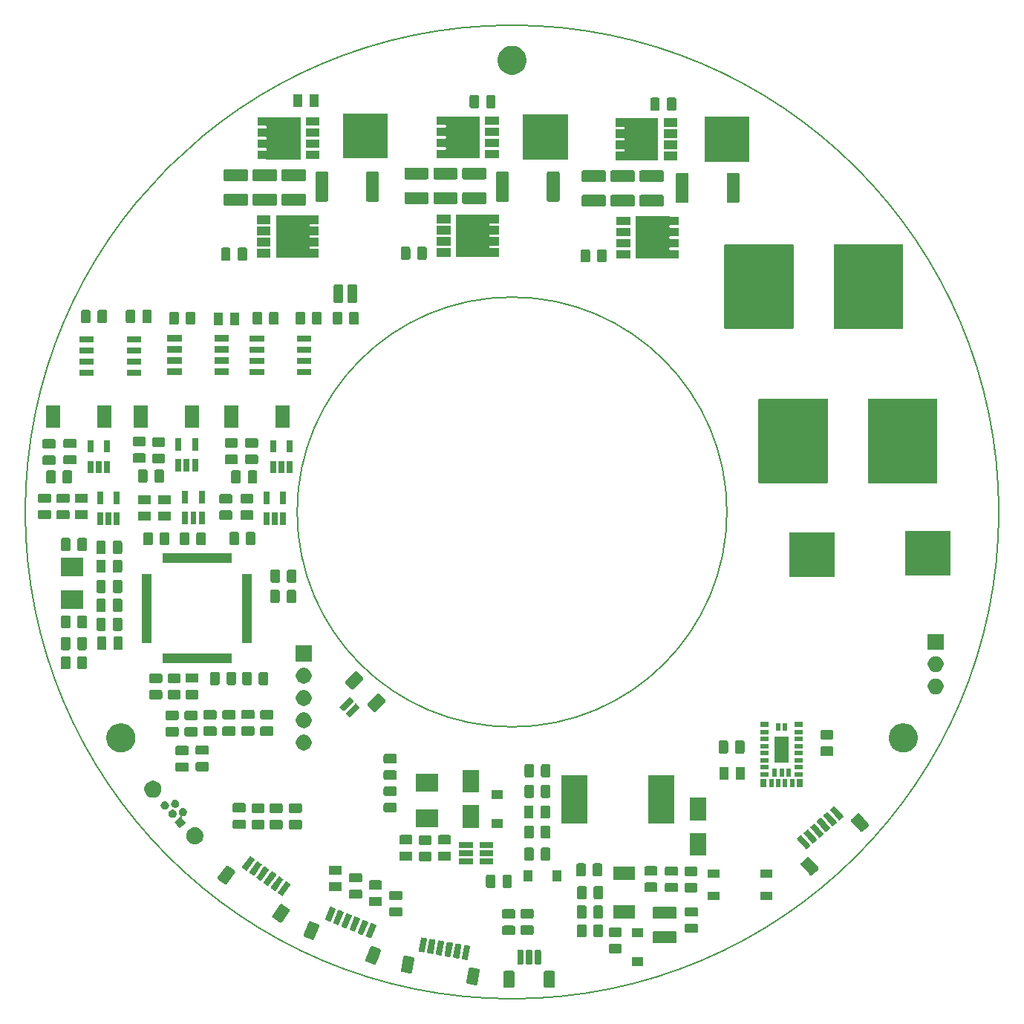
<source format=gbr>
%TF.GenerationSoftware,KiCad,Pcbnew,5.1.6+dfsg1-1*%
%TF.CreationDate,2021-01-25T10:35:50+01:00*%
%TF.ProjectId,gesc,67657363-2e6b-4696-9361-645f70636258,rev?*%
%TF.SameCoordinates,Original*%
%TF.FileFunction,Soldermask,Top*%
%TF.FilePolarity,Negative*%
%FSLAX46Y46*%
G04 Gerber Fmt 4.6, Leading zero omitted, Abs format (unit mm)*
G04 Created by KiCad (PCBNEW 5.1.6+dfsg1-1) date 2021-01-25 10:35:50*
%MOMM*%
%LPD*%
G01*
G04 APERTURE LIST*
%TA.AperFunction,Profile*%
%ADD10C,0.200000*%
%TD*%
%ADD11C,0.100000*%
G04 APERTURE END LIST*
D10*
X155499800Y-99999800D02*
G75*
G03*
X155499800Y-99999800I-55500000J0D01*
G01*
X124500000Y-100000000D02*
G75*
G03*
X124500000Y-100000000I-24500000J0D01*
G01*
D11*
G36*
X104741042Y-152328204D02*
G01*
X104778137Y-152339457D01*
X104812315Y-152357725D01*
X104842281Y-152382319D01*
X104866875Y-152412285D01*
X104885143Y-152446463D01*
X104896396Y-152483558D01*
X104900800Y-152528274D01*
X104900800Y-154021326D01*
X104896396Y-154066042D01*
X104885143Y-154103137D01*
X104866875Y-154137315D01*
X104842281Y-154167281D01*
X104812315Y-154191875D01*
X104778137Y-154210143D01*
X104741042Y-154221396D01*
X104696326Y-154225800D01*
X103803274Y-154225800D01*
X103758558Y-154221396D01*
X103721463Y-154210143D01*
X103687285Y-154191875D01*
X103657319Y-154167281D01*
X103632725Y-154137315D01*
X103614457Y-154103137D01*
X103603204Y-154066042D01*
X103598800Y-154021326D01*
X103598800Y-152528274D01*
X103603204Y-152483558D01*
X103614457Y-152446463D01*
X103632725Y-152412285D01*
X103657319Y-152382319D01*
X103687285Y-152357725D01*
X103721463Y-152339457D01*
X103758558Y-152328204D01*
X103803274Y-152323800D01*
X104696326Y-152323800D01*
X104741042Y-152328204D01*
G37*
G36*
X100141042Y-152328204D02*
G01*
X100178137Y-152339457D01*
X100212315Y-152357725D01*
X100242281Y-152382319D01*
X100266875Y-152412285D01*
X100285143Y-152446463D01*
X100296396Y-152483558D01*
X100300800Y-152528274D01*
X100300800Y-154021326D01*
X100296396Y-154066042D01*
X100285143Y-154103137D01*
X100266875Y-154137315D01*
X100242281Y-154167281D01*
X100212315Y-154191875D01*
X100178137Y-154210143D01*
X100141042Y-154221396D01*
X100096326Y-154225800D01*
X99203274Y-154225800D01*
X99158558Y-154221396D01*
X99121463Y-154210143D01*
X99087285Y-154191875D01*
X99057319Y-154167281D01*
X99032725Y-154137315D01*
X99014457Y-154103137D01*
X99003204Y-154066042D01*
X98998800Y-154021326D01*
X98998800Y-152528274D01*
X99003204Y-152483558D01*
X99014457Y-152446463D01*
X99032725Y-152412285D01*
X99057319Y-152382319D01*
X99087285Y-152357725D01*
X99121463Y-152339457D01*
X99158558Y-152328204D01*
X99203274Y-152323800D01*
X100096326Y-152323800D01*
X100141042Y-152328204D01*
G37*
G36*
X95309090Y-151927342D02*
G01*
X95374848Y-151938937D01*
X95374850Y-151938937D01*
X95978186Y-152045321D01*
X96188572Y-152082418D01*
X96231846Y-152094521D01*
X96266420Y-152112043D01*
X96296910Y-152135972D01*
X96322152Y-152165395D01*
X96341163Y-152199169D01*
X96353223Y-152236012D01*
X96357862Y-152274489D01*
X96354434Y-152319294D01*
X96095170Y-153789660D01*
X96083067Y-153832934D01*
X96065545Y-153867508D01*
X96041616Y-153897998D01*
X96012193Y-153923240D01*
X95978417Y-153942252D01*
X95941579Y-153954311D01*
X95903100Y-153958950D01*
X95858294Y-153955522D01*
X95792536Y-153943927D01*
X95792534Y-153943927D01*
X95044571Y-153812041D01*
X95044572Y-153812041D01*
X94978812Y-153800446D01*
X94935538Y-153788343D01*
X94900964Y-153770821D01*
X94870474Y-153746892D01*
X94845232Y-153717469D01*
X94826221Y-153683695D01*
X94814161Y-153646852D01*
X94809522Y-153608375D01*
X94812950Y-153563570D01*
X95072214Y-152093204D01*
X95084317Y-152049930D01*
X95101839Y-152015356D01*
X95125768Y-151984866D01*
X95155191Y-151959624D01*
X95188967Y-151940612D01*
X95225805Y-151928553D01*
X95264284Y-151923914D01*
X95309090Y-151927342D01*
G37*
G36*
X87824551Y-150607616D02*
G01*
X87890309Y-150619211D01*
X87890311Y-150619211D01*
X88365349Y-150702973D01*
X88704033Y-150762692D01*
X88747307Y-150774795D01*
X88781881Y-150792317D01*
X88812371Y-150816246D01*
X88837613Y-150845669D01*
X88856624Y-150879443D01*
X88868684Y-150916286D01*
X88873323Y-150954763D01*
X88869895Y-150999568D01*
X88610631Y-152469934D01*
X88598528Y-152513208D01*
X88581006Y-152547782D01*
X88557077Y-152578272D01*
X88527654Y-152603514D01*
X88493878Y-152622526D01*
X88457040Y-152634585D01*
X88418561Y-152639224D01*
X88373755Y-152635796D01*
X88307997Y-152624201D01*
X88307995Y-152624201D01*
X87560032Y-152492315D01*
X87560033Y-152492315D01*
X87494273Y-152480720D01*
X87450999Y-152468617D01*
X87416425Y-152451095D01*
X87385935Y-152427166D01*
X87360693Y-152397743D01*
X87341682Y-152363969D01*
X87329622Y-152327126D01*
X87324983Y-152288649D01*
X87328411Y-152243844D01*
X87587675Y-150773478D01*
X87599778Y-150730204D01*
X87617300Y-150695630D01*
X87641229Y-150665140D01*
X87670652Y-150639898D01*
X87704428Y-150620886D01*
X87741266Y-150608827D01*
X87779745Y-150604188D01*
X87824551Y-150607616D01*
G37*
G36*
X114950800Y-151750800D02*
G01*
X113648800Y-151750800D01*
X113648800Y-150748800D01*
X114950800Y-150748800D01*
X114950800Y-151750800D01*
G37*
G36*
X84072700Y-149499234D02*
G01*
X84115807Y-149511901D01*
X84943830Y-149846444D01*
X84983646Y-149867281D01*
X85013819Y-149891606D01*
X85038672Y-149921356D01*
X85057242Y-149955381D01*
X85068817Y-149992372D01*
X85072952Y-150030910D01*
X85069490Y-150069518D01*
X85056823Y-150112625D01*
X84697185Y-151002759D01*
X84617295Y-151200496D01*
X84497516Y-151496958D01*
X84476679Y-151536774D01*
X84452354Y-151566947D01*
X84422604Y-151591800D01*
X84388579Y-151610370D01*
X84351588Y-151621945D01*
X84313050Y-151626080D01*
X84274442Y-151622618D01*
X84231335Y-151609951D01*
X83403312Y-151275408D01*
X83363496Y-151254571D01*
X83333323Y-151230246D01*
X83308470Y-151200496D01*
X83289900Y-151166471D01*
X83278325Y-151129480D01*
X83274190Y-151090942D01*
X83277652Y-151052334D01*
X83290319Y-151009227D01*
X83711429Y-149966943D01*
X83824613Y-149686803D01*
X83824614Y-149686802D01*
X83849626Y-149624894D01*
X83870463Y-149585078D01*
X83894788Y-149554905D01*
X83924538Y-149530052D01*
X83958563Y-149511482D01*
X83995554Y-149499907D01*
X84034092Y-149495772D01*
X84072700Y-149499234D01*
G37*
G36*
X102209728Y-149926564D02*
G01*
X102230809Y-149932960D01*
X102250245Y-149943348D01*
X102267276Y-149957324D01*
X102281252Y-149974355D01*
X102291640Y-149993791D01*
X102298036Y-150014872D01*
X102300800Y-150042940D01*
X102300800Y-151456660D01*
X102298036Y-151484728D01*
X102291640Y-151505809D01*
X102281252Y-151525245D01*
X102267276Y-151542276D01*
X102250245Y-151556252D01*
X102230809Y-151566640D01*
X102209728Y-151573036D01*
X102181660Y-151575800D01*
X101717940Y-151575800D01*
X101689872Y-151573036D01*
X101668791Y-151566640D01*
X101649355Y-151556252D01*
X101632324Y-151542276D01*
X101618348Y-151525245D01*
X101607960Y-151505809D01*
X101601564Y-151484728D01*
X101598800Y-151456660D01*
X101598800Y-150042940D01*
X101601564Y-150014872D01*
X101607960Y-149993791D01*
X101618348Y-149974355D01*
X101632324Y-149957324D01*
X101649355Y-149943348D01*
X101668791Y-149932960D01*
X101689872Y-149926564D01*
X101717940Y-149923800D01*
X102181660Y-149923800D01*
X102209728Y-149926564D01*
G37*
G36*
X103209728Y-149926564D02*
G01*
X103230809Y-149932960D01*
X103250245Y-149943348D01*
X103267276Y-149957324D01*
X103281252Y-149974355D01*
X103291640Y-149993791D01*
X103298036Y-150014872D01*
X103300800Y-150042940D01*
X103300800Y-151456660D01*
X103298036Y-151484728D01*
X103291640Y-151505809D01*
X103281252Y-151525245D01*
X103267276Y-151542276D01*
X103250245Y-151556252D01*
X103230809Y-151566640D01*
X103209728Y-151573036D01*
X103181660Y-151575800D01*
X102717940Y-151575800D01*
X102689872Y-151573036D01*
X102668791Y-151566640D01*
X102649355Y-151556252D01*
X102632324Y-151542276D01*
X102618348Y-151525245D01*
X102607960Y-151505809D01*
X102601564Y-151484728D01*
X102598800Y-151456660D01*
X102598800Y-150042940D01*
X102601564Y-150014872D01*
X102607960Y-149993791D01*
X102618348Y-149974355D01*
X102632324Y-149957324D01*
X102649355Y-149943348D01*
X102668791Y-149932960D01*
X102689872Y-149926564D01*
X102717940Y-149923800D01*
X103181660Y-149923800D01*
X103209728Y-149926564D01*
G37*
G36*
X101209728Y-149926564D02*
G01*
X101230809Y-149932960D01*
X101250245Y-149943348D01*
X101267276Y-149957324D01*
X101281252Y-149974355D01*
X101291640Y-149993791D01*
X101298036Y-150014872D01*
X101300800Y-150042940D01*
X101300800Y-151456660D01*
X101298036Y-151484728D01*
X101291640Y-151505809D01*
X101281252Y-151525245D01*
X101267276Y-151542276D01*
X101250245Y-151556252D01*
X101230809Y-151566640D01*
X101209728Y-151573036D01*
X101181660Y-151575800D01*
X100717940Y-151575800D01*
X100689872Y-151573036D01*
X100668791Y-151566640D01*
X100649355Y-151556252D01*
X100632324Y-151542276D01*
X100618348Y-151525245D01*
X100607960Y-151505809D01*
X100601564Y-151484728D01*
X100598800Y-151456660D01*
X100598800Y-150042940D01*
X100601564Y-150014872D01*
X100607960Y-149993791D01*
X100618348Y-149974355D01*
X100632324Y-149957324D01*
X100649355Y-149943348D01*
X100668791Y-149932960D01*
X100689872Y-149926564D01*
X100717940Y-149923800D01*
X101181660Y-149923800D01*
X101209728Y-149926564D01*
G37*
G36*
X94657001Y-149375338D02*
G01*
X94712490Y-149385122D01*
X94712502Y-149385123D01*
X95058170Y-149446074D01*
X95058172Y-149446075D01*
X95113674Y-149455861D01*
X95140835Y-149463457D01*
X95160488Y-149473417D01*
X95177821Y-149487020D01*
X95192166Y-149503742D01*
X95202974Y-149522942D01*
X95209829Y-149543884D01*
X95212466Y-149565756D01*
X95210314Y-149593881D01*
X95200530Y-149649368D01*
X95200529Y-149649383D01*
X94974613Y-150930618D01*
X94974610Y-150930629D01*
X94964825Y-150986122D01*
X94957229Y-151013283D01*
X94947269Y-151032936D01*
X94933666Y-151050269D01*
X94916944Y-151064614D01*
X94897744Y-151075422D01*
X94876801Y-151082277D01*
X94854930Y-151084914D01*
X94826805Y-151082762D01*
X94771316Y-151072978D01*
X94771304Y-151072977D01*
X94425636Y-151012026D01*
X94425634Y-151012025D01*
X94370132Y-151002239D01*
X94342971Y-150994643D01*
X94323318Y-150984683D01*
X94305985Y-150971080D01*
X94291640Y-150954358D01*
X94280832Y-150935158D01*
X94273977Y-150914216D01*
X94271340Y-150892344D01*
X94273492Y-150864219D01*
X94283276Y-150808732D01*
X94283277Y-150808717D01*
X94509193Y-149527482D01*
X94509196Y-149527471D01*
X94518981Y-149471978D01*
X94526577Y-149444817D01*
X94536537Y-149425164D01*
X94550140Y-149407831D01*
X94566862Y-149393486D01*
X94586062Y-149382678D01*
X94607005Y-149375823D01*
X94628876Y-149373186D01*
X94657001Y-149375338D01*
G37*
G36*
X93672193Y-149201690D02*
G01*
X93727682Y-149211474D01*
X93727694Y-149211475D01*
X94073362Y-149272426D01*
X94073364Y-149272427D01*
X94128866Y-149282213D01*
X94156027Y-149289809D01*
X94175680Y-149299769D01*
X94193013Y-149313372D01*
X94207358Y-149330094D01*
X94218166Y-149349294D01*
X94225021Y-149370236D01*
X94227658Y-149392108D01*
X94225506Y-149420233D01*
X94215722Y-149475720D01*
X94215721Y-149475735D01*
X93989805Y-150756970D01*
X93989802Y-150756981D01*
X93980017Y-150812474D01*
X93972421Y-150839635D01*
X93962461Y-150859288D01*
X93948858Y-150876621D01*
X93932136Y-150890966D01*
X93912936Y-150901774D01*
X93891993Y-150908629D01*
X93870122Y-150911266D01*
X93841997Y-150909114D01*
X93786508Y-150899330D01*
X93786496Y-150899329D01*
X93440828Y-150838378D01*
X93440826Y-150838377D01*
X93385324Y-150828591D01*
X93358163Y-150820995D01*
X93338510Y-150811035D01*
X93321177Y-150797432D01*
X93306832Y-150780710D01*
X93296024Y-150761510D01*
X93289169Y-150740568D01*
X93286532Y-150718696D01*
X93288684Y-150690571D01*
X93298468Y-150635084D01*
X93298469Y-150635069D01*
X93524385Y-149353834D01*
X93524388Y-149353823D01*
X93534173Y-149298330D01*
X93541769Y-149271169D01*
X93551729Y-149251516D01*
X93565332Y-149234183D01*
X93582054Y-149219838D01*
X93601254Y-149209030D01*
X93622197Y-149202175D01*
X93644068Y-149199538D01*
X93672193Y-149201690D01*
G37*
G36*
X92687386Y-149028042D02*
G01*
X92742875Y-149037826D01*
X92742887Y-149037827D01*
X93088555Y-149098778D01*
X93088557Y-149098779D01*
X93144059Y-149108565D01*
X93171220Y-149116161D01*
X93190873Y-149126121D01*
X93208206Y-149139724D01*
X93222551Y-149156446D01*
X93233359Y-149175646D01*
X93240214Y-149196588D01*
X93242851Y-149218460D01*
X93240699Y-149246585D01*
X93230915Y-149302072D01*
X93230914Y-149302087D01*
X93004998Y-150583322D01*
X93004995Y-150583333D01*
X92995210Y-150638826D01*
X92987614Y-150665987D01*
X92977654Y-150685640D01*
X92964051Y-150702973D01*
X92947329Y-150717318D01*
X92928129Y-150728126D01*
X92907186Y-150734981D01*
X92885315Y-150737618D01*
X92857190Y-150735466D01*
X92801701Y-150725682D01*
X92801689Y-150725681D01*
X92456021Y-150664730D01*
X92456019Y-150664729D01*
X92400517Y-150654943D01*
X92373356Y-150647347D01*
X92353703Y-150637387D01*
X92336370Y-150623784D01*
X92322025Y-150607062D01*
X92311217Y-150587862D01*
X92304362Y-150566920D01*
X92301725Y-150545048D01*
X92303877Y-150516923D01*
X92313661Y-150461436D01*
X92313662Y-150461421D01*
X92539578Y-149180186D01*
X92539581Y-149180175D01*
X92549366Y-149124682D01*
X92556962Y-149097521D01*
X92566922Y-149077868D01*
X92580525Y-149060535D01*
X92597247Y-149046190D01*
X92616447Y-149035382D01*
X92637390Y-149028527D01*
X92659261Y-149025890D01*
X92687386Y-149028042D01*
G37*
G36*
X91702578Y-148854394D02*
G01*
X91758067Y-148864178D01*
X91758079Y-148864179D01*
X92103747Y-148925130D01*
X92103749Y-148925131D01*
X92159251Y-148934917D01*
X92186412Y-148942513D01*
X92206065Y-148952473D01*
X92223398Y-148966076D01*
X92237743Y-148982798D01*
X92248551Y-149001998D01*
X92255406Y-149022940D01*
X92258043Y-149044812D01*
X92255891Y-149072937D01*
X92246107Y-149128424D01*
X92246106Y-149128439D01*
X92020190Y-150409674D01*
X92020187Y-150409685D01*
X92010402Y-150465178D01*
X92002806Y-150492339D01*
X91992846Y-150511992D01*
X91979243Y-150529325D01*
X91962521Y-150543670D01*
X91943321Y-150554478D01*
X91922378Y-150561333D01*
X91900507Y-150563970D01*
X91872382Y-150561818D01*
X91816893Y-150552034D01*
X91816881Y-150552033D01*
X91471213Y-150491082D01*
X91471211Y-150491081D01*
X91415709Y-150481295D01*
X91388548Y-150473699D01*
X91368895Y-150463739D01*
X91351562Y-150450136D01*
X91337217Y-150433414D01*
X91326409Y-150414214D01*
X91319554Y-150393272D01*
X91316917Y-150371400D01*
X91319069Y-150343275D01*
X91328853Y-150287788D01*
X91328854Y-150287773D01*
X91554770Y-149006538D01*
X91554773Y-149006527D01*
X91564558Y-148951034D01*
X91572154Y-148923873D01*
X91582114Y-148904220D01*
X91595717Y-148886887D01*
X91612439Y-148872542D01*
X91631639Y-148861734D01*
X91652582Y-148854879D01*
X91674453Y-148852242D01*
X91702578Y-148854394D01*
G37*
G36*
X90717770Y-148680745D02*
G01*
X90773259Y-148690529D01*
X90773271Y-148690530D01*
X91118939Y-148751481D01*
X91118941Y-148751482D01*
X91174443Y-148761268D01*
X91201604Y-148768864D01*
X91221257Y-148778824D01*
X91238590Y-148792427D01*
X91252935Y-148809149D01*
X91263743Y-148828349D01*
X91270598Y-148849291D01*
X91273235Y-148871163D01*
X91271083Y-148899288D01*
X91261299Y-148954775D01*
X91261298Y-148954790D01*
X91035382Y-150236025D01*
X91035379Y-150236036D01*
X91025594Y-150291529D01*
X91017998Y-150318690D01*
X91008038Y-150338343D01*
X90994435Y-150355676D01*
X90977713Y-150370021D01*
X90958513Y-150380829D01*
X90937570Y-150387684D01*
X90915699Y-150390321D01*
X90887574Y-150388169D01*
X90832085Y-150378385D01*
X90832073Y-150378384D01*
X90486405Y-150317433D01*
X90486403Y-150317432D01*
X90430901Y-150307646D01*
X90403740Y-150300050D01*
X90384087Y-150290090D01*
X90366754Y-150276487D01*
X90352409Y-150259765D01*
X90341601Y-150240565D01*
X90334746Y-150219623D01*
X90332109Y-150197751D01*
X90334261Y-150169626D01*
X90344045Y-150114139D01*
X90344046Y-150114124D01*
X90569962Y-148832889D01*
X90569965Y-148832878D01*
X90579750Y-148777385D01*
X90587346Y-148750224D01*
X90597306Y-148730571D01*
X90610909Y-148713238D01*
X90627631Y-148698893D01*
X90646831Y-148688085D01*
X90667774Y-148681230D01*
X90689645Y-148678593D01*
X90717770Y-148680745D01*
G37*
G36*
X112359268Y-149253365D02*
G01*
X112397938Y-149265096D01*
X112433577Y-149284146D01*
X112464817Y-149309783D01*
X112490454Y-149341023D01*
X112509504Y-149376662D01*
X112521235Y-149415332D01*
X112525800Y-149461688D01*
X112525800Y-150112912D01*
X112521235Y-150159268D01*
X112509504Y-150197938D01*
X112490454Y-150233577D01*
X112464817Y-150264817D01*
X112433577Y-150290454D01*
X112397938Y-150309504D01*
X112359268Y-150321235D01*
X112312912Y-150325800D01*
X111236688Y-150325800D01*
X111190332Y-150321235D01*
X111151662Y-150309504D01*
X111116023Y-150290454D01*
X111084783Y-150264817D01*
X111059146Y-150233577D01*
X111040096Y-150197938D01*
X111028365Y-150159268D01*
X111023800Y-150112912D01*
X111023800Y-149461688D01*
X111028365Y-149415332D01*
X111040096Y-149376662D01*
X111059146Y-149341023D01*
X111084783Y-149309783D01*
X111116023Y-149284146D01*
X111151662Y-149265096D01*
X111190332Y-149253365D01*
X111236688Y-149248800D01*
X112312912Y-149248800D01*
X112359268Y-149253365D01*
G37*
G36*
X89732962Y-148507097D02*
G01*
X89788451Y-148516881D01*
X89788463Y-148516882D01*
X90134131Y-148577833D01*
X90134133Y-148577834D01*
X90189635Y-148587620D01*
X90216796Y-148595216D01*
X90236449Y-148605176D01*
X90253782Y-148618779D01*
X90268127Y-148635501D01*
X90278935Y-148654701D01*
X90285790Y-148675643D01*
X90288427Y-148697515D01*
X90286275Y-148725640D01*
X90276491Y-148781127D01*
X90276490Y-148781142D01*
X90050574Y-150062377D01*
X90050571Y-150062388D01*
X90040786Y-150117881D01*
X90033190Y-150145042D01*
X90023230Y-150164695D01*
X90009627Y-150182028D01*
X89992905Y-150196373D01*
X89973705Y-150207181D01*
X89952762Y-150214036D01*
X89930891Y-150216673D01*
X89902766Y-150214521D01*
X89847277Y-150204737D01*
X89847265Y-150204736D01*
X89501597Y-150143785D01*
X89501595Y-150143784D01*
X89446093Y-150133998D01*
X89418932Y-150126402D01*
X89399279Y-150116442D01*
X89381946Y-150102839D01*
X89367601Y-150086117D01*
X89356793Y-150066917D01*
X89349938Y-150045975D01*
X89347301Y-150024103D01*
X89349453Y-149995978D01*
X89359237Y-149940491D01*
X89359238Y-149940476D01*
X89585154Y-148659241D01*
X89585157Y-148659230D01*
X89594942Y-148603737D01*
X89602538Y-148576576D01*
X89612498Y-148556923D01*
X89626101Y-148539590D01*
X89642823Y-148525245D01*
X89662023Y-148514437D01*
X89682966Y-148507582D01*
X89704837Y-148504945D01*
X89732962Y-148507097D01*
G37*
G36*
X118618404Y-147828147D02*
G01*
X118654944Y-147839232D01*
X118688621Y-147857233D01*
X118718141Y-147881459D01*
X118742367Y-147910979D01*
X118760368Y-147944656D01*
X118771453Y-147981196D01*
X118775800Y-148025338D01*
X118775800Y-148974262D01*
X118771453Y-149018404D01*
X118760368Y-149054944D01*
X118742367Y-149088621D01*
X118718141Y-149118141D01*
X118688621Y-149142367D01*
X118654944Y-149160368D01*
X118618404Y-149171453D01*
X118574262Y-149175800D01*
X116225338Y-149175800D01*
X116181196Y-149171453D01*
X116144656Y-149160368D01*
X116110979Y-149142367D01*
X116081459Y-149118141D01*
X116057233Y-149088621D01*
X116039232Y-149054944D01*
X116028147Y-149018404D01*
X116023800Y-148974262D01*
X116023800Y-148025338D01*
X116028147Y-147981196D01*
X116039232Y-147944656D01*
X116057233Y-147910979D01*
X116081459Y-147881459D01*
X116110979Y-147857233D01*
X116144656Y-147839232D01*
X116181196Y-147828147D01*
X116225338Y-147823800D01*
X118574262Y-147823800D01*
X118618404Y-147828147D01*
G37*
G36*
X77026102Y-146652224D02*
G01*
X77069209Y-146664891D01*
X77503448Y-146840335D01*
X77822344Y-146969177D01*
X77897232Y-146999434D01*
X77937048Y-147020271D01*
X77967221Y-147044596D01*
X77992074Y-147074346D01*
X78010644Y-147108371D01*
X78022219Y-147145362D01*
X78026354Y-147183900D01*
X78022892Y-147222508D01*
X78010225Y-147265615D01*
X77693479Y-148049588D01*
X77525459Y-148465454D01*
X77450918Y-148649948D01*
X77430081Y-148689764D01*
X77405756Y-148719937D01*
X77376006Y-148744790D01*
X77341981Y-148763360D01*
X77304990Y-148774935D01*
X77266452Y-148779070D01*
X77227844Y-148775608D01*
X77184737Y-148762941D01*
X76579417Y-148518376D01*
X76418623Y-148453411D01*
X76418622Y-148453410D01*
X76356714Y-148428398D01*
X76316898Y-148407561D01*
X76286725Y-148383236D01*
X76261872Y-148353486D01*
X76243302Y-148319461D01*
X76231727Y-148282470D01*
X76227592Y-148243932D01*
X76231054Y-148205324D01*
X76243721Y-148162217D01*
X76662043Y-147126835D01*
X76778015Y-146839793D01*
X76778016Y-146839792D01*
X76803028Y-146777884D01*
X76823865Y-146738068D01*
X76848190Y-146707895D01*
X76877940Y-146683042D01*
X76911965Y-146664472D01*
X76948956Y-146652897D01*
X76987494Y-146648762D01*
X77026102Y-146652224D01*
G37*
G36*
X83981502Y-146872137D02*
G01*
X84008565Y-146880089D01*
X84060813Y-146901199D01*
X84060818Y-146901200D01*
X84242046Y-146974421D01*
X84438509Y-147053797D01*
X84463503Y-147066878D01*
X84480657Y-147080707D01*
X84494781Y-147097615D01*
X84505337Y-147116955D01*
X84511918Y-147137986D01*
X84514268Y-147159889D01*
X84512300Y-147181835D01*
X84504348Y-147208899D01*
X83974763Y-148519668D01*
X83961682Y-148544662D01*
X83947854Y-148561815D01*
X83930942Y-148575943D01*
X83911606Y-148586496D01*
X83890574Y-148593077D01*
X83868671Y-148595427D01*
X83846724Y-148593459D01*
X83819661Y-148585507D01*
X83767413Y-148564397D01*
X83767408Y-148564396D01*
X83559276Y-148480305D01*
X83389717Y-148411799D01*
X83364723Y-148398718D01*
X83347569Y-148384889D01*
X83333445Y-148367981D01*
X83322889Y-148348641D01*
X83316308Y-148327610D01*
X83313958Y-148305707D01*
X83315926Y-148283761D01*
X83323878Y-148256697D01*
X83853463Y-146945928D01*
X83866544Y-146920934D01*
X83880372Y-146903781D01*
X83897284Y-146889653D01*
X83916620Y-146879100D01*
X83937652Y-146872519D01*
X83959555Y-146870169D01*
X83981502Y-146872137D01*
G37*
G36*
X108314269Y-147003365D02*
G01*
X108352939Y-147015096D01*
X108388578Y-147034146D01*
X108419818Y-147059783D01*
X108445455Y-147091023D01*
X108464505Y-147126662D01*
X108476236Y-147165332D01*
X108480801Y-147211688D01*
X108480801Y-148287912D01*
X108476236Y-148334268D01*
X108464505Y-148372938D01*
X108445455Y-148408577D01*
X108419818Y-148439817D01*
X108388578Y-148465454D01*
X108352939Y-148484504D01*
X108314269Y-148496235D01*
X108267913Y-148500800D01*
X107616689Y-148500800D01*
X107570333Y-148496235D01*
X107531663Y-148484504D01*
X107496024Y-148465454D01*
X107464784Y-148439817D01*
X107439147Y-148408577D01*
X107420097Y-148372938D01*
X107408366Y-148334268D01*
X107403801Y-148287912D01*
X107403801Y-147211688D01*
X107408366Y-147165332D01*
X107420097Y-147126662D01*
X107439147Y-147091023D01*
X107464784Y-147059783D01*
X107496024Y-147034146D01*
X107531663Y-147015096D01*
X107570333Y-147003365D01*
X107616689Y-146998800D01*
X108267913Y-146998800D01*
X108314269Y-147003365D01*
G37*
G36*
X110189269Y-147003365D02*
G01*
X110227939Y-147015096D01*
X110263578Y-147034146D01*
X110294818Y-147059783D01*
X110320455Y-147091023D01*
X110339505Y-147126662D01*
X110351236Y-147165332D01*
X110355801Y-147211688D01*
X110355801Y-148287912D01*
X110351236Y-148334268D01*
X110339505Y-148372938D01*
X110320455Y-148408577D01*
X110294818Y-148439817D01*
X110263578Y-148465454D01*
X110227939Y-148484504D01*
X110189269Y-148496235D01*
X110142913Y-148500800D01*
X109491689Y-148500800D01*
X109445333Y-148496235D01*
X109406663Y-148484504D01*
X109371024Y-148465454D01*
X109339784Y-148439817D01*
X109314147Y-148408577D01*
X109295097Y-148372938D01*
X109283366Y-148334268D01*
X109278801Y-148287912D01*
X109278801Y-147211688D01*
X109283366Y-147165332D01*
X109295097Y-147126662D01*
X109314147Y-147091023D01*
X109339784Y-147059783D01*
X109371024Y-147034146D01*
X109406663Y-147015096D01*
X109445333Y-147003365D01*
X109491689Y-146998800D01*
X110142913Y-146998800D01*
X110189269Y-147003365D01*
G37*
G36*
X114950800Y-148450800D02*
G01*
X113648800Y-148450800D01*
X113648800Y-147448800D01*
X114950800Y-147448800D01*
X114950800Y-148450800D01*
G37*
G36*
X112359268Y-147378365D02*
G01*
X112397938Y-147390096D01*
X112433577Y-147409146D01*
X112464817Y-147434783D01*
X112490454Y-147466023D01*
X112509504Y-147501662D01*
X112521235Y-147540332D01*
X112525800Y-147586688D01*
X112525800Y-148237912D01*
X112521235Y-148284268D01*
X112509504Y-148322938D01*
X112490454Y-148358577D01*
X112464817Y-148389817D01*
X112433577Y-148415454D01*
X112397938Y-148434504D01*
X112359268Y-148446235D01*
X112312912Y-148450800D01*
X111236688Y-148450800D01*
X111190332Y-148446235D01*
X111151662Y-148434504D01*
X111116023Y-148415454D01*
X111084783Y-148389817D01*
X111059146Y-148358577D01*
X111040096Y-148322938D01*
X111028365Y-148284268D01*
X111023800Y-148237912D01*
X111023800Y-147586688D01*
X111028365Y-147540332D01*
X111040096Y-147501662D01*
X111059146Y-147466023D01*
X111084783Y-147434783D01*
X111116023Y-147409146D01*
X111151662Y-147390096D01*
X111190332Y-147378365D01*
X111236688Y-147373800D01*
X112312912Y-147373800D01*
X112359268Y-147378365D01*
G37*
G36*
X100194268Y-147165864D02*
G01*
X100232938Y-147177595D01*
X100268577Y-147196645D01*
X100299817Y-147222282D01*
X100325454Y-147253522D01*
X100344504Y-147289161D01*
X100356235Y-147327831D01*
X100360800Y-147374187D01*
X100360800Y-148025411D01*
X100356235Y-148071767D01*
X100344504Y-148110437D01*
X100325454Y-148146076D01*
X100299817Y-148177316D01*
X100268577Y-148202953D01*
X100232938Y-148222003D01*
X100194268Y-148233734D01*
X100147912Y-148238299D01*
X99071688Y-148238299D01*
X99025332Y-148233734D01*
X98986662Y-148222003D01*
X98951023Y-148202953D01*
X98919783Y-148177316D01*
X98894146Y-148146076D01*
X98875096Y-148110437D01*
X98863365Y-148071767D01*
X98858800Y-148025411D01*
X98858800Y-147374187D01*
X98863365Y-147327831D01*
X98875096Y-147289161D01*
X98894146Y-147253522D01*
X98919783Y-147222282D01*
X98951023Y-147196645D01*
X98986662Y-147177595D01*
X99025332Y-147165864D01*
X99071688Y-147161299D01*
X100147912Y-147161299D01*
X100194268Y-147165864D01*
G37*
G36*
X83054319Y-146497530D02*
G01*
X83081382Y-146505482D01*
X83133630Y-146526592D01*
X83133635Y-146526593D01*
X83339802Y-146609890D01*
X83511326Y-146679190D01*
X83536320Y-146692271D01*
X83553474Y-146706100D01*
X83567598Y-146723008D01*
X83578154Y-146742348D01*
X83584735Y-146763379D01*
X83587085Y-146785282D01*
X83585117Y-146807228D01*
X83577165Y-146834292D01*
X83047580Y-148145061D01*
X83034499Y-148170055D01*
X83020671Y-148187208D01*
X83003759Y-148201336D01*
X82984423Y-148211889D01*
X82963391Y-148218470D01*
X82941488Y-148220820D01*
X82919541Y-148218852D01*
X82892478Y-148210900D01*
X82840230Y-148189790D01*
X82840225Y-148189789D01*
X82603634Y-148094200D01*
X82462534Y-148037192D01*
X82437540Y-148024111D01*
X82420386Y-148010282D01*
X82406262Y-147993374D01*
X82395706Y-147974034D01*
X82389125Y-147953003D01*
X82386775Y-147931100D01*
X82388743Y-147909154D01*
X82396695Y-147882090D01*
X82926280Y-146571321D01*
X82939361Y-146546327D01*
X82953189Y-146529174D01*
X82970101Y-146515046D01*
X82989437Y-146504493D01*
X83010469Y-146497912D01*
X83032372Y-146495562D01*
X83054319Y-146497530D01*
G37*
G36*
X102294268Y-147143365D02*
G01*
X102332938Y-147155096D01*
X102368577Y-147174146D01*
X102399817Y-147199783D01*
X102425454Y-147231023D01*
X102444504Y-147266662D01*
X102456235Y-147305332D01*
X102460800Y-147351688D01*
X102460800Y-148002912D01*
X102456235Y-148049268D01*
X102444504Y-148087938D01*
X102425454Y-148123577D01*
X102399817Y-148154817D01*
X102368577Y-148180454D01*
X102332938Y-148199504D01*
X102294268Y-148211235D01*
X102247912Y-148215800D01*
X101171688Y-148215800D01*
X101125332Y-148211235D01*
X101086662Y-148199504D01*
X101051023Y-148180454D01*
X101019783Y-148154817D01*
X100994146Y-148123577D01*
X100975096Y-148087938D01*
X100963365Y-148049268D01*
X100958800Y-148002912D01*
X100958800Y-147351688D01*
X100963365Y-147305332D01*
X100975096Y-147266662D01*
X100994146Y-147231023D01*
X101019783Y-147199783D01*
X101051023Y-147174146D01*
X101086662Y-147155096D01*
X101125332Y-147143365D01*
X101171688Y-147138800D01*
X102247912Y-147138800D01*
X102294268Y-147143365D01*
G37*
G36*
X121034268Y-146928365D02*
G01*
X121072938Y-146940096D01*
X121108577Y-146959146D01*
X121139817Y-146984783D01*
X121165454Y-147016023D01*
X121184504Y-147051662D01*
X121196235Y-147090332D01*
X121200800Y-147136688D01*
X121200800Y-147787912D01*
X121196235Y-147834268D01*
X121184504Y-147872938D01*
X121165454Y-147908577D01*
X121139817Y-147939817D01*
X121108577Y-147965454D01*
X121072938Y-147984504D01*
X121034268Y-147996235D01*
X120987912Y-148000800D01*
X119911688Y-148000800D01*
X119865332Y-147996235D01*
X119826662Y-147984504D01*
X119791023Y-147965454D01*
X119759783Y-147939817D01*
X119734146Y-147908577D01*
X119715096Y-147872938D01*
X119703365Y-147834268D01*
X119698800Y-147787912D01*
X119698800Y-147136688D01*
X119703365Y-147090332D01*
X119715096Y-147051662D01*
X119734146Y-147016023D01*
X119759783Y-146984783D01*
X119791023Y-146959146D01*
X119826662Y-146940096D01*
X119865332Y-146928365D01*
X119911688Y-146923800D01*
X120987912Y-146923800D01*
X121034268Y-146928365D01*
G37*
G36*
X82127135Y-146122924D02*
G01*
X82154198Y-146130876D01*
X82206446Y-146151986D01*
X82206451Y-146151987D01*
X82370838Y-146218404D01*
X82584142Y-146304584D01*
X82609136Y-146317665D01*
X82626290Y-146331494D01*
X82640414Y-146348402D01*
X82650970Y-146367742D01*
X82657551Y-146388773D01*
X82659901Y-146410676D01*
X82657933Y-146432622D01*
X82649981Y-146459686D01*
X82120396Y-147770455D01*
X82107315Y-147795449D01*
X82093487Y-147812602D01*
X82076575Y-147826730D01*
X82057239Y-147837283D01*
X82036207Y-147843864D01*
X82014304Y-147846214D01*
X81992357Y-147844246D01*
X81965294Y-147836294D01*
X81913046Y-147815184D01*
X81913041Y-147815183D01*
X81706043Y-147731550D01*
X81535350Y-147662586D01*
X81510356Y-147649505D01*
X81493202Y-147635676D01*
X81479078Y-147618768D01*
X81468522Y-147599428D01*
X81461941Y-147578397D01*
X81459591Y-147556494D01*
X81461559Y-147534548D01*
X81469511Y-147507484D01*
X81999096Y-146196715D01*
X82012177Y-146171721D01*
X82026005Y-146154568D01*
X82042917Y-146140440D01*
X82062253Y-146129887D01*
X82083285Y-146123306D01*
X82105188Y-146120956D01*
X82127135Y-146122924D01*
G37*
G36*
X81199951Y-145748317D02*
G01*
X81227014Y-145756269D01*
X81279262Y-145777379D01*
X81279267Y-145777380D01*
X81389972Y-145822108D01*
X81656958Y-145929977D01*
X81681952Y-145943058D01*
X81699106Y-145956887D01*
X81713230Y-145973795D01*
X81723786Y-145993135D01*
X81730367Y-146014166D01*
X81732717Y-146036069D01*
X81730749Y-146058015D01*
X81722797Y-146085079D01*
X81193212Y-147395848D01*
X81180131Y-147420842D01*
X81166303Y-147437995D01*
X81149391Y-147452123D01*
X81130055Y-147462676D01*
X81109023Y-147469257D01*
X81087120Y-147471607D01*
X81065173Y-147469639D01*
X81038110Y-147461687D01*
X80985862Y-147440577D01*
X80985857Y-147440576D01*
X80765852Y-147351688D01*
X80608166Y-147287979D01*
X80583172Y-147274898D01*
X80566018Y-147261069D01*
X80551894Y-147244161D01*
X80541338Y-147224821D01*
X80534757Y-147203790D01*
X80532407Y-147181887D01*
X80534375Y-147159941D01*
X80542327Y-147132877D01*
X81071912Y-145822108D01*
X81084993Y-145797114D01*
X81098821Y-145779961D01*
X81115733Y-145765833D01*
X81135069Y-145755280D01*
X81156101Y-145748699D01*
X81178004Y-145746349D01*
X81199951Y-145748317D01*
G37*
G36*
X80272767Y-145373711D02*
G01*
X80299830Y-145381663D01*
X80352078Y-145402773D01*
X80352083Y-145402774D01*
X80475186Y-145452511D01*
X80729774Y-145555371D01*
X80754768Y-145568452D01*
X80771922Y-145582281D01*
X80786046Y-145599189D01*
X80796602Y-145618529D01*
X80803183Y-145639560D01*
X80805533Y-145661463D01*
X80803565Y-145683409D01*
X80795613Y-145710473D01*
X80266028Y-147021242D01*
X80252947Y-147046236D01*
X80239119Y-147063389D01*
X80222207Y-147077517D01*
X80202871Y-147088070D01*
X80181839Y-147094651D01*
X80159936Y-147097001D01*
X80137989Y-147095033D01*
X80110926Y-147087081D01*
X80058678Y-147065971D01*
X80058673Y-147065970D01*
X79819102Y-146969177D01*
X79680982Y-146913373D01*
X79655988Y-146900292D01*
X79638834Y-146886463D01*
X79624710Y-146869555D01*
X79614154Y-146850215D01*
X79607573Y-146829184D01*
X79605223Y-146807281D01*
X79607191Y-146785335D01*
X79615143Y-146758271D01*
X80144728Y-145447502D01*
X80157809Y-145422508D01*
X80171637Y-145405355D01*
X80188549Y-145391227D01*
X80207885Y-145380674D01*
X80228917Y-145374093D01*
X80250820Y-145371743D01*
X80272767Y-145373711D01*
G37*
G36*
X73752988Y-144693143D02*
G01*
X73789831Y-144705203D01*
X73828988Y-144727244D01*
X74560523Y-145239470D01*
X74594634Y-145268734D01*
X74618563Y-145299224D01*
X74636085Y-145333798D01*
X74646525Y-145371128D01*
X74649482Y-145409779D01*
X74644843Y-145448256D01*
X74632783Y-145485099D01*
X74610742Y-145524256D01*
X73754370Y-146747283D01*
X73725106Y-146781394D01*
X73694616Y-146805323D01*
X73660042Y-146822845D01*
X73622712Y-146833285D01*
X73584061Y-146836242D01*
X73545584Y-146831603D01*
X73508741Y-146819543D01*
X73469584Y-146797502D01*
X72738049Y-146285276D01*
X72703938Y-146256012D01*
X72680009Y-146225522D01*
X72662487Y-146190948D01*
X72652047Y-146153618D01*
X72649090Y-146114967D01*
X72653729Y-146076490D01*
X72665789Y-146039647D01*
X72687830Y-146000490D01*
X73544202Y-144777463D01*
X73573466Y-144743352D01*
X73603956Y-144719423D01*
X73638530Y-144701901D01*
X73675860Y-144691461D01*
X73714511Y-144688504D01*
X73752988Y-144693143D01*
G37*
G36*
X79345583Y-144999104D02*
G01*
X79372646Y-145007056D01*
X79424894Y-145028166D01*
X79424899Y-145028167D01*
X79588279Y-145094177D01*
X79802590Y-145180764D01*
X79827584Y-145193845D01*
X79844738Y-145207674D01*
X79858862Y-145224582D01*
X79869418Y-145243922D01*
X79875999Y-145264953D01*
X79878349Y-145286856D01*
X79876381Y-145308802D01*
X79868429Y-145335866D01*
X79338844Y-146646635D01*
X79325763Y-146671629D01*
X79311935Y-146688782D01*
X79295023Y-146702910D01*
X79275687Y-146713463D01*
X79254655Y-146720044D01*
X79232752Y-146722394D01*
X79210805Y-146720426D01*
X79183742Y-146712474D01*
X79131494Y-146691364D01*
X79131489Y-146691363D01*
X78925322Y-146608066D01*
X78753798Y-146538766D01*
X78728804Y-146525685D01*
X78711650Y-146511856D01*
X78697526Y-146494948D01*
X78686970Y-146475608D01*
X78680389Y-146454577D01*
X78678039Y-146432674D01*
X78680007Y-146410728D01*
X78687959Y-146383664D01*
X79217544Y-145072895D01*
X79230625Y-145047901D01*
X79244453Y-145030748D01*
X79261365Y-145016620D01*
X79280701Y-145006067D01*
X79301733Y-144999486D01*
X79323636Y-144997136D01*
X79345583Y-144999104D01*
G37*
G36*
X118618404Y-145028147D02*
G01*
X118654944Y-145039232D01*
X118688621Y-145057233D01*
X118718141Y-145081459D01*
X118742367Y-145110979D01*
X118760368Y-145144656D01*
X118771453Y-145181196D01*
X118775800Y-145225338D01*
X118775800Y-146174262D01*
X118771453Y-146218404D01*
X118760368Y-146254944D01*
X118742367Y-146288621D01*
X118718141Y-146318141D01*
X118688621Y-146342367D01*
X118654944Y-146360368D01*
X118618404Y-146371453D01*
X118574262Y-146375800D01*
X116225338Y-146375800D01*
X116181196Y-146371453D01*
X116144656Y-146360368D01*
X116110979Y-146342367D01*
X116081459Y-146318141D01*
X116057233Y-146288621D01*
X116039232Y-146254944D01*
X116028147Y-146218404D01*
X116023800Y-146174262D01*
X116023800Y-145225338D01*
X116028147Y-145181196D01*
X116039232Y-145144656D01*
X116057233Y-145110979D01*
X116081459Y-145081459D01*
X116110979Y-145057233D01*
X116144656Y-145039232D01*
X116181196Y-145028147D01*
X116225338Y-145023800D01*
X118574262Y-145023800D01*
X118618404Y-145028147D01*
G37*
G36*
X100194268Y-145290864D02*
G01*
X100232938Y-145302595D01*
X100268577Y-145321645D01*
X100299817Y-145347282D01*
X100325454Y-145378522D01*
X100344504Y-145414161D01*
X100356235Y-145452831D01*
X100360800Y-145499187D01*
X100360800Y-146150411D01*
X100356235Y-146196767D01*
X100344504Y-146235437D01*
X100325454Y-146271076D01*
X100299817Y-146302316D01*
X100268577Y-146327953D01*
X100232938Y-146347003D01*
X100194268Y-146358734D01*
X100147912Y-146363299D01*
X99071688Y-146363299D01*
X99025332Y-146358734D01*
X98986662Y-146347003D01*
X98951023Y-146327953D01*
X98919783Y-146302316D01*
X98894146Y-146271076D01*
X98875096Y-146235437D01*
X98863365Y-146196767D01*
X98858800Y-146150411D01*
X98858800Y-145499187D01*
X98863365Y-145452831D01*
X98875096Y-145414161D01*
X98894146Y-145378522D01*
X98919783Y-145347282D01*
X98951023Y-145321645D01*
X98986662Y-145302595D01*
X99025332Y-145290864D01*
X99071688Y-145286299D01*
X100147912Y-145286299D01*
X100194268Y-145290864D01*
G37*
G36*
X114050800Y-146350800D02*
G01*
X111548800Y-146350800D01*
X111548800Y-144798800D01*
X114050800Y-144798800D01*
X114050800Y-146350800D01*
G37*
G36*
X110189269Y-144853365D02*
G01*
X110227939Y-144865096D01*
X110263578Y-144884146D01*
X110294818Y-144909783D01*
X110320455Y-144941023D01*
X110339505Y-144976662D01*
X110351236Y-145015332D01*
X110355801Y-145061688D01*
X110355801Y-146137912D01*
X110351236Y-146184268D01*
X110339505Y-146222938D01*
X110320455Y-146258577D01*
X110294818Y-146289817D01*
X110263578Y-146315454D01*
X110227939Y-146334504D01*
X110189269Y-146346235D01*
X110142913Y-146350800D01*
X109491689Y-146350800D01*
X109445333Y-146346235D01*
X109406663Y-146334504D01*
X109371024Y-146315454D01*
X109339784Y-146289817D01*
X109314147Y-146258577D01*
X109295097Y-146222938D01*
X109283366Y-146184268D01*
X109278801Y-146137912D01*
X109278801Y-145061688D01*
X109283366Y-145015332D01*
X109295097Y-144976662D01*
X109314147Y-144941023D01*
X109339784Y-144909783D01*
X109371024Y-144884146D01*
X109406663Y-144865096D01*
X109445333Y-144853365D01*
X109491689Y-144848800D01*
X110142913Y-144848800D01*
X110189269Y-144853365D01*
G37*
G36*
X108314269Y-144853365D02*
G01*
X108352939Y-144865096D01*
X108388578Y-144884146D01*
X108419818Y-144909783D01*
X108445455Y-144941023D01*
X108464505Y-144976662D01*
X108476236Y-145015332D01*
X108480801Y-145061688D01*
X108480801Y-146137912D01*
X108476236Y-146184268D01*
X108464505Y-146222938D01*
X108445455Y-146258577D01*
X108419818Y-146289817D01*
X108388578Y-146315454D01*
X108352939Y-146334504D01*
X108314269Y-146346235D01*
X108267913Y-146350800D01*
X107616689Y-146350800D01*
X107570333Y-146346235D01*
X107531663Y-146334504D01*
X107496024Y-146315454D01*
X107464784Y-146289817D01*
X107439147Y-146258577D01*
X107420097Y-146222938D01*
X107408366Y-146184268D01*
X107403801Y-146137912D01*
X107403801Y-145061688D01*
X107408366Y-145015332D01*
X107420097Y-144976662D01*
X107439147Y-144941023D01*
X107464784Y-144909783D01*
X107496024Y-144884146D01*
X107531663Y-144865096D01*
X107570333Y-144853365D01*
X107616689Y-144848800D01*
X108267913Y-144848800D01*
X108314269Y-144853365D01*
G37*
G36*
X102294268Y-145268365D02*
G01*
X102332938Y-145280096D01*
X102368577Y-145299146D01*
X102399817Y-145324783D01*
X102425454Y-145356023D01*
X102444504Y-145391662D01*
X102456235Y-145430332D01*
X102460800Y-145476688D01*
X102460800Y-146127912D01*
X102456235Y-146174268D01*
X102444504Y-146212938D01*
X102425454Y-146248577D01*
X102399817Y-146279817D01*
X102368577Y-146305454D01*
X102332938Y-146324504D01*
X102294268Y-146336235D01*
X102247912Y-146340800D01*
X101171688Y-146340800D01*
X101125332Y-146336235D01*
X101086662Y-146324504D01*
X101051023Y-146305454D01*
X101019783Y-146279817D01*
X100994146Y-146248577D01*
X100975096Y-146212938D01*
X100963365Y-146174268D01*
X100958800Y-146127912D01*
X100958800Y-145476688D01*
X100963365Y-145430332D01*
X100975096Y-145391662D01*
X100994146Y-145356023D01*
X101019783Y-145324783D01*
X101051023Y-145299146D01*
X101086662Y-145280096D01*
X101125332Y-145268365D01*
X101171688Y-145263800D01*
X102247912Y-145263800D01*
X102294268Y-145268365D01*
G37*
G36*
X87334268Y-145065865D02*
G01*
X87372938Y-145077596D01*
X87408577Y-145096646D01*
X87439817Y-145122283D01*
X87465454Y-145153523D01*
X87484504Y-145189162D01*
X87496235Y-145227832D01*
X87500800Y-145274188D01*
X87500800Y-145925412D01*
X87496235Y-145971768D01*
X87484504Y-146010438D01*
X87465454Y-146046077D01*
X87439817Y-146077317D01*
X87408577Y-146102954D01*
X87372938Y-146122004D01*
X87334268Y-146133735D01*
X87287912Y-146138300D01*
X86211688Y-146138300D01*
X86165332Y-146133735D01*
X86126662Y-146122004D01*
X86091023Y-146102954D01*
X86059783Y-146077317D01*
X86034146Y-146046077D01*
X86015096Y-146010438D01*
X86003365Y-145971768D01*
X85998800Y-145925412D01*
X85998800Y-145274188D01*
X86003365Y-145227832D01*
X86015096Y-145189162D01*
X86034146Y-145153523D01*
X86059783Y-145122283D01*
X86091023Y-145096646D01*
X86126662Y-145077596D01*
X86165332Y-145065865D01*
X86211688Y-145061300D01*
X87287912Y-145061300D01*
X87334268Y-145065865D01*
G37*
G36*
X121034268Y-145053365D02*
G01*
X121072938Y-145065096D01*
X121108577Y-145084146D01*
X121139817Y-145109783D01*
X121165454Y-145141023D01*
X121184504Y-145176662D01*
X121196235Y-145215332D01*
X121200800Y-145261688D01*
X121200800Y-145912912D01*
X121196235Y-145959268D01*
X121184504Y-145997938D01*
X121165454Y-146033577D01*
X121139817Y-146064817D01*
X121108577Y-146090454D01*
X121072938Y-146109504D01*
X121034268Y-146121235D01*
X120987912Y-146125800D01*
X119911688Y-146125800D01*
X119865332Y-146121235D01*
X119826662Y-146109504D01*
X119791023Y-146090454D01*
X119759783Y-146064817D01*
X119734146Y-146033577D01*
X119715096Y-145997938D01*
X119703365Y-145959268D01*
X119698800Y-145912912D01*
X119698800Y-145261688D01*
X119703365Y-145215332D01*
X119715096Y-145176662D01*
X119734146Y-145141023D01*
X119759783Y-145109783D01*
X119791023Y-145084146D01*
X119826662Y-145065096D01*
X119865332Y-145053365D01*
X119911688Y-145048800D01*
X120987912Y-145048800D01*
X121034268Y-145053365D01*
G37*
G36*
X85009268Y-143865865D02*
G01*
X85047938Y-143877596D01*
X85083577Y-143896646D01*
X85114817Y-143922283D01*
X85140454Y-143953523D01*
X85159504Y-143989162D01*
X85171235Y-144027832D01*
X85175800Y-144074188D01*
X85175800Y-144725412D01*
X85171235Y-144771768D01*
X85159504Y-144810438D01*
X85140454Y-144846077D01*
X85114817Y-144877317D01*
X85083577Y-144902954D01*
X85047938Y-144922004D01*
X85009268Y-144933735D01*
X84962912Y-144938300D01*
X83886688Y-144938300D01*
X83840332Y-144933735D01*
X83801662Y-144922004D01*
X83766023Y-144902954D01*
X83734783Y-144877317D01*
X83709146Y-144846077D01*
X83690096Y-144810438D01*
X83678365Y-144771768D01*
X83673800Y-144725412D01*
X83673800Y-144074188D01*
X83678365Y-144027832D01*
X83690096Y-143989162D01*
X83709146Y-143953523D01*
X83734783Y-143922283D01*
X83766023Y-143896646D01*
X83801662Y-143877596D01*
X83840332Y-143865865D01*
X83886688Y-143861300D01*
X84962912Y-143861300D01*
X85009268Y-143865865D01*
G37*
G36*
X87334268Y-143190865D02*
G01*
X87372938Y-143202596D01*
X87408577Y-143221646D01*
X87439817Y-143247283D01*
X87465454Y-143278523D01*
X87484504Y-143314162D01*
X87496235Y-143352832D01*
X87500800Y-143399188D01*
X87500800Y-144050412D01*
X87496235Y-144096768D01*
X87484504Y-144135438D01*
X87465454Y-144171077D01*
X87439817Y-144202317D01*
X87408577Y-144227954D01*
X87372938Y-144247004D01*
X87334268Y-144258735D01*
X87287912Y-144263300D01*
X86211688Y-144263300D01*
X86165332Y-144258735D01*
X86126662Y-144247004D01*
X86091023Y-144227954D01*
X86059783Y-144202317D01*
X86034146Y-144171077D01*
X86015096Y-144135438D01*
X86003365Y-144096768D01*
X85998800Y-144050412D01*
X85998800Y-143399188D01*
X86003365Y-143352832D01*
X86015096Y-143314162D01*
X86034146Y-143278523D01*
X86059783Y-143247283D01*
X86091023Y-143221646D01*
X86126662Y-143202596D01*
X86165332Y-143190865D01*
X86211688Y-143186300D01*
X87287912Y-143186300D01*
X87334268Y-143190865D01*
G37*
G36*
X129650800Y-144220800D02*
G01*
X128348800Y-144220800D01*
X128348800Y-143318800D01*
X129650800Y-143318800D01*
X129650800Y-144220800D01*
G37*
G36*
X123650800Y-144220800D02*
G01*
X122348800Y-144220800D01*
X122348800Y-143318800D01*
X123650800Y-143318800D01*
X123650800Y-144220800D01*
G37*
G36*
X108334268Y-142653365D02*
G01*
X108372938Y-142665096D01*
X108408577Y-142684146D01*
X108439817Y-142709783D01*
X108465454Y-142741023D01*
X108484504Y-142776662D01*
X108496235Y-142815332D01*
X108500800Y-142861688D01*
X108500800Y-143937912D01*
X108496235Y-143984268D01*
X108484504Y-144022938D01*
X108465454Y-144058577D01*
X108439817Y-144089817D01*
X108408577Y-144115454D01*
X108372938Y-144134504D01*
X108334268Y-144146235D01*
X108287912Y-144150800D01*
X107636688Y-144150800D01*
X107590332Y-144146235D01*
X107551662Y-144134504D01*
X107516023Y-144115454D01*
X107484783Y-144089817D01*
X107459146Y-144058577D01*
X107440096Y-144022938D01*
X107428365Y-143984268D01*
X107423800Y-143937912D01*
X107423800Y-142861688D01*
X107428365Y-142815332D01*
X107440096Y-142776662D01*
X107459146Y-142741023D01*
X107484783Y-142709783D01*
X107516023Y-142684146D01*
X107551662Y-142665096D01*
X107590332Y-142653365D01*
X107636688Y-142648800D01*
X108287912Y-142648800D01*
X108334268Y-142653365D01*
G37*
G36*
X110209268Y-142653365D02*
G01*
X110247938Y-142665096D01*
X110283577Y-142684146D01*
X110314817Y-142709783D01*
X110340454Y-142741023D01*
X110359504Y-142776662D01*
X110371235Y-142815332D01*
X110375800Y-142861688D01*
X110375800Y-143937912D01*
X110371235Y-143984268D01*
X110359504Y-144022938D01*
X110340454Y-144058577D01*
X110314817Y-144089817D01*
X110283577Y-144115454D01*
X110247938Y-144134504D01*
X110209268Y-144146235D01*
X110162912Y-144150800D01*
X109511688Y-144150800D01*
X109465332Y-144146235D01*
X109426662Y-144134504D01*
X109391023Y-144115454D01*
X109359783Y-144089817D01*
X109334146Y-144058577D01*
X109315096Y-144022938D01*
X109303365Y-143984268D01*
X109298800Y-143937912D01*
X109298800Y-142861688D01*
X109303365Y-142815332D01*
X109315096Y-142776662D01*
X109334146Y-142741023D01*
X109359783Y-142709783D01*
X109391023Y-142684146D01*
X109426662Y-142665096D01*
X109465332Y-142653365D01*
X109511688Y-142648800D01*
X110162912Y-142648800D01*
X110209268Y-142653365D01*
G37*
G36*
X82734268Y-143040865D02*
G01*
X82772938Y-143052596D01*
X82808577Y-143071646D01*
X82839817Y-143097283D01*
X82865454Y-143128523D01*
X82884504Y-143164162D01*
X82896235Y-143202832D01*
X82900800Y-143249188D01*
X82900800Y-143900412D01*
X82896235Y-143946768D01*
X82884504Y-143985438D01*
X82865454Y-144021077D01*
X82839817Y-144052317D01*
X82808577Y-144077954D01*
X82772938Y-144097004D01*
X82734268Y-144108735D01*
X82687912Y-144113300D01*
X81611688Y-144113300D01*
X81565332Y-144108735D01*
X81526662Y-144097004D01*
X81491023Y-144077954D01*
X81459783Y-144052317D01*
X81434146Y-144021077D01*
X81415096Y-143985438D01*
X81403365Y-143946768D01*
X81398800Y-143900412D01*
X81398800Y-143249188D01*
X81403365Y-143202832D01*
X81415096Y-143164162D01*
X81434146Y-143128523D01*
X81459783Y-143097283D01*
X81491023Y-143071646D01*
X81526662Y-143052596D01*
X81565332Y-143040865D01*
X81611688Y-143036300D01*
X82687912Y-143036300D01*
X82734268Y-143040865D01*
G37*
G36*
X74270996Y-142118067D02*
G01*
X74291939Y-142124922D01*
X74316513Y-142138755D01*
X74551600Y-142303365D01*
X74650204Y-142372408D01*
X74650206Y-142372410D01*
X74696374Y-142404737D01*
X74717778Y-142423099D01*
X74731379Y-142440430D01*
X74741341Y-142460086D01*
X74747274Y-142481302D01*
X74748955Y-142503275D01*
X74746318Y-142525147D01*
X74739463Y-142546089D01*
X74725627Y-142570669D01*
X73914755Y-143728714D01*
X73896390Y-143750122D01*
X73879057Y-143763725D01*
X73859404Y-143773685D01*
X73838186Y-143779619D01*
X73816213Y-143781300D01*
X73794342Y-143778663D01*
X73773399Y-143771808D01*
X73748825Y-143757975D01*
X73507657Y-143589107D01*
X73415134Y-143524322D01*
X73415132Y-143524320D01*
X73368964Y-143491993D01*
X73347560Y-143473631D01*
X73333959Y-143456300D01*
X73323997Y-143436644D01*
X73318064Y-143415428D01*
X73316383Y-143393455D01*
X73319020Y-143371583D01*
X73325875Y-143350641D01*
X73339711Y-143326061D01*
X74150583Y-142168016D01*
X74168948Y-142146608D01*
X74186281Y-142133005D01*
X74205934Y-142123045D01*
X74227152Y-142117111D01*
X74249125Y-142115430D01*
X74270996Y-142118067D01*
G37*
G36*
X120984268Y-142303365D02*
G01*
X121022938Y-142315096D01*
X121058577Y-142334146D01*
X121089817Y-142359783D01*
X121115454Y-142391023D01*
X121134504Y-142426662D01*
X121146235Y-142465332D01*
X121150800Y-142511688D01*
X121150800Y-143162912D01*
X121146235Y-143209268D01*
X121134504Y-143247938D01*
X121115454Y-143283577D01*
X121089817Y-143314817D01*
X121058577Y-143340454D01*
X121022938Y-143359504D01*
X120984268Y-143371235D01*
X120937912Y-143375800D01*
X119861688Y-143375800D01*
X119815332Y-143371235D01*
X119776662Y-143359504D01*
X119741023Y-143340454D01*
X119709783Y-143314817D01*
X119684146Y-143283577D01*
X119665096Y-143247938D01*
X119653365Y-143209268D01*
X119648800Y-143162912D01*
X119648800Y-142511688D01*
X119653365Y-142465332D01*
X119665096Y-142426662D01*
X119684146Y-142391023D01*
X119709783Y-142359783D01*
X119741023Y-142334146D01*
X119776662Y-142315096D01*
X119815332Y-142303365D01*
X119861688Y-142298800D01*
X120937912Y-142298800D01*
X120984268Y-142303365D01*
G37*
G36*
X118759268Y-142278365D02*
G01*
X118797938Y-142290096D01*
X118833577Y-142309146D01*
X118864817Y-142334783D01*
X118890454Y-142366023D01*
X118909504Y-142401662D01*
X118921235Y-142440332D01*
X118925800Y-142486688D01*
X118925800Y-143137912D01*
X118921235Y-143184268D01*
X118909504Y-143222938D01*
X118890454Y-143258577D01*
X118864817Y-143289817D01*
X118833577Y-143315454D01*
X118797938Y-143334504D01*
X118759268Y-143346235D01*
X118712912Y-143350800D01*
X117636688Y-143350800D01*
X117590332Y-143346235D01*
X117551662Y-143334504D01*
X117516023Y-143315454D01*
X117484783Y-143289817D01*
X117459146Y-143258577D01*
X117440096Y-143222938D01*
X117428365Y-143184268D01*
X117423800Y-143137912D01*
X117423800Y-142486688D01*
X117428365Y-142440332D01*
X117440096Y-142401662D01*
X117459146Y-142366023D01*
X117484783Y-142334783D01*
X117516023Y-142309146D01*
X117551662Y-142290096D01*
X117590332Y-142278365D01*
X117636688Y-142273800D01*
X118712912Y-142273800D01*
X118759268Y-142278365D01*
G37*
G36*
X116409268Y-142253365D02*
G01*
X116447938Y-142265096D01*
X116483577Y-142284146D01*
X116514817Y-142309783D01*
X116540454Y-142341023D01*
X116559504Y-142376662D01*
X116571235Y-142415332D01*
X116575800Y-142461688D01*
X116575800Y-143112912D01*
X116571235Y-143159268D01*
X116559504Y-143197938D01*
X116540454Y-143233577D01*
X116514817Y-143264817D01*
X116483577Y-143290454D01*
X116447938Y-143309504D01*
X116409268Y-143321235D01*
X116362912Y-143325800D01*
X115286688Y-143325800D01*
X115240332Y-143321235D01*
X115201662Y-143309504D01*
X115166023Y-143290454D01*
X115134783Y-143264817D01*
X115109146Y-143233577D01*
X115090096Y-143197938D01*
X115078365Y-143159268D01*
X115073800Y-143112912D01*
X115073800Y-142461688D01*
X115078365Y-142415332D01*
X115090096Y-142376662D01*
X115109146Y-142341023D01*
X115134783Y-142309783D01*
X115166023Y-142284146D01*
X115201662Y-142265096D01*
X115240332Y-142253365D01*
X115286688Y-142248800D01*
X116362912Y-142248800D01*
X116409268Y-142253365D01*
G37*
G36*
X80432263Y-142190865D02*
G01*
X80470933Y-142202596D01*
X80506572Y-142221646D01*
X80537812Y-142247283D01*
X80563449Y-142278523D01*
X80582499Y-142314162D01*
X80594230Y-142352832D01*
X80598795Y-142399188D01*
X80598795Y-143050412D01*
X80594230Y-143096768D01*
X80582499Y-143135438D01*
X80563449Y-143171077D01*
X80537812Y-143202317D01*
X80506572Y-143227954D01*
X80470933Y-143247004D01*
X80432263Y-143258735D01*
X80385907Y-143263300D01*
X79309683Y-143263300D01*
X79263327Y-143258735D01*
X79224657Y-143247004D01*
X79189018Y-143227954D01*
X79157778Y-143202317D01*
X79132141Y-143171077D01*
X79113091Y-143135438D01*
X79101360Y-143096768D01*
X79096795Y-143050412D01*
X79096795Y-142399188D01*
X79101360Y-142352832D01*
X79113091Y-142314162D01*
X79132141Y-142278523D01*
X79157778Y-142247283D01*
X79189018Y-142221646D01*
X79224657Y-142202596D01*
X79263327Y-142190865D01*
X79309683Y-142186300D01*
X80385907Y-142186300D01*
X80432263Y-142190865D01*
G37*
G36*
X73451844Y-141544490D02*
G01*
X73472787Y-141551345D01*
X73497361Y-141565178D01*
X73662009Y-141680466D01*
X73831052Y-141798831D01*
X73831054Y-141798833D01*
X73877222Y-141831160D01*
X73898626Y-141849522D01*
X73912227Y-141866853D01*
X73922189Y-141886509D01*
X73928122Y-141907725D01*
X73929803Y-141929698D01*
X73927166Y-141951570D01*
X73920311Y-141972512D01*
X73906475Y-141997092D01*
X73095603Y-143155137D01*
X73077238Y-143176545D01*
X73059905Y-143190148D01*
X73040252Y-143200108D01*
X73019034Y-143206042D01*
X72997061Y-143207723D01*
X72975190Y-143205086D01*
X72954247Y-143198231D01*
X72929673Y-143184398D01*
X72644102Y-142984439D01*
X72595982Y-142950745D01*
X72595980Y-142950743D01*
X72549812Y-142918416D01*
X72528408Y-142900054D01*
X72514807Y-142882723D01*
X72504845Y-142863067D01*
X72498912Y-142841851D01*
X72497231Y-142819878D01*
X72499868Y-142798006D01*
X72506723Y-142777064D01*
X72520559Y-142752484D01*
X73331431Y-141594439D01*
X73349796Y-141573031D01*
X73367129Y-141559428D01*
X73386782Y-141549468D01*
X73408000Y-141543534D01*
X73429973Y-141541853D01*
X73451844Y-141544490D01*
G37*
G36*
X85009268Y-141990865D02*
G01*
X85047938Y-142002596D01*
X85083577Y-142021646D01*
X85114817Y-142047283D01*
X85140454Y-142078523D01*
X85159504Y-142114162D01*
X85171235Y-142152832D01*
X85175800Y-142199188D01*
X85175800Y-142850412D01*
X85171235Y-142896768D01*
X85159504Y-142935438D01*
X85140454Y-142971077D01*
X85114817Y-143002317D01*
X85083577Y-143027954D01*
X85047938Y-143047004D01*
X85009268Y-143058735D01*
X84962912Y-143063300D01*
X83886688Y-143063300D01*
X83840332Y-143058735D01*
X83801662Y-143047004D01*
X83766023Y-143027954D01*
X83734783Y-143002317D01*
X83709146Y-142971077D01*
X83690096Y-142935438D01*
X83678365Y-142896768D01*
X83673800Y-142850412D01*
X83673800Y-142199188D01*
X83678365Y-142152832D01*
X83690096Y-142114162D01*
X83709146Y-142078523D01*
X83734783Y-142047283D01*
X83766023Y-142021646D01*
X83801662Y-142002596D01*
X83840332Y-141990865D01*
X83886688Y-141986300D01*
X84962912Y-141986300D01*
X85009268Y-141990865D01*
G37*
G36*
X97934268Y-141353365D02*
G01*
X97972938Y-141365096D01*
X98008577Y-141384146D01*
X98039817Y-141409783D01*
X98065454Y-141441023D01*
X98084504Y-141476662D01*
X98096235Y-141515332D01*
X98100800Y-141561688D01*
X98100800Y-142637912D01*
X98096235Y-142684268D01*
X98084504Y-142722938D01*
X98065454Y-142758577D01*
X98039817Y-142789817D01*
X98008577Y-142815454D01*
X97972938Y-142834504D01*
X97934268Y-142846235D01*
X97887912Y-142850800D01*
X97236688Y-142850800D01*
X97190332Y-142846235D01*
X97151662Y-142834504D01*
X97116023Y-142815454D01*
X97084783Y-142789817D01*
X97059146Y-142758577D01*
X97040096Y-142722938D01*
X97028365Y-142684268D01*
X97023800Y-142637912D01*
X97023800Y-141561688D01*
X97028365Y-141515332D01*
X97040096Y-141476662D01*
X97059146Y-141441023D01*
X97084783Y-141409783D01*
X97116023Y-141384146D01*
X97151662Y-141365096D01*
X97190332Y-141353365D01*
X97236688Y-141348800D01*
X97887912Y-141348800D01*
X97934268Y-141353365D01*
G37*
G36*
X99809268Y-141353365D02*
G01*
X99847938Y-141365096D01*
X99883577Y-141384146D01*
X99914817Y-141409783D01*
X99940454Y-141441023D01*
X99959504Y-141476662D01*
X99971235Y-141515332D01*
X99975800Y-141561688D01*
X99975800Y-142637912D01*
X99971235Y-142684268D01*
X99959504Y-142722938D01*
X99940454Y-142758577D01*
X99914817Y-142789817D01*
X99883577Y-142815454D01*
X99847938Y-142834504D01*
X99809268Y-142846235D01*
X99762912Y-142850800D01*
X99111688Y-142850800D01*
X99065332Y-142846235D01*
X99026662Y-142834504D01*
X98991023Y-142815454D01*
X98959783Y-142789817D01*
X98934146Y-142758577D01*
X98915096Y-142722938D01*
X98903365Y-142684268D01*
X98898800Y-142637912D01*
X98898800Y-141561688D01*
X98903365Y-141515332D01*
X98915096Y-141476662D01*
X98934146Y-141441023D01*
X98959783Y-141409783D01*
X98991023Y-141384146D01*
X99026662Y-141365096D01*
X99065332Y-141353365D01*
X99111688Y-141348800D01*
X99762912Y-141348800D01*
X99809268Y-141353365D01*
G37*
G36*
X72632692Y-140970914D02*
G01*
X72653635Y-140977769D01*
X72678209Y-140991602D01*
X72870032Y-141125918D01*
X73011900Y-141225255D01*
X73011902Y-141225257D01*
X73058070Y-141257584D01*
X73079474Y-141275946D01*
X73093075Y-141293277D01*
X73103037Y-141312933D01*
X73108970Y-141334149D01*
X73110651Y-141356122D01*
X73108014Y-141377994D01*
X73101159Y-141398936D01*
X73087323Y-141423516D01*
X72276451Y-142581561D01*
X72258086Y-142602969D01*
X72240753Y-142616572D01*
X72221100Y-142626532D01*
X72199882Y-142632466D01*
X72177909Y-142634147D01*
X72156038Y-142631510D01*
X72135095Y-142624655D01*
X72110521Y-142610822D01*
X71818858Y-142406597D01*
X71776830Y-142377169D01*
X71776828Y-142377167D01*
X71730660Y-142344840D01*
X71709256Y-142326478D01*
X71695655Y-142309147D01*
X71685693Y-142289491D01*
X71679760Y-142268275D01*
X71678079Y-142246302D01*
X71680716Y-142224430D01*
X71687571Y-142203488D01*
X71701407Y-142178908D01*
X72512279Y-141020863D01*
X72530644Y-140999455D01*
X72547977Y-140985852D01*
X72567630Y-140975892D01*
X72588848Y-140969958D01*
X72610821Y-140968277D01*
X72632692Y-140970914D01*
G37*
G36*
X67527433Y-140333962D02*
G01*
X67564276Y-140346022D01*
X67603433Y-140368063D01*
X68334968Y-140880289D01*
X68369079Y-140909553D01*
X68393008Y-140940043D01*
X68410530Y-140974617D01*
X68420970Y-141011947D01*
X68423927Y-141050598D01*
X68419288Y-141089075D01*
X68407228Y-141125918D01*
X68385187Y-141165075D01*
X67528815Y-142388102D01*
X67499551Y-142422213D01*
X67469061Y-142446142D01*
X67434487Y-142463664D01*
X67397157Y-142474104D01*
X67358506Y-142477061D01*
X67320029Y-142472422D01*
X67283186Y-142460362D01*
X67244029Y-142438321D01*
X66512494Y-141926095D01*
X66478383Y-141896831D01*
X66454454Y-141866341D01*
X66436932Y-141831767D01*
X66426492Y-141794437D01*
X66423535Y-141755786D01*
X66428174Y-141717309D01*
X66440234Y-141680466D01*
X66462275Y-141641309D01*
X67318647Y-140418282D01*
X67347911Y-140384171D01*
X67378401Y-140360242D01*
X67412975Y-140342720D01*
X67450305Y-140332280D01*
X67488956Y-140329323D01*
X67527433Y-140333962D01*
G37*
G36*
X82734268Y-141165865D02*
G01*
X82772938Y-141177596D01*
X82808577Y-141196646D01*
X82839817Y-141222283D01*
X82865454Y-141253523D01*
X82884504Y-141289162D01*
X82896235Y-141327832D01*
X82900800Y-141374188D01*
X82900800Y-142025412D01*
X82896235Y-142071768D01*
X82884504Y-142110438D01*
X82865454Y-142146077D01*
X82839817Y-142177317D01*
X82808577Y-142202954D01*
X82772938Y-142222004D01*
X82734268Y-142233735D01*
X82687912Y-142238300D01*
X81611688Y-142238300D01*
X81565332Y-142233735D01*
X81526662Y-142222004D01*
X81491023Y-142202954D01*
X81459783Y-142177317D01*
X81434146Y-142146077D01*
X81415096Y-142110438D01*
X81403365Y-142071768D01*
X81398800Y-142025412D01*
X81398800Y-141374188D01*
X81403365Y-141327832D01*
X81415096Y-141289162D01*
X81434146Y-141253523D01*
X81459783Y-141222283D01*
X81491023Y-141196646D01*
X81526662Y-141177596D01*
X81565332Y-141165865D01*
X81611688Y-141161300D01*
X82687912Y-141161300D01*
X82734268Y-141165865D01*
G37*
G36*
X105650800Y-142150800D02*
G01*
X104648800Y-142150800D01*
X104648800Y-140848800D01*
X105650800Y-140848800D01*
X105650800Y-142150800D01*
G37*
G36*
X102350800Y-142150800D02*
G01*
X101348800Y-142150800D01*
X101348800Y-140848800D01*
X102350800Y-140848800D01*
X102350800Y-142150800D01*
G37*
G36*
X71813540Y-140397337D02*
G01*
X71834483Y-140404192D01*
X71859057Y-140418025D01*
X72044030Y-140547545D01*
X72192748Y-140651678D01*
X72192750Y-140651680D01*
X72238918Y-140684007D01*
X72260322Y-140702369D01*
X72273923Y-140719700D01*
X72283885Y-140739356D01*
X72289818Y-140760572D01*
X72291499Y-140782545D01*
X72288862Y-140804417D01*
X72282007Y-140825359D01*
X72268171Y-140849939D01*
X71457299Y-142007984D01*
X71438934Y-142029392D01*
X71421601Y-142042995D01*
X71401948Y-142052955D01*
X71380730Y-142058889D01*
X71358757Y-142060570D01*
X71336886Y-142057933D01*
X71315943Y-142051078D01*
X71291369Y-142037245D01*
X71010397Y-141840506D01*
X70957678Y-141803592D01*
X70957676Y-141803590D01*
X70911508Y-141771263D01*
X70890104Y-141752901D01*
X70876503Y-141735570D01*
X70866541Y-141715914D01*
X70860608Y-141694698D01*
X70858927Y-141672725D01*
X70861564Y-141650853D01*
X70868419Y-141629911D01*
X70882255Y-141605331D01*
X71693127Y-140447286D01*
X71711492Y-140425878D01*
X71728825Y-140412275D01*
X71748478Y-140402315D01*
X71769696Y-140396381D01*
X71791669Y-140394700D01*
X71813540Y-140397337D01*
G37*
G36*
X114050800Y-141950800D02*
G01*
X111548800Y-141950800D01*
X111548800Y-140398800D01*
X114050800Y-140398800D01*
X114050800Y-141950800D01*
G37*
G36*
X129650800Y-141680800D02*
G01*
X128348800Y-141680800D01*
X128348800Y-140778800D01*
X129650800Y-140778800D01*
X129650800Y-141680800D01*
G37*
G36*
X123650800Y-141680800D02*
G01*
X122348800Y-141680800D01*
X122348800Y-140778800D01*
X123650800Y-140778800D01*
X123650800Y-141680800D01*
G37*
G36*
X108234268Y-140053365D02*
G01*
X108272938Y-140065096D01*
X108308577Y-140084146D01*
X108339817Y-140109783D01*
X108365454Y-140141023D01*
X108384504Y-140176662D01*
X108396235Y-140215332D01*
X108400800Y-140261688D01*
X108400800Y-141337912D01*
X108396235Y-141384268D01*
X108384504Y-141422938D01*
X108365454Y-141458577D01*
X108339817Y-141489817D01*
X108308577Y-141515454D01*
X108272938Y-141534504D01*
X108234268Y-141546235D01*
X108187912Y-141550800D01*
X107536688Y-141550800D01*
X107490332Y-141546235D01*
X107451662Y-141534504D01*
X107416023Y-141515454D01*
X107384783Y-141489817D01*
X107359146Y-141458577D01*
X107340096Y-141422938D01*
X107328365Y-141384268D01*
X107323800Y-141337912D01*
X107323800Y-140261688D01*
X107328365Y-140215332D01*
X107340096Y-140176662D01*
X107359146Y-140141023D01*
X107384783Y-140109783D01*
X107416023Y-140084146D01*
X107451662Y-140065096D01*
X107490332Y-140053365D01*
X107536688Y-140048800D01*
X108187912Y-140048800D01*
X108234268Y-140053365D01*
G37*
G36*
X110109268Y-140053365D02*
G01*
X110147938Y-140065096D01*
X110183577Y-140084146D01*
X110214817Y-140109783D01*
X110240454Y-140141023D01*
X110259504Y-140176662D01*
X110271235Y-140215332D01*
X110275800Y-140261688D01*
X110275800Y-141337912D01*
X110271235Y-141384268D01*
X110259504Y-141422938D01*
X110240454Y-141458577D01*
X110214817Y-141489817D01*
X110183577Y-141515454D01*
X110147938Y-141534504D01*
X110109268Y-141546235D01*
X110062912Y-141550800D01*
X109411688Y-141550800D01*
X109365332Y-141546235D01*
X109326662Y-141534504D01*
X109291023Y-141515454D01*
X109259783Y-141489817D01*
X109234146Y-141458577D01*
X109215096Y-141422938D01*
X109203365Y-141384268D01*
X109198800Y-141337912D01*
X109198800Y-140261688D01*
X109203365Y-140215332D01*
X109215096Y-140176662D01*
X109234146Y-140141023D01*
X109259783Y-140109783D01*
X109291023Y-140084146D01*
X109326662Y-140065096D01*
X109365332Y-140053365D01*
X109411688Y-140048800D01*
X110062912Y-140048800D01*
X110109268Y-140053365D01*
G37*
G36*
X120984268Y-140428365D02*
G01*
X121022938Y-140440096D01*
X121058577Y-140459146D01*
X121089817Y-140484783D01*
X121115454Y-140516023D01*
X121134504Y-140551662D01*
X121146235Y-140590332D01*
X121150800Y-140636688D01*
X121150800Y-141287912D01*
X121146235Y-141334268D01*
X121134504Y-141372938D01*
X121115454Y-141408577D01*
X121089817Y-141439817D01*
X121058577Y-141465454D01*
X121022938Y-141484504D01*
X120984268Y-141496235D01*
X120937912Y-141500800D01*
X119861688Y-141500800D01*
X119815332Y-141496235D01*
X119776662Y-141484504D01*
X119741023Y-141465454D01*
X119709783Y-141439817D01*
X119684146Y-141408577D01*
X119665096Y-141372938D01*
X119653365Y-141334268D01*
X119648800Y-141287912D01*
X119648800Y-140636688D01*
X119653365Y-140590332D01*
X119665096Y-140551662D01*
X119684146Y-140516023D01*
X119709783Y-140484783D01*
X119741023Y-140459146D01*
X119776662Y-140440096D01*
X119815332Y-140428365D01*
X119861688Y-140423800D01*
X120937912Y-140423800D01*
X120984268Y-140428365D01*
G37*
G36*
X70994388Y-139823761D02*
G01*
X71015331Y-139830616D01*
X71039905Y-139844449D01*
X71224481Y-139973691D01*
X71373596Y-140078102D01*
X71373598Y-140078104D01*
X71419766Y-140110431D01*
X71441170Y-140128793D01*
X71454771Y-140146124D01*
X71464733Y-140165780D01*
X71470666Y-140186996D01*
X71472347Y-140208969D01*
X71469710Y-140230841D01*
X71462855Y-140251783D01*
X71449019Y-140276363D01*
X70638147Y-141434408D01*
X70619782Y-141455816D01*
X70602449Y-141469419D01*
X70582796Y-141479379D01*
X70561578Y-141485313D01*
X70539605Y-141486994D01*
X70517734Y-141484357D01*
X70496791Y-141477502D01*
X70472217Y-141463669D01*
X70215735Y-141284078D01*
X70138526Y-141230016D01*
X70138524Y-141230014D01*
X70092356Y-141197687D01*
X70070952Y-141179325D01*
X70057351Y-141161994D01*
X70047389Y-141142338D01*
X70041456Y-141121122D01*
X70039775Y-141099149D01*
X70042412Y-141077277D01*
X70049267Y-141056335D01*
X70063103Y-141031755D01*
X70873975Y-139873710D01*
X70892340Y-139852302D01*
X70909673Y-139838699D01*
X70929326Y-139828739D01*
X70950544Y-139822805D01*
X70972517Y-139821124D01*
X70994388Y-139823761D01*
G37*
G36*
X118759268Y-140403365D02*
G01*
X118797938Y-140415096D01*
X118833577Y-140434146D01*
X118864817Y-140459783D01*
X118890454Y-140491023D01*
X118909504Y-140526662D01*
X118921235Y-140565332D01*
X118925800Y-140611688D01*
X118925800Y-141262912D01*
X118921235Y-141309268D01*
X118909504Y-141347938D01*
X118890454Y-141383577D01*
X118864817Y-141414817D01*
X118833577Y-141440454D01*
X118797938Y-141459504D01*
X118759268Y-141471235D01*
X118712912Y-141475800D01*
X117636688Y-141475800D01*
X117590332Y-141471235D01*
X117551662Y-141459504D01*
X117516023Y-141440454D01*
X117484783Y-141414817D01*
X117459146Y-141383577D01*
X117440096Y-141347938D01*
X117428365Y-141309268D01*
X117423800Y-141262912D01*
X117423800Y-140611688D01*
X117428365Y-140565332D01*
X117440096Y-140526662D01*
X117459146Y-140491023D01*
X117484783Y-140459783D01*
X117516023Y-140434146D01*
X117551662Y-140415096D01*
X117590332Y-140403365D01*
X117636688Y-140398800D01*
X118712912Y-140398800D01*
X118759268Y-140403365D01*
G37*
G36*
X133819023Y-139342690D02*
G01*
X133855240Y-139356502D01*
X133888061Y-139377110D01*
X133920727Y-139407974D01*
X134900259Y-140534797D01*
X134926266Y-140571426D01*
X134942110Y-140606806D01*
X134950747Y-140644590D01*
X134951846Y-140683337D01*
X134945365Y-140721555D01*
X134931554Y-140757770D01*
X134910943Y-140790595D01*
X134880080Y-140823261D01*
X134437929Y-141207616D01*
X134264269Y-141358577D01*
X134206086Y-141409154D01*
X134169454Y-141435164D01*
X134134076Y-141451007D01*
X134096291Y-141459644D01*
X134057544Y-141460743D01*
X134019325Y-141454262D01*
X133983108Y-141440450D01*
X133950287Y-141419842D01*
X133917621Y-141388978D01*
X133870341Y-141334588D01*
X133780771Y-141231550D01*
X132938089Y-140262155D01*
X132912082Y-140225526D01*
X132896238Y-140190146D01*
X132887601Y-140152362D01*
X132886502Y-140113615D01*
X132892983Y-140075397D01*
X132906794Y-140039182D01*
X132927405Y-140006357D01*
X132958268Y-139973691D01*
X133524412Y-139481550D01*
X133581864Y-139431608D01*
X133581865Y-139431607D01*
X133632262Y-139387798D01*
X133668894Y-139361788D01*
X133704272Y-139345945D01*
X133742057Y-139337308D01*
X133780804Y-139336209D01*
X133819023Y-139342690D01*
G37*
G36*
X116409268Y-140378365D02*
G01*
X116447938Y-140390096D01*
X116483577Y-140409146D01*
X116514817Y-140434783D01*
X116540454Y-140466023D01*
X116559504Y-140501662D01*
X116571235Y-140540332D01*
X116575800Y-140586688D01*
X116575800Y-141237912D01*
X116571235Y-141284268D01*
X116559504Y-141322938D01*
X116540454Y-141358577D01*
X116514817Y-141389817D01*
X116483577Y-141415454D01*
X116447938Y-141434504D01*
X116409268Y-141446235D01*
X116362912Y-141450800D01*
X115286688Y-141450800D01*
X115240332Y-141446235D01*
X115201662Y-141434504D01*
X115166023Y-141415454D01*
X115134783Y-141389817D01*
X115109146Y-141358577D01*
X115090096Y-141322938D01*
X115078365Y-141284268D01*
X115073800Y-141237912D01*
X115073800Y-140586688D01*
X115078365Y-140540332D01*
X115090096Y-140501662D01*
X115109146Y-140466023D01*
X115134783Y-140434783D01*
X115166023Y-140409146D01*
X115201662Y-140390096D01*
X115240332Y-140378365D01*
X115286688Y-140373800D01*
X116362912Y-140373800D01*
X116409268Y-140378365D01*
G37*
G36*
X80432263Y-140315865D02*
G01*
X80470933Y-140327596D01*
X80506572Y-140346646D01*
X80537812Y-140372283D01*
X80563449Y-140403523D01*
X80582499Y-140439162D01*
X80594230Y-140477832D01*
X80598795Y-140524188D01*
X80598795Y-141175412D01*
X80594230Y-141221768D01*
X80582499Y-141260438D01*
X80563449Y-141296077D01*
X80537812Y-141327317D01*
X80506572Y-141352954D01*
X80470933Y-141372004D01*
X80432263Y-141383735D01*
X80385907Y-141388300D01*
X79309683Y-141388300D01*
X79263327Y-141383735D01*
X79224657Y-141372004D01*
X79189018Y-141352954D01*
X79157778Y-141327317D01*
X79132141Y-141296077D01*
X79113091Y-141260438D01*
X79101360Y-141221768D01*
X79096795Y-141175412D01*
X79096795Y-140524188D01*
X79101360Y-140477832D01*
X79113091Y-140439162D01*
X79132141Y-140403523D01*
X79157778Y-140372283D01*
X79189018Y-140346646D01*
X79224657Y-140327596D01*
X79263327Y-140315865D01*
X79309683Y-140311300D01*
X80385907Y-140311300D01*
X80432263Y-140315865D01*
G37*
G36*
X70175236Y-139250184D02*
G01*
X70196179Y-139257039D01*
X70220753Y-139270872D01*
X70436369Y-139421848D01*
X70554444Y-139504525D01*
X70554446Y-139504527D01*
X70600614Y-139536854D01*
X70622018Y-139555216D01*
X70635619Y-139572547D01*
X70645581Y-139592203D01*
X70651514Y-139613419D01*
X70653195Y-139635392D01*
X70650558Y-139657264D01*
X70643703Y-139678206D01*
X70629867Y-139702786D01*
X69818995Y-140860831D01*
X69800630Y-140882239D01*
X69783297Y-140895842D01*
X69763644Y-140905802D01*
X69742426Y-140911736D01*
X69720453Y-140913417D01*
X69698582Y-140910780D01*
X69677639Y-140903925D01*
X69653065Y-140890092D01*
X69371660Y-140693050D01*
X69319374Y-140656439D01*
X69319372Y-140656437D01*
X69273204Y-140624110D01*
X69251800Y-140605748D01*
X69238199Y-140588417D01*
X69228237Y-140568761D01*
X69222304Y-140547545D01*
X69220623Y-140525572D01*
X69223260Y-140503700D01*
X69230115Y-140482758D01*
X69243951Y-140458178D01*
X70054823Y-139300133D01*
X70073188Y-139278725D01*
X70090521Y-139265122D01*
X70110174Y-139255162D01*
X70131392Y-139249228D01*
X70153365Y-139247547D01*
X70175236Y-139250184D01*
G37*
G36*
X95520800Y-140195800D02*
G01*
X93968800Y-140195800D01*
X93968800Y-139503800D01*
X95520800Y-139503800D01*
X95520800Y-140195800D01*
G37*
G36*
X97830800Y-140195800D02*
G01*
X96278800Y-140195800D01*
X96278800Y-139503800D01*
X97830800Y-139503800D01*
X97830800Y-140195800D01*
G37*
G36*
X90684268Y-138740865D02*
G01*
X90722938Y-138752596D01*
X90758577Y-138771646D01*
X90789817Y-138797283D01*
X90815454Y-138828523D01*
X90834504Y-138864162D01*
X90846235Y-138902832D01*
X90850800Y-138949188D01*
X90850800Y-139600412D01*
X90846235Y-139646768D01*
X90834504Y-139685438D01*
X90815454Y-139721077D01*
X90789817Y-139752317D01*
X90758577Y-139777954D01*
X90722938Y-139797004D01*
X90684268Y-139808735D01*
X90637912Y-139813300D01*
X89561688Y-139813300D01*
X89515332Y-139808735D01*
X89476662Y-139797004D01*
X89441023Y-139777954D01*
X89409783Y-139752317D01*
X89384146Y-139721077D01*
X89365096Y-139685438D01*
X89353365Y-139646768D01*
X89348800Y-139600412D01*
X89348800Y-138949188D01*
X89353365Y-138902832D01*
X89365096Y-138864162D01*
X89384146Y-138828523D01*
X89409783Y-138797283D01*
X89441023Y-138771646D01*
X89476662Y-138752596D01*
X89515332Y-138740865D01*
X89561688Y-138736300D01*
X90637912Y-138736300D01*
X90684268Y-138740865D01*
G37*
G36*
X92884268Y-138703365D02*
G01*
X92922938Y-138715096D01*
X92958577Y-138734146D01*
X92989817Y-138759783D01*
X93015454Y-138791023D01*
X93034504Y-138826662D01*
X93046235Y-138865332D01*
X93050800Y-138911688D01*
X93050800Y-139562912D01*
X93046235Y-139609268D01*
X93034504Y-139647938D01*
X93015454Y-139683577D01*
X92989817Y-139714817D01*
X92958577Y-139740454D01*
X92922938Y-139759504D01*
X92884268Y-139771235D01*
X92837912Y-139775800D01*
X91761688Y-139775800D01*
X91715332Y-139771235D01*
X91676662Y-139759504D01*
X91641023Y-139740454D01*
X91609783Y-139714817D01*
X91584146Y-139683577D01*
X91565096Y-139647938D01*
X91553365Y-139609268D01*
X91548800Y-139562912D01*
X91548800Y-138911688D01*
X91553365Y-138865332D01*
X91565096Y-138826662D01*
X91584146Y-138791023D01*
X91609783Y-138759783D01*
X91641023Y-138734146D01*
X91676662Y-138715096D01*
X91715332Y-138703365D01*
X91761688Y-138698800D01*
X92837912Y-138698800D01*
X92884268Y-138703365D01*
G37*
G36*
X88484268Y-138703365D02*
G01*
X88522938Y-138715096D01*
X88558577Y-138734146D01*
X88589817Y-138759783D01*
X88615454Y-138791023D01*
X88634504Y-138826662D01*
X88646235Y-138865332D01*
X88650800Y-138911688D01*
X88650800Y-139562912D01*
X88646235Y-139609268D01*
X88634504Y-139647938D01*
X88615454Y-139683577D01*
X88589817Y-139714817D01*
X88558577Y-139740454D01*
X88522938Y-139759504D01*
X88484268Y-139771235D01*
X88437912Y-139775800D01*
X87361688Y-139775800D01*
X87315332Y-139771235D01*
X87276662Y-139759504D01*
X87241023Y-139740454D01*
X87209783Y-139714817D01*
X87184146Y-139683577D01*
X87165096Y-139647938D01*
X87153365Y-139609268D01*
X87148800Y-139562912D01*
X87148800Y-138911688D01*
X87153365Y-138865332D01*
X87165096Y-138826662D01*
X87184146Y-138791023D01*
X87209783Y-138759783D01*
X87241023Y-138734146D01*
X87276662Y-138715096D01*
X87315332Y-138703365D01*
X87361688Y-138698800D01*
X88437912Y-138698800D01*
X88484268Y-138703365D01*
G37*
G36*
X102309268Y-138253365D02*
G01*
X102347938Y-138265096D01*
X102383577Y-138284146D01*
X102414817Y-138309783D01*
X102440454Y-138341023D01*
X102459504Y-138376662D01*
X102471235Y-138415332D01*
X102475800Y-138461688D01*
X102475800Y-139537912D01*
X102471235Y-139584268D01*
X102459504Y-139622938D01*
X102440454Y-139658577D01*
X102414817Y-139689817D01*
X102383577Y-139715454D01*
X102347938Y-139734504D01*
X102309268Y-139746235D01*
X102262912Y-139750800D01*
X101611688Y-139750800D01*
X101565332Y-139746235D01*
X101526662Y-139734504D01*
X101491023Y-139715454D01*
X101459783Y-139689817D01*
X101434146Y-139658577D01*
X101415096Y-139622938D01*
X101403365Y-139584268D01*
X101398800Y-139537912D01*
X101398800Y-138461688D01*
X101403365Y-138415332D01*
X101415096Y-138376662D01*
X101434146Y-138341023D01*
X101459783Y-138309783D01*
X101491023Y-138284146D01*
X101526662Y-138265096D01*
X101565332Y-138253365D01*
X101611688Y-138248800D01*
X102262912Y-138248800D01*
X102309268Y-138253365D01*
G37*
G36*
X104184268Y-138253365D02*
G01*
X104222938Y-138265096D01*
X104258577Y-138284146D01*
X104289817Y-138309783D01*
X104315454Y-138341023D01*
X104334504Y-138376662D01*
X104346235Y-138415332D01*
X104350800Y-138461688D01*
X104350800Y-139537912D01*
X104346235Y-139584268D01*
X104334504Y-139622938D01*
X104315454Y-139658577D01*
X104289817Y-139689817D01*
X104258577Y-139715454D01*
X104222938Y-139734504D01*
X104184268Y-139746235D01*
X104137912Y-139750800D01*
X103486688Y-139750800D01*
X103440332Y-139746235D01*
X103401662Y-139734504D01*
X103366023Y-139715454D01*
X103334783Y-139689817D01*
X103309146Y-139658577D01*
X103290096Y-139622938D01*
X103278365Y-139584268D01*
X103273800Y-139537912D01*
X103273800Y-138461688D01*
X103278365Y-138415332D01*
X103290096Y-138376662D01*
X103309146Y-138341023D01*
X103334783Y-138309783D01*
X103366023Y-138284146D01*
X103401662Y-138265096D01*
X103440332Y-138253365D01*
X103486688Y-138248800D01*
X104137912Y-138248800D01*
X104184268Y-138253365D01*
G37*
G36*
X97830800Y-139245800D02*
G01*
X96278800Y-139245800D01*
X96278800Y-138553800D01*
X97830800Y-138553800D01*
X97830800Y-139245800D01*
G37*
G36*
X95520800Y-139245800D02*
G01*
X93968800Y-139245800D01*
X93968800Y-138553800D01*
X95520800Y-138553800D01*
X95520800Y-139245800D01*
G37*
G36*
X122150800Y-139200800D02*
G01*
X120248800Y-139200800D01*
X120248800Y-136598800D01*
X122150800Y-136598800D01*
X122150800Y-139200800D01*
G37*
G36*
X132985161Y-136837269D02*
G01*
X133005750Y-136845121D01*
X133024409Y-136856838D01*
X133044907Y-136876204D01*
X133081883Y-136918740D01*
X133081885Y-136918742D01*
X133935418Y-137900619D01*
X133935422Y-137900625D01*
X133972393Y-137943155D01*
X133988720Y-137966151D01*
X133997727Y-137986262D01*
X134002635Y-138007736D01*
X134003260Y-138029766D01*
X133999577Y-138051485D01*
X133991725Y-138072074D01*
X133980008Y-138090733D01*
X133960642Y-138111231D01*
X133610667Y-138415459D01*
X133587667Y-138431789D01*
X133567559Y-138440794D01*
X133546084Y-138445703D01*
X133524054Y-138446328D01*
X133502335Y-138442645D01*
X133481746Y-138434793D01*
X133463087Y-138423076D01*
X133442589Y-138403710D01*
X133388096Y-138341023D01*
X132552078Y-137379295D01*
X132552074Y-137379289D01*
X132515103Y-137336759D01*
X132498776Y-137313763D01*
X132489769Y-137293652D01*
X132484861Y-137272178D01*
X132484236Y-137250148D01*
X132487919Y-137228429D01*
X132495771Y-137207840D01*
X132507488Y-137189181D01*
X132526854Y-137168683D01*
X132779945Y-136948675D01*
X132834295Y-136901429D01*
X132834296Y-136901428D01*
X132876829Y-136864455D01*
X132899829Y-136848125D01*
X132919937Y-136839120D01*
X132941412Y-136834211D01*
X132963442Y-136833586D01*
X132985161Y-136837269D01*
G37*
G36*
X97830800Y-138295800D02*
G01*
X96278800Y-138295800D01*
X96278800Y-137603800D01*
X97830800Y-137603800D01*
X97830800Y-138295800D01*
G37*
G36*
X95520800Y-138295800D02*
G01*
X93968800Y-138295800D01*
X93968800Y-137603800D01*
X95520800Y-137603800D01*
X95520800Y-138295800D01*
G37*
G36*
X90684268Y-136865865D02*
G01*
X90722938Y-136877596D01*
X90758577Y-136896646D01*
X90789817Y-136922283D01*
X90815454Y-136953523D01*
X90834504Y-136989162D01*
X90846235Y-137027832D01*
X90850800Y-137074188D01*
X90850800Y-137725412D01*
X90846235Y-137771768D01*
X90834504Y-137810438D01*
X90815454Y-137846077D01*
X90789817Y-137877317D01*
X90758577Y-137902954D01*
X90722938Y-137922004D01*
X90684268Y-137933735D01*
X90637912Y-137938300D01*
X89561688Y-137938300D01*
X89515332Y-137933735D01*
X89476662Y-137922004D01*
X89441023Y-137902954D01*
X89409783Y-137877317D01*
X89384146Y-137846077D01*
X89365096Y-137810438D01*
X89353365Y-137771768D01*
X89348800Y-137725412D01*
X89348800Y-137074188D01*
X89353365Y-137027832D01*
X89365096Y-136989162D01*
X89384146Y-136953523D01*
X89409783Y-136922283D01*
X89441023Y-136896646D01*
X89476662Y-136877596D01*
X89515332Y-136865865D01*
X89561688Y-136861300D01*
X90637912Y-136861300D01*
X90684268Y-136865865D01*
G37*
G36*
X88484268Y-136828365D02*
G01*
X88522938Y-136840096D01*
X88558577Y-136859146D01*
X88589817Y-136884783D01*
X88615454Y-136916023D01*
X88634504Y-136951662D01*
X88646235Y-136990332D01*
X88650800Y-137036688D01*
X88650800Y-137687912D01*
X88646235Y-137734268D01*
X88634504Y-137772938D01*
X88615454Y-137808577D01*
X88589817Y-137839817D01*
X88558577Y-137865454D01*
X88522938Y-137884504D01*
X88484268Y-137896235D01*
X88437912Y-137900800D01*
X87361688Y-137900800D01*
X87315332Y-137896235D01*
X87276662Y-137884504D01*
X87241023Y-137865454D01*
X87209783Y-137839817D01*
X87184146Y-137808577D01*
X87165096Y-137772938D01*
X87153365Y-137734268D01*
X87148800Y-137687912D01*
X87148800Y-137036688D01*
X87153365Y-136990332D01*
X87165096Y-136951662D01*
X87184146Y-136916023D01*
X87209783Y-136884783D01*
X87241023Y-136859146D01*
X87276662Y-136840096D01*
X87315332Y-136828365D01*
X87361688Y-136823800D01*
X88437912Y-136823800D01*
X88484268Y-136828365D01*
G37*
G36*
X92884268Y-136828365D02*
G01*
X92922938Y-136840096D01*
X92958577Y-136859146D01*
X92989817Y-136884783D01*
X93015454Y-136916023D01*
X93034504Y-136951662D01*
X93046235Y-136990332D01*
X93050800Y-137036688D01*
X93050800Y-137687912D01*
X93046235Y-137734268D01*
X93034504Y-137772938D01*
X93015454Y-137808577D01*
X92989817Y-137839817D01*
X92958577Y-137865454D01*
X92922938Y-137884504D01*
X92884268Y-137896235D01*
X92837912Y-137900800D01*
X91761688Y-137900800D01*
X91715332Y-137896235D01*
X91676662Y-137884504D01*
X91641023Y-137865454D01*
X91609783Y-137839817D01*
X91584146Y-137808577D01*
X91565096Y-137772938D01*
X91553365Y-137734268D01*
X91548800Y-137687912D01*
X91548800Y-137036688D01*
X91553365Y-136990332D01*
X91565096Y-136951662D01*
X91584146Y-136916023D01*
X91609783Y-136884783D01*
X91641023Y-136859146D01*
X91676662Y-136840096D01*
X91715332Y-136828365D01*
X91761688Y-136823800D01*
X92837912Y-136823800D01*
X92884268Y-136828365D01*
G37*
G36*
X64120251Y-135979753D02*
G01*
X64149559Y-135991893D01*
X64297873Y-136053326D01*
X64310239Y-136061589D01*
X64457725Y-136160135D01*
X64593675Y-136296085D01*
X64674215Y-136416623D01*
X64700484Y-136455937D01*
X64744390Y-136561936D01*
X64774057Y-136633559D01*
X64811564Y-136822117D01*
X64811564Y-137014375D01*
X64774057Y-137202933D01*
X64772024Y-137207840D01*
X64700484Y-137380555D01*
X64700483Y-137380556D01*
X64593675Y-137540407D01*
X64457725Y-137676357D01*
X64337922Y-137756406D01*
X64297873Y-137783166D01*
X64161104Y-137839817D01*
X64120251Y-137856739D01*
X63931693Y-137894246D01*
X63739435Y-137894246D01*
X63550877Y-137856739D01*
X63510024Y-137839817D01*
X63373255Y-137783166D01*
X63333206Y-137756406D01*
X63213403Y-137676357D01*
X63077453Y-137540407D01*
X62970645Y-137380556D01*
X62970644Y-137380555D01*
X62899104Y-137207840D01*
X62897071Y-137202933D01*
X62859564Y-137014375D01*
X62859564Y-136822117D01*
X62897071Y-136633559D01*
X62926738Y-136561936D01*
X62970644Y-136455937D01*
X62996913Y-136416623D01*
X63077453Y-136296085D01*
X63213403Y-136160135D01*
X63360889Y-136061589D01*
X63373255Y-136053326D01*
X63521569Y-135991893D01*
X63550877Y-135979753D01*
X63739435Y-135942246D01*
X63931693Y-135942246D01*
X64120251Y-135979753D01*
G37*
G36*
X133739870Y-136181210D02*
G01*
X133760459Y-136189062D01*
X133779118Y-136200779D01*
X133799616Y-136220145D01*
X133836592Y-136262681D01*
X133836594Y-136262683D01*
X134690127Y-137244560D01*
X134690131Y-137244566D01*
X134727102Y-137287096D01*
X134743429Y-137310092D01*
X134752436Y-137330203D01*
X134757344Y-137351677D01*
X134757969Y-137373707D01*
X134754286Y-137395426D01*
X134746434Y-137416015D01*
X134734717Y-137434674D01*
X134715351Y-137455172D01*
X134512451Y-137631550D01*
X134408886Y-137721578D01*
X134365376Y-137759400D01*
X134342376Y-137775730D01*
X134322268Y-137784735D01*
X134300793Y-137789644D01*
X134278763Y-137790269D01*
X134257044Y-137786586D01*
X134236455Y-137778734D01*
X134217796Y-137767017D01*
X134197298Y-137747651D01*
X134160320Y-137705113D01*
X133306787Y-136723236D01*
X133306783Y-136723230D01*
X133269812Y-136680700D01*
X133253485Y-136657704D01*
X133244478Y-136637593D01*
X133239570Y-136616119D01*
X133238945Y-136594089D01*
X133242628Y-136572370D01*
X133250480Y-136551781D01*
X133262197Y-136533122D01*
X133281563Y-136512624D01*
X133631538Y-136208396D01*
X133654538Y-136192066D01*
X133674646Y-136183061D01*
X133696121Y-136178152D01*
X133718151Y-136177527D01*
X133739870Y-136181210D01*
G37*
G36*
X104184268Y-135753365D02*
G01*
X104222938Y-135765096D01*
X104258577Y-135784146D01*
X104289817Y-135809783D01*
X104315454Y-135841023D01*
X104334504Y-135876662D01*
X104346235Y-135915332D01*
X104350800Y-135961688D01*
X104350800Y-137037912D01*
X104346235Y-137084268D01*
X104334504Y-137122938D01*
X104315454Y-137158577D01*
X104289817Y-137189817D01*
X104258577Y-137215454D01*
X104222938Y-137234504D01*
X104184268Y-137246235D01*
X104137912Y-137250800D01*
X103486688Y-137250800D01*
X103440332Y-137246235D01*
X103401662Y-137234504D01*
X103366023Y-137215454D01*
X103334783Y-137189817D01*
X103309146Y-137158577D01*
X103290096Y-137122938D01*
X103278365Y-137084268D01*
X103273800Y-137037912D01*
X103273800Y-135961688D01*
X103278365Y-135915332D01*
X103290096Y-135876662D01*
X103309146Y-135841023D01*
X103334783Y-135809783D01*
X103366023Y-135784146D01*
X103401662Y-135765096D01*
X103440332Y-135753365D01*
X103486688Y-135748800D01*
X104137912Y-135748800D01*
X104184268Y-135753365D01*
G37*
G36*
X102309268Y-135753365D02*
G01*
X102347938Y-135765096D01*
X102383577Y-135784146D01*
X102414817Y-135809783D01*
X102440454Y-135841023D01*
X102459504Y-135876662D01*
X102471235Y-135915332D01*
X102475800Y-135961688D01*
X102475800Y-137037912D01*
X102471235Y-137084268D01*
X102459504Y-137122938D01*
X102440454Y-137158577D01*
X102414817Y-137189817D01*
X102383577Y-137215454D01*
X102347938Y-137234504D01*
X102309268Y-137246235D01*
X102262912Y-137250800D01*
X101611688Y-137250800D01*
X101565332Y-137246235D01*
X101526662Y-137234504D01*
X101491023Y-137215454D01*
X101459783Y-137189817D01*
X101434146Y-137158577D01*
X101415096Y-137122938D01*
X101403365Y-137084268D01*
X101398800Y-137037912D01*
X101398800Y-135961688D01*
X101403365Y-135915332D01*
X101415096Y-135876662D01*
X101434146Y-135841023D01*
X101459783Y-135809783D01*
X101491023Y-135784146D01*
X101526662Y-135765096D01*
X101565332Y-135753365D01*
X101611688Y-135748800D01*
X102262912Y-135748800D01*
X102309268Y-135753365D01*
G37*
G36*
X134494580Y-135525151D02*
G01*
X134515169Y-135533003D01*
X134533828Y-135544720D01*
X134554326Y-135564086D01*
X134591302Y-135606622D01*
X134591304Y-135606624D01*
X135444837Y-136588501D01*
X135444841Y-136588507D01*
X135481812Y-136631037D01*
X135498139Y-136654033D01*
X135507146Y-136674144D01*
X135512054Y-136695618D01*
X135512679Y-136717648D01*
X135508996Y-136739367D01*
X135501144Y-136759956D01*
X135489427Y-136778615D01*
X135470061Y-136799113D01*
X135120086Y-137103341D01*
X135097086Y-137119671D01*
X135076978Y-137128676D01*
X135055503Y-137133585D01*
X135033473Y-137134210D01*
X135011754Y-137130527D01*
X134991165Y-137122675D01*
X134972506Y-137110958D01*
X134952008Y-137091592D01*
X134915030Y-137049054D01*
X134061497Y-136067177D01*
X134061493Y-136067171D01*
X134024522Y-136024641D01*
X134008195Y-136001645D01*
X133999188Y-135981534D01*
X133994280Y-135960060D01*
X133993655Y-135938030D01*
X133997338Y-135916311D01*
X134005190Y-135895722D01*
X134016907Y-135877063D01*
X134036273Y-135856565D01*
X134386248Y-135552337D01*
X134409248Y-135536007D01*
X134429356Y-135527002D01*
X134450831Y-135522093D01*
X134472861Y-135521468D01*
X134494580Y-135525151D01*
G37*
G36*
X135249290Y-134869092D02*
G01*
X135269879Y-134876944D01*
X135288538Y-134888661D01*
X135309036Y-134908027D01*
X135346012Y-134950563D01*
X135346014Y-134950565D01*
X136199547Y-135932442D01*
X136199551Y-135932448D01*
X136236522Y-135974978D01*
X136252849Y-135997974D01*
X136261856Y-136018085D01*
X136266764Y-136039559D01*
X136267389Y-136061589D01*
X136263706Y-136083308D01*
X136255854Y-136103897D01*
X136244137Y-136122556D01*
X136224771Y-136143054D01*
X135983789Y-136352536D01*
X135925819Y-136402929D01*
X135874796Y-136447282D01*
X135851796Y-136463612D01*
X135831688Y-136472617D01*
X135810213Y-136477526D01*
X135788183Y-136478151D01*
X135766464Y-136474468D01*
X135745875Y-136466616D01*
X135727216Y-136454899D01*
X135706718Y-136435533D01*
X135634570Y-136352536D01*
X134816207Y-135411118D01*
X134816203Y-135411112D01*
X134779232Y-135368582D01*
X134762905Y-135345586D01*
X134753898Y-135325475D01*
X134748990Y-135304001D01*
X134748365Y-135281971D01*
X134752048Y-135260252D01*
X134759900Y-135239663D01*
X134771617Y-135221004D01*
X134790983Y-135200506D01*
X135083489Y-134946235D01*
X135098424Y-134933252D01*
X135098425Y-134933251D01*
X135140958Y-134896278D01*
X135163958Y-134879948D01*
X135184066Y-134870943D01*
X135205541Y-134866034D01*
X135227571Y-134865409D01*
X135249290Y-134869092D01*
G37*
G36*
X139554816Y-134356641D02*
G01*
X139591033Y-134370453D01*
X139623854Y-134391061D01*
X139656520Y-134421925D01*
X140636052Y-135548748D01*
X140662059Y-135585377D01*
X140677903Y-135620757D01*
X140686540Y-135658541D01*
X140687639Y-135697288D01*
X140681158Y-135735506D01*
X140667347Y-135771721D01*
X140646736Y-135804546D01*
X140615873Y-135837212D01*
X140217944Y-136183126D01*
X140023060Y-136352536D01*
X139941879Y-136423105D01*
X139905247Y-136449115D01*
X139869869Y-136464958D01*
X139832084Y-136473595D01*
X139793337Y-136474694D01*
X139755118Y-136468213D01*
X139718901Y-136454401D01*
X139686080Y-136433793D01*
X139653414Y-136402929D01*
X138673882Y-135276106D01*
X138647875Y-135239477D01*
X138632031Y-135204097D01*
X138623394Y-135166313D01*
X138622295Y-135127566D01*
X138628776Y-135089348D01*
X138642587Y-135053133D01*
X138663198Y-135020308D01*
X138694061Y-134987642D01*
X139246437Y-134507470D01*
X139317657Y-134445559D01*
X139317658Y-134445558D01*
X139368055Y-134401749D01*
X139404687Y-134375739D01*
X139440065Y-134359896D01*
X139477850Y-134351259D01*
X139516597Y-134350160D01*
X139554816Y-134356641D01*
G37*
G36*
X73684268Y-135115865D02*
G01*
X73722938Y-135127596D01*
X73758577Y-135146646D01*
X73789817Y-135172283D01*
X73815454Y-135203523D01*
X73834504Y-135239162D01*
X73846235Y-135277832D01*
X73850800Y-135324188D01*
X73850800Y-135975412D01*
X73846235Y-136021768D01*
X73834504Y-136060438D01*
X73815454Y-136096077D01*
X73789817Y-136127317D01*
X73758577Y-136152954D01*
X73722938Y-136172004D01*
X73684268Y-136183735D01*
X73637912Y-136188300D01*
X72561688Y-136188300D01*
X72515332Y-136183735D01*
X72476662Y-136172004D01*
X72441023Y-136152954D01*
X72409783Y-136127317D01*
X72384146Y-136096077D01*
X72365096Y-136060438D01*
X72353365Y-136021768D01*
X72348800Y-135975412D01*
X72348800Y-135324188D01*
X72353365Y-135277832D01*
X72365096Y-135239162D01*
X72384146Y-135203523D01*
X72409783Y-135172283D01*
X72441023Y-135146646D01*
X72476662Y-135127596D01*
X72515332Y-135115865D01*
X72561688Y-135111300D01*
X73637912Y-135111300D01*
X73684268Y-135115865D01*
G37*
G36*
X75884268Y-135103365D02*
G01*
X75922938Y-135115096D01*
X75958577Y-135134146D01*
X75989817Y-135159783D01*
X76015454Y-135191023D01*
X76034504Y-135226662D01*
X76046235Y-135265332D01*
X76050800Y-135311688D01*
X76050800Y-135962912D01*
X76046235Y-136009268D01*
X76034504Y-136047938D01*
X76015454Y-136083577D01*
X75989817Y-136114817D01*
X75958577Y-136140454D01*
X75922938Y-136159504D01*
X75884268Y-136171235D01*
X75837912Y-136175800D01*
X74761688Y-136175800D01*
X74715332Y-136171235D01*
X74676662Y-136159504D01*
X74641023Y-136140454D01*
X74609783Y-136114817D01*
X74584146Y-136083577D01*
X74565096Y-136047938D01*
X74553365Y-136009268D01*
X74548800Y-135962912D01*
X74548800Y-135311688D01*
X74553365Y-135265332D01*
X74565096Y-135226662D01*
X74584146Y-135191023D01*
X74609783Y-135159783D01*
X74641023Y-135134146D01*
X74676662Y-135115096D01*
X74715332Y-135103365D01*
X74761688Y-135098800D01*
X75837912Y-135098800D01*
X75884268Y-135103365D01*
G37*
G36*
X71634268Y-135103365D02*
G01*
X71672938Y-135115096D01*
X71708577Y-135134146D01*
X71739817Y-135159783D01*
X71765454Y-135191023D01*
X71784504Y-135226662D01*
X71796235Y-135265332D01*
X71800800Y-135311688D01*
X71800800Y-135962912D01*
X71796235Y-136009268D01*
X71784504Y-136047938D01*
X71765454Y-136083577D01*
X71739817Y-136114817D01*
X71708577Y-136140454D01*
X71672938Y-136159504D01*
X71634268Y-136171235D01*
X71587912Y-136175800D01*
X70511688Y-136175800D01*
X70465332Y-136171235D01*
X70426662Y-136159504D01*
X70391023Y-136140454D01*
X70359783Y-136114817D01*
X70334146Y-136083577D01*
X70315096Y-136047938D01*
X70303365Y-136009268D01*
X70298800Y-135962912D01*
X70298800Y-135311688D01*
X70303365Y-135265332D01*
X70315096Y-135226662D01*
X70334146Y-135191023D01*
X70359783Y-135159783D01*
X70391023Y-135134146D01*
X70426662Y-135115096D01*
X70465332Y-135103365D01*
X70511688Y-135098800D01*
X71587912Y-135098800D01*
X71634268Y-135103365D01*
G37*
G36*
X69484268Y-135065865D02*
G01*
X69522938Y-135077596D01*
X69558577Y-135096646D01*
X69589817Y-135122283D01*
X69615454Y-135153523D01*
X69634504Y-135189162D01*
X69646235Y-135227832D01*
X69650800Y-135274188D01*
X69650800Y-135925412D01*
X69646235Y-135971768D01*
X69634504Y-136010438D01*
X69615454Y-136046077D01*
X69589817Y-136077317D01*
X69558577Y-136102954D01*
X69522938Y-136122004D01*
X69484268Y-136133735D01*
X69437912Y-136138300D01*
X68361688Y-136138300D01*
X68315332Y-136133735D01*
X68276662Y-136122004D01*
X68241023Y-136102954D01*
X68209783Y-136077317D01*
X68184146Y-136046077D01*
X68165096Y-136010438D01*
X68153365Y-135971768D01*
X68148800Y-135925412D01*
X68148800Y-135274188D01*
X68153365Y-135227832D01*
X68165096Y-135189162D01*
X68184146Y-135153523D01*
X68209783Y-135122283D01*
X68241023Y-135096646D01*
X68276662Y-135077596D01*
X68315332Y-135065865D01*
X68361688Y-135061300D01*
X69437912Y-135061300D01*
X69484268Y-135065865D01*
G37*
G36*
X62565064Y-133763692D02*
G01*
X62595396Y-133769725D01*
X62681112Y-133805230D01*
X62758255Y-133856775D01*
X62823860Y-133922380D01*
X62875405Y-133999523D01*
X62910910Y-134085239D01*
X62913165Y-134096578D01*
X62929010Y-134176234D01*
X62929010Y-134269016D01*
X62923717Y-134295626D01*
X62910910Y-134360011D01*
X62875405Y-134445727D01*
X62823860Y-134522870D01*
X62758255Y-134588475D01*
X62681112Y-134640020D01*
X62595396Y-134675525D01*
X62574029Y-134679775D01*
X62504401Y-134693625D01*
X62451013Y-134693625D01*
X62426627Y-134696027D01*
X62403178Y-134703140D01*
X62381567Y-134714691D01*
X62362625Y-134730236D01*
X62347080Y-134749178D01*
X62335529Y-134770789D01*
X62328416Y-134794238D01*
X62326014Y-134818624D01*
X62328416Y-134843010D01*
X62335529Y-134866459D01*
X62347080Y-134888070D01*
X62358121Y-134902265D01*
X62814982Y-135409660D01*
X62814982Y-135409661D01*
X62453094Y-135735506D01*
X62114940Y-136039982D01*
X62114939Y-136039982D01*
X61771488Y-135658541D01*
X61484618Y-135339940D01*
X61484618Y-135339939D01*
X61839604Y-135020308D01*
X62136366Y-134753102D01*
X62152881Y-134735000D01*
X62165547Y-134714023D01*
X62173878Y-134690979D01*
X62177553Y-134666752D01*
X62176430Y-134642273D01*
X62170554Y-134618484D01*
X62160150Y-134596299D01*
X62141116Y-134571826D01*
X62092160Y-134522870D01*
X62040615Y-134445727D01*
X62022399Y-134401749D01*
X62005110Y-134360011D01*
X61998526Y-134326910D01*
X61991413Y-134303461D01*
X61985747Y-134292861D01*
X61987010Y-134280041D01*
X61987010Y-134176234D01*
X62002855Y-134096578D01*
X62005110Y-134085239D01*
X62040615Y-133999523D01*
X62092160Y-133922380D01*
X62157765Y-133856775D01*
X62234908Y-133805230D01*
X62320624Y-133769725D01*
X62350956Y-133763692D01*
X62411619Y-133751625D01*
X62504401Y-133751625D01*
X62565064Y-133763692D01*
G37*
G36*
X98950800Y-136000800D02*
G01*
X97648800Y-136000800D01*
X97648800Y-134998800D01*
X98950800Y-134998800D01*
X98950800Y-136000800D01*
G37*
G36*
X96250800Y-136000800D02*
G01*
X94348800Y-136000800D01*
X94348800Y-133398800D01*
X96250800Y-133398800D01*
X96250800Y-136000800D01*
G37*
G36*
X91600800Y-135950800D02*
G01*
X88998800Y-135950800D01*
X88998800Y-133948800D01*
X91600800Y-133948800D01*
X91600800Y-135950800D01*
G37*
G36*
X136003999Y-134213033D02*
G01*
X136024588Y-134220885D01*
X136043247Y-134232602D01*
X136063745Y-134251968D01*
X136100721Y-134294504D01*
X136100723Y-134294506D01*
X136954256Y-135276383D01*
X136954260Y-135276389D01*
X136991231Y-135318919D01*
X137007558Y-135341915D01*
X137016565Y-135362026D01*
X137021473Y-135383500D01*
X137022098Y-135405530D01*
X137018415Y-135427249D01*
X137010563Y-135447838D01*
X136998846Y-135466497D01*
X136979480Y-135486995D01*
X136629505Y-135791223D01*
X136606505Y-135807553D01*
X136586397Y-135816558D01*
X136564922Y-135821467D01*
X136542892Y-135822092D01*
X136521173Y-135818409D01*
X136500584Y-135810557D01*
X136481925Y-135798840D01*
X136461427Y-135779474D01*
X136388190Y-135695225D01*
X135570916Y-134755059D01*
X135570912Y-134755053D01*
X135533941Y-134712523D01*
X135517614Y-134689527D01*
X135508607Y-134669416D01*
X135503699Y-134647942D01*
X135503074Y-134625912D01*
X135506757Y-134604193D01*
X135514609Y-134583604D01*
X135526326Y-134564945D01*
X135545692Y-134544447D01*
X135835109Y-134292861D01*
X135853133Y-134277193D01*
X135853134Y-134277192D01*
X135895667Y-134240219D01*
X135918667Y-134223889D01*
X135938775Y-134214884D01*
X135960250Y-134209975D01*
X135982280Y-134209350D01*
X136003999Y-134213033D01*
G37*
G36*
X118500800Y-135550800D02*
G01*
X115498800Y-135550800D01*
X115498800Y-130048800D01*
X118500800Y-130048800D01*
X118500800Y-135550800D01*
G37*
G36*
X108600800Y-135550800D02*
G01*
X105598800Y-135550800D01*
X105598800Y-130048800D01*
X108600800Y-130048800D01*
X108600800Y-135550800D01*
G37*
G36*
X122150800Y-135200800D02*
G01*
X120248800Y-135200800D01*
X120248800Y-132598800D01*
X122150800Y-132598800D01*
X122150800Y-135200800D01*
G37*
G36*
X136758709Y-133556974D02*
G01*
X136779298Y-133564826D01*
X136797957Y-133576543D01*
X136818455Y-133595909D01*
X136855431Y-133638445D01*
X136855433Y-133638447D01*
X137708966Y-134620324D01*
X137708970Y-134620330D01*
X137745941Y-134662860D01*
X137762268Y-134685856D01*
X137771275Y-134705967D01*
X137776183Y-134727441D01*
X137776808Y-134749471D01*
X137773125Y-134771190D01*
X137765273Y-134791779D01*
X137753556Y-134810438D01*
X137734190Y-134830936D01*
X137481099Y-135050944D01*
X137436921Y-135089348D01*
X137384215Y-135135164D01*
X137361215Y-135151494D01*
X137341107Y-135160499D01*
X137319632Y-135165408D01*
X137297602Y-135166033D01*
X137275883Y-135162350D01*
X137255294Y-135154498D01*
X137236635Y-135142781D01*
X137216137Y-135123415D01*
X137166639Y-135066474D01*
X136325626Y-134099000D01*
X136325622Y-134098994D01*
X136288651Y-134056464D01*
X136272324Y-134033468D01*
X136263317Y-134013357D01*
X136258409Y-133991883D01*
X136257784Y-133969853D01*
X136261467Y-133948134D01*
X136269319Y-133927545D01*
X136281036Y-133908886D01*
X136300402Y-133888388D01*
X136650377Y-133584160D01*
X136673377Y-133567830D01*
X136693485Y-133558825D01*
X136714960Y-133553916D01*
X136736990Y-133553291D01*
X136758709Y-133556974D01*
G37*
G36*
X104159268Y-133453365D02*
G01*
X104197938Y-133465096D01*
X104233577Y-133484146D01*
X104264817Y-133509783D01*
X104290454Y-133541023D01*
X104309504Y-133576662D01*
X104321235Y-133615332D01*
X104325800Y-133661688D01*
X104325800Y-134737912D01*
X104321235Y-134784268D01*
X104309504Y-134822938D01*
X104290454Y-134858577D01*
X104264817Y-134889817D01*
X104233577Y-134915454D01*
X104197938Y-134934504D01*
X104159268Y-134946235D01*
X104112912Y-134950800D01*
X103461688Y-134950800D01*
X103415332Y-134946235D01*
X103376662Y-134934504D01*
X103341023Y-134915454D01*
X103309783Y-134889817D01*
X103284146Y-134858577D01*
X103265096Y-134822938D01*
X103253365Y-134784268D01*
X103248800Y-134737912D01*
X103248800Y-133661688D01*
X103253365Y-133615332D01*
X103265096Y-133576662D01*
X103284146Y-133541023D01*
X103309783Y-133509783D01*
X103341023Y-133484146D01*
X103376662Y-133465096D01*
X103415332Y-133453365D01*
X103461688Y-133448800D01*
X104112912Y-133448800D01*
X104159268Y-133453365D01*
G37*
G36*
X102284268Y-133453365D02*
G01*
X102322938Y-133465096D01*
X102358577Y-133484146D01*
X102389817Y-133509783D01*
X102415454Y-133541023D01*
X102434504Y-133576662D01*
X102446235Y-133615332D01*
X102450800Y-133661688D01*
X102450800Y-134737912D01*
X102446235Y-134784268D01*
X102434504Y-134822938D01*
X102415454Y-134858577D01*
X102389817Y-134889817D01*
X102358577Y-134915454D01*
X102322938Y-134934504D01*
X102284268Y-134946235D01*
X102237912Y-134950800D01*
X101586688Y-134950800D01*
X101540332Y-134946235D01*
X101501662Y-134934504D01*
X101466023Y-134915454D01*
X101434783Y-134889817D01*
X101409146Y-134858577D01*
X101390096Y-134822938D01*
X101378365Y-134784268D01*
X101373800Y-134737912D01*
X101373800Y-133661688D01*
X101378365Y-133615332D01*
X101390096Y-133576662D01*
X101409146Y-133541023D01*
X101434783Y-133509783D01*
X101466023Y-133484146D01*
X101501662Y-133465096D01*
X101540332Y-133453365D01*
X101586688Y-133448800D01*
X102237912Y-133448800D01*
X102284268Y-133453365D01*
G37*
G36*
X61381228Y-133948633D02*
G01*
X61405614Y-133951035D01*
X61407436Y-133950856D01*
X61414623Y-133954697D01*
X61417314Y-133955812D01*
X61417316Y-133955812D01*
X61449162Y-133969003D01*
X61503029Y-133991315D01*
X61503030Y-133991316D01*
X61503032Y-133991317D01*
X61580175Y-134042862D01*
X61645780Y-134108467D01*
X61697210Y-134185438D01*
X61697326Y-134185612D01*
X61732830Y-134271326D01*
X61739414Y-134304427D01*
X61746527Y-134327876D01*
X61752193Y-134338476D01*
X61750930Y-134351296D01*
X61750930Y-134455103D01*
X61740513Y-134507470D01*
X61732830Y-134546098D01*
X61697325Y-134631814D01*
X61645780Y-134708957D01*
X61580175Y-134774562D01*
X61503032Y-134826107D01*
X61417316Y-134861612D01*
X61392948Y-134866459D01*
X61326321Y-134879712D01*
X61233539Y-134879712D01*
X61166912Y-134866459D01*
X61142544Y-134861612D01*
X61056828Y-134826107D01*
X60979685Y-134774562D01*
X60914080Y-134708957D01*
X60862535Y-134631814D01*
X60827030Y-134546098D01*
X60819347Y-134507470D01*
X60808930Y-134455103D01*
X60808930Y-134362321D01*
X60827030Y-134271327D01*
X60829463Y-134265454D01*
X60862535Y-134185610D01*
X60914080Y-134108467D01*
X60979685Y-134042862D01*
X61056828Y-133991317D01*
X61056833Y-133991315D01*
X61081935Y-133980917D01*
X61142544Y-133955812D01*
X61172876Y-133949779D01*
X61233539Y-133937712D01*
X61326322Y-133937712D01*
X61381228Y-133948633D01*
G37*
G36*
X73684268Y-133240865D02*
G01*
X73722938Y-133252596D01*
X73758577Y-133271646D01*
X73789817Y-133297283D01*
X73815454Y-133328523D01*
X73834504Y-133364162D01*
X73846235Y-133402832D01*
X73850800Y-133449188D01*
X73850800Y-134100412D01*
X73846235Y-134146768D01*
X73834504Y-134185438D01*
X73815454Y-134221077D01*
X73789817Y-134252317D01*
X73758577Y-134277954D01*
X73722938Y-134297004D01*
X73684268Y-134308735D01*
X73637912Y-134313300D01*
X72561688Y-134313300D01*
X72515332Y-134308735D01*
X72476662Y-134297004D01*
X72441023Y-134277954D01*
X72409783Y-134252317D01*
X72384146Y-134221077D01*
X72365096Y-134185438D01*
X72353365Y-134146768D01*
X72348800Y-134100412D01*
X72348800Y-133449188D01*
X72353365Y-133402832D01*
X72365096Y-133364162D01*
X72384146Y-133328523D01*
X72409783Y-133297283D01*
X72441023Y-133271646D01*
X72476662Y-133252596D01*
X72515332Y-133240865D01*
X72561688Y-133236300D01*
X73637912Y-133236300D01*
X73684268Y-133240865D01*
G37*
G36*
X75884268Y-133228365D02*
G01*
X75922938Y-133240096D01*
X75958577Y-133259146D01*
X75989817Y-133284783D01*
X76015454Y-133316023D01*
X76034504Y-133351662D01*
X76046235Y-133390332D01*
X76050800Y-133436688D01*
X76050800Y-134087912D01*
X76046235Y-134134268D01*
X76034504Y-134172938D01*
X76015454Y-134208577D01*
X75989817Y-134239817D01*
X75958577Y-134265454D01*
X75922938Y-134284504D01*
X75884268Y-134296235D01*
X75837912Y-134300800D01*
X74761688Y-134300800D01*
X74715332Y-134296235D01*
X74676662Y-134284504D01*
X74641023Y-134265454D01*
X74609783Y-134239817D01*
X74584146Y-134208577D01*
X74565096Y-134172938D01*
X74553365Y-134134268D01*
X74548800Y-134087912D01*
X74548800Y-133436688D01*
X74553365Y-133390332D01*
X74565096Y-133351662D01*
X74584146Y-133316023D01*
X74609783Y-133284783D01*
X74641023Y-133259146D01*
X74676662Y-133240096D01*
X74715332Y-133228365D01*
X74761688Y-133223800D01*
X75837912Y-133223800D01*
X75884268Y-133228365D01*
G37*
G36*
X71634268Y-133228365D02*
G01*
X71672938Y-133240096D01*
X71708577Y-133259146D01*
X71739817Y-133284783D01*
X71765454Y-133316023D01*
X71784504Y-133351662D01*
X71796235Y-133390332D01*
X71800800Y-133436688D01*
X71800800Y-134087912D01*
X71796235Y-134134268D01*
X71784504Y-134172938D01*
X71765454Y-134208577D01*
X71739817Y-134239817D01*
X71708577Y-134265454D01*
X71672938Y-134284504D01*
X71634268Y-134296235D01*
X71587912Y-134300800D01*
X70511688Y-134300800D01*
X70465332Y-134296235D01*
X70426662Y-134284504D01*
X70391023Y-134265454D01*
X70359783Y-134239817D01*
X70334146Y-134208577D01*
X70315096Y-134172938D01*
X70303365Y-134134268D01*
X70298800Y-134087912D01*
X70298800Y-133436688D01*
X70303365Y-133390332D01*
X70315096Y-133351662D01*
X70334146Y-133316023D01*
X70359783Y-133284783D01*
X70391023Y-133259146D01*
X70426662Y-133240096D01*
X70465332Y-133228365D01*
X70511688Y-133223800D01*
X71587912Y-133223800D01*
X71634268Y-133228365D01*
G37*
G36*
X69484268Y-133190865D02*
G01*
X69522938Y-133202596D01*
X69558577Y-133221646D01*
X69589817Y-133247283D01*
X69615454Y-133278523D01*
X69634504Y-133314162D01*
X69646235Y-133352832D01*
X69650800Y-133399188D01*
X69650800Y-134050412D01*
X69646235Y-134096768D01*
X69634504Y-134135438D01*
X69615454Y-134171077D01*
X69589817Y-134202317D01*
X69558577Y-134227954D01*
X69522938Y-134247004D01*
X69484268Y-134258735D01*
X69437912Y-134263300D01*
X68361688Y-134263300D01*
X68315332Y-134258735D01*
X68276662Y-134247004D01*
X68241023Y-134227954D01*
X68209783Y-134202317D01*
X68184146Y-134171077D01*
X68165096Y-134135438D01*
X68153365Y-134096768D01*
X68148800Y-134050412D01*
X68148800Y-133399188D01*
X68153365Y-133352832D01*
X68165096Y-133314162D01*
X68184146Y-133278523D01*
X68209783Y-133247283D01*
X68241023Y-133221646D01*
X68276662Y-133202596D01*
X68315332Y-133190865D01*
X68361688Y-133186300D01*
X69437912Y-133186300D01*
X69484268Y-133190865D01*
G37*
G36*
X86684268Y-133165865D02*
G01*
X86722938Y-133177596D01*
X86758577Y-133196646D01*
X86789817Y-133222283D01*
X86815454Y-133253523D01*
X86834504Y-133289162D01*
X86846235Y-133327832D01*
X86850800Y-133374188D01*
X86850800Y-134025412D01*
X86846235Y-134071768D01*
X86834504Y-134110438D01*
X86815454Y-134146077D01*
X86789817Y-134177317D01*
X86758577Y-134202954D01*
X86722938Y-134222004D01*
X86684268Y-134233735D01*
X86637912Y-134238300D01*
X85561688Y-134238300D01*
X85515332Y-134233735D01*
X85476662Y-134222004D01*
X85441023Y-134202954D01*
X85409783Y-134177317D01*
X85384146Y-134146077D01*
X85365096Y-134110438D01*
X85353365Y-134071768D01*
X85348800Y-134025412D01*
X85348800Y-133374188D01*
X85353365Y-133327832D01*
X85365096Y-133289162D01*
X85384146Y-133253523D01*
X85409783Y-133222283D01*
X85441023Y-133196646D01*
X85476662Y-133177596D01*
X85515332Y-133165865D01*
X85561688Y-133161300D01*
X86637912Y-133161300D01*
X86684268Y-133165865D01*
G37*
G36*
X60517114Y-132983690D02*
G01*
X60547446Y-132989723D01*
X60633162Y-133025228D01*
X60710305Y-133076773D01*
X60775910Y-133142378D01*
X60821192Y-133210148D01*
X60827456Y-133219523D01*
X60862960Y-133305237D01*
X60869544Y-133338338D01*
X60876657Y-133361787D01*
X60882323Y-133372387D01*
X60881060Y-133385208D01*
X60881060Y-133489014D01*
X60870715Y-133541023D01*
X60862960Y-133580009D01*
X60827455Y-133665725D01*
X60775910Y-133742868D01*
X60710305Y-133808473D01*
X60633162Y-133860018D01*
X60547446Y-133895523D01*
X60517114Y-133901556D01*
X60456451Y-133913623D01*
X60363669Y-133913623D01*
X60303006Y-133901556D01*
X60272674Y-133895523D01*
X60186958Y-133860018D01*
X60109815Y-133808473D01*
X60044210Y-133742868D01*
X59992665Y-133665725D01*
X59957160Y-133580009D01*
X59949405Y-133541023D01*
X59939060Y-133489014D01*
X59939060Y-133396232D01*
X59957160Y-133305238D01*
X59958117Y-133302928D01*
X59989002Y-133228365D01*
X59992664Y-133219523D01*
X59998928Y-133210148D01*
X60044210Y-133142378D01*
X60109815Y-133076773D01*
X60186958Y-133025228D01*
X60272674Y-132989723D01*
X60303006Y-132983690D01*
X60363669Y-132971623D01*
X60456451Y-132971623D01*
X60517114Y-132983690D01*
G37*
G36*
X61695194Y-132797604D02*
G01*
X61725526Y-132803637D01*
X61811242Y-132839142D01*
X61888385Y-132890687D01*
X61953990Y-132956292D01*
X62000051Y-133025228D01*
X62005536Y-133033437D01*
X62041040Y-133119152D01*
X62059140Y-133210146D01*
X62059140Y-133302928D01*
X62056535Y-133316023D01*
X62041040Y-133393923D01*
X62005535Y-133479639D01*
X61953990Y-133556782D01*
X61888385Y-133622387D01*
X61811242Y-133673932D01*
X61811241Y-133673933D01*
X61811240Y-133673933D01*
X61786135Y-133684332D01*
X61725526Y-133709437D01*
X61719920Y-133710552D01*
X61634531Y-133727537D01*
X61541748Y-133727537D01*
X61486842Y-133716616D01*
X61462456Y-133714214D01*
X61460634Y-133714393D01*
X61453447Y-133710552D01*
X61450756Y-133709437D01*
X61450754Y-133709437D01*
X61418908Y-133696246D01*
X61365041Y-133673934D01*
X61352752Y-133665723D01*
X61287895Y-133622387D01*
X61222290Y-133556782D01*
X61170745Y-133479639D01*
X61150412Y-133430550D01*
X61135240Y-133393923D01*
X61128656Y-133360822D01*
X61121543Y-133337373D01*
X61115877Y-133326773D01*
X61117140Y-133313952D01*
X61117140Y-133210146D01*
X61135240Y-133119152D01*
X61170744Y-133033437D01*
X61176229Y-133025228D01*
X61222290Y-132956292D01*
X61287895Y-132890687D01*
X61365038Y-132839142D01*
X61450754Y-132803637D01*
X61481086Y-132797604D01*
X61541749Y-132785537D01*
X61634531Y-132785537D01*
X61695194Y-132797604D01*
G37*
G36*
X98950800Y-132700800D02*
G01*
X97648800Y-132700800D01*
X97648800Y-131698800D01*
X98950800Y-131698800D01*
X98950800Y-132700800D01*
G37*
G36*
X104209268Y-131103365D02*
G01*
X104247938Y-131115096D01*
X104283577Y-131134146D01*
X104314817Y-131159783D01*
X104340454Y-131191023D01*
X104359504Y-131226662D01*
X104371235Y-131265332D01*
X104375800Y-131311688D01*
X104375800Y-132387912D01*
X104371235Y-132434268D01*
X104359504Y-132472938D01*
X104340454Y-132508577D01*
X104314817Y-132539817D01*
X104283577Y-132565454D01*
X104247938Y-132584504D01*
X104209268Y-132596235D01*
X104162912Y-132600800D01*
X103511688Y-132600800D01*
X103465332Y-132596235D01*
X103426662Y-132584504D01*
X103391023Y-132565454D01*
X103359783Y-132539817D01*
X103334146Y-132508577D01*
X103315096Y-132472938D01*
X103303365Y-132434268D01*
X103298800Y-132387912D01*
X103298800Y-131311688D01*
X103303365Y-131265332D01*
X103315096Y-131226662D01*
X103334146Y-131191023D01*
X103359783Y-131159783D01*
X103391023Y-131134146D01*
X103426662Y-131115096D01*
X103465332Y-131103365D01*
X103511688Y-131098800D01*
X104162912Y-131098800D01*
X104209268Y-131103365D01*
G37*
G36*
X102334268Y-131103365D02*
G01*
X102372938Y-131115096D01*
X102408577Y-131134146D01*
X102439817Y-131159783D01*
X102465454Y-131191023D01*
X102484504Y-131226662D01*
X102496235Y-131265332D01*
X102500800Y-131311688D01*
X102500800Y-132387912D01*
X102496235Y-132434268D01*
X102484504Y-132472938D01*
X102465454Y-132508577D01*
X102439817Y-132539817D01*
X102408577Y-132565454D01*
X102372938Y-132584504D01*
X102334268Y-132596235D01*
X102287912Y-132600800D01*
X101636688Y-132600800D01*
X101590332Y-132596235D01*
X101551662Y-132584504D01*
X101516023Y-132565454D01*
X101484783Y-132539817D01*
X101459146Y-132508577D01*
X101440096Y-132472938D01*
X101428365Y-132434268D01*
X101423800Y-132387912D01*
X101423800Y-131311688D01*
X101428365Y-131265332D01*
X101440096Y-131226662D01*
X101459146Y-131191023D01*
X101484783Y-131159783D01*
X101516023Y-131134146D01*
X101551662Y-131115096D01*
X101590332Y-131103365D01*
X101636688Y-131098800D01*
X102287912Y-131098800D01*
X102334268Y-131103365D01*
G37*
G36*
X59335967Y-130666267D02*
G01*
X59335970Y-130666268D01*
X59335969Y-130666268D01*
X59513589Y-130739840D01*
X59513590Y-130739841D01*
X59673441Y-130846649D01*
X59809391Y-130982599D01*
X59887033Y-131098800D01*
X59916200Y-131142451D01*
X59973105Y-131279833D01*
X59989773Y-131320073D01*
X60027280Y-131508631D01*
X60027280Y-131700889D01*
X59989773Y-131889447D01*
X59989772Y-131889449D01*
X59916200Y-132067069D01*
X59916199Y-132067070D01*
X59809391Y-132226921D01*
X59673441Y-132362871D01*
X59540171Y-132451918D01*
X59513589Y-132469680D01*
X59376207Y-132526585D01*
X59335967Y-132543253D01*
X59147409Y-132580760D01*
X58955151Y-132580760D01*
X58766593Y-132543253D01*
X58726353Y-132526585D01*
X58588971Y-132469680D01*
X58562389Y-132451918D01*
X58429119Y-132362871D01*
X58293169Y-132226921D01*
X58186361Y-132067070D01*
X58186360Y-132067069D01*
X58112788Y-131889449D01*
X58112787Y-131889447D01*
X58075280Y-131700889D01*
X58075280Y-131508631D01*
X58112787Y-131320073D01*
X58129455Y-131279833D01*
X58186360Y-131142451D01*
X58215527Y-131098800D01*
X58293169Y-130982599D01*
X58429119Y-130846649D01*
X58588970Y-130739841D01*
X58588971Y-130739840D01*
X58766591Y-130666268D01*
X58766590Y-130666268D01*
X58766593Y-130666267D01*
X58955151Y-130628760D01*
X59147409Y-130628760D01*
X59335967Y-130666267D01*
G37*
G36*
X86684268Y-131290865D02*
G01*
X86722938Y-131302596D01*
X86758577Y-131321646D01*
X86789817Y-131347283D01*
X86815454Y-131378523D01*
X86834504Y-131414162D01*
X86846235Y-131452832D01*
X86850800Y-131499188D01*
X86850800Y-132150412D01*
X86846235Y-132196768D01*
X86834504Y-132235438D01*
X86815454Y-132271077D01*
X86789817Y-132302317D01*
X86758577Y-132327954D01*
X86722938Y-132347004D01*
X86684268Y-132358735D01*
X86637912Y-132363300D01*
X85561688Y-132363300D01*
X85515332Y-132358735D01*
X85476662Y-132347004D01*
X85441023Y-132327954D01*
X85409783Y-132302317D01*
X85384146Y-132271077D01*
X85365096Y-132235438D01*
X85353365Y-132196768D01*
X85348800Y-132150412D01*
X85348800Y-131499188D01*
X85353365Y-131452832D01*
X85365096Y-131414162D01*
X85384146Y-131378523D01*
X85409783Y-131347283D01*
X85441023Y-131321646D01*
X85476662Y-131302596D01*
X85515332Y-131290865D01*
X85561688Y-131286300D01*
X86637912Y-131286300D01*
X86684268Y-131290865D01*
G37*
G36*
X96250800Y-132000800D02*
G01*
X94348800Y-132000800D01*
X94348800Y-129398800D01*
X96250800Y-129398800D01*
X96250800Y-132000800D01*
G37*
G36*
X91600800Y-131850800D02*
G01*
X88998800Y-131850800D01*
X88998800Y-129848800D01*
X91600800Y-129848800D01*
X91600800Y-131850800D01*
G37*
G36*
X129000800Y-131350800D02*
G01*
X128348800Y-131350800D01*
X128348800Y-130448800D01*
X129000800Y-130448800D01*
X129000800Y-131350800D01*
G37*
G36*
X130600800Y-131350800D02*
G01*
X130098800Y-131350800D01*
X130098800Y-130448800D01*
X130600800Y-130448800D01*
X130600800Y-131350800D01*
G37*
G36*
X131400800Y-131350800D02*
G01*
X130898800Y-131350800D01*
X130898800Y-130448800D01*
X131400800Y-130448800D01*
X131400800Y-131350800D01*
G37*
G36*
X133150800Y-131350800D02*
G01*
X132498800Y-131350800D01*
X132498800Y-130448800D01*
X133150800Y-130448800D01*
X133150800Y-131350800D01*
G37*
G36*
X132200800Y-131350800D02*
G01*
X131698800Y-131350800D01*
X131698800Y-130448800D01*
X132200800Y-130448800D01*
X132200800Y-131350800D01*
G37*
G36*
X129800800Y-131350800D02*
G01*
X129298800Y-131350800D01*
X129298800Y-130448800D01*
X129800800Y-130448800D01*
X129800800Y-131350800D01*
G37*
G36*
X124534268Y-129053365D02*
G01*
X124572938Y-129065096D01*
X124608577Y-129084146D01*
X124639817Y-129109783D01*
X124665454Y-129141023D01*
X124684504Y-129176662D01*
X124696235Y-129215332D01*
X124700800Y-129261688D01*
X124700800Y-130337912D01*
X124696235Y-130384268D01*
X124684504Y-130422938D01*
X124665454Y-130458577D01*
X124639817Y-130489817D01*
X124608577Y-130515454D01*
X124572938Y-130534504D01*
X124534268Y-130546235D01*
X124487912Y-130550800D01*
X123836688Y-130550800D01*
X123790332Y-130546235D01*
X123751662Y-130534504D01*
X123716023Y-130515454D01*
X123684783Y-130489817D01*
X123659146Y-130458577D01*
X123640096Y-130422938D01*
X123628365Y-130384268D01*
X123623800Y-130337912D01*
X123623800Y-129261688D01*
X123628365Y-129215332D01*
X123640096Y-129176662D01*
X123659146Y-129141023D01*
X123684783Y-129109783D01*
X123716023Y-129084146D01*
X123751662Y-129065096D01*
X123790332Y-129053365D01*
X123836688Y-129048800D01*
X124487912Y-129048800D01*
X124534268Y-129053365D01*
G37*
G36*
X126409268Y-129053365D02*
G01*
X126447938Y-129065096D01*
X126483577Y-129084146D01*
X126514817Y-129109783D01*
X126540454Y-129141023D01*
X126559504Y-129176662D01*
X126571235Y-129215332D01*
X126575800Y-129261688D01*
X126575800Y-130337912D01*
X126571235Y-130384268D01*
X126559504Y-130422938D01*
X126540454Y-130458577D01*
X126514817Y-130489817D01*
X126483577Y-130515454D01*
X126447938Y-130534504D01*
X126409268Y-130546235D01*
X126362912Y-130550800D01*
X125711688Y-130550800D01*
X125665332Y-130546235D01*
X125626662Y-130534504D01*
X125591023Y-130515454D01*
X125559783Y-130489817D01*
X125534146Y-130458577D01*
X125515096Y-130422938D01*
X125503365Y-130384268D01*
X125498800Y-130337912D01*
X125498800Y-129261688D01*
X125503365Y-129215332D01*
X125515096Y-129176662D01*
X125534146Y-129141023D01*
X125559783Y-129109783D01*
X125591023Y-129084146D01*
X125626662Y-129065096D01*
X125665332Y-129053365D01*
X125711688Y-129048800D01*
X126362912Y-129048800D01*
X126409268Y-129053365D01*
G37*
G36*
X86684268Y-129465865D02*
G01*
X86722938Y-129477596D01*
X86758577Y-129496646D01*
X86789817Y-129522283D01*
X86815454Y-129553523D01*
X86834504Y-129589162D01*
X86846235Y-129627832D01*
X86850800Y-129674188D01*
X86850800Y-130325412D01*
X86846235Y-130371768D01*
X86834504Y-130410438D01*
X86815454Y-130446077D01*
X86789817Y-130477317D01*
X86758577Y-130502954D01*
X86722938Y-130522004D01*
X86684268Y-130533735D01*
X86637912Y-130538300D01*
X85561688Y-130538300D01*
X85515332Y-130533735D01*
X85476662Y-130522004D01*
X85441023Y-130502954D01*
X85409783Y-130477317D01*
X85384146Y-130446077D01*
X85365096Y-130410438D01*
X85353365Y-130371768D01*
X85348800Y-130325412D01*
X85348800Y-129674188D01*
X85353365Y-129627832D01*
X85365096Y-129589162D01*
X85384146Y-129553523D01*
X85409783Y-129522283D01*
X85441023Y-129496646D01*
X85476662Y-129477596D01*
X85515332Y-129465865D01*
X85561688Y-129461300D01*
X86637912Y-129461300D01*
X86684268Y-129465865D01*
G37*
G36*
X104209268Y-128753365D02*
G01*
X104247938Y-128765096D01*
X104283577Y-128784146D01*
X104314817Y-128809783D01*
X104340454Y-128841023D01*
X104359504Y-128876662D01*
X104371235Y-128915332D01*
X104375800Y-128961688D01*
X104375800Y-130037912D01*
X104371235Y-130084268D01*
X104359504Y-130122938D01*
X104340454Y-130158577D01*
X104314817Y-130189817D01*
X104283577Y-130215454D01*
X104247938Y-130234504D01*
X104209268Y-130246235D01*
X104162912Y-130250800D01*
X103511688Y-130250800D01*
X103465332Y-130246235D01*
X103426662Y-130234504D01*
X103391023Y-130215454D01*
X103359783Y-130189817D01*
X103334146Y-130158577D01*
X103315096Y-130122938D01*
X103303365Y-130084268D01*
X103298800Y-130037912D01*
X103298800Y-128961688D01*
X103303365Y-128915332D01*
X103315096Y-128876662D01*
X103334146Y-128841023D01*
X103359783Y-128809783D01*
X103391023Y-128784146D01*
X103426662Y-128765096D01*
X103465332Y-128753365D01*
X103511688Y-128748800D01*
X104162912Y-128748800D01*
X104209268Y-128753365D01*
G37*
G36*
X102334268Y-128753365D02*
G01*
X102372938Y-128765096D01*
X102408577Y-128784146D01*
X102439817Y-128809783D01*
X102465454Y-128841023D01*
X102484504Y-128876662D01*
X102496235Y-128915332D01*
X102500800Y-128961688D01*
X102500800Y-130037912D01*
X102496235Y-130084268D01*
X102484504Y-130122938D01*
X102465454Y-130158577D01*
X102439817Y-130189817D01*
X102408577Y-130215454D01*
X102372938Y-130234504D01*
X102334268Y-130246235D01*
X102287912Y-130250800D01*
X101636688Y-130250800D01*
X101590332Y-130246235D01*
X101551662Y-130234504D01*
X101516023Y-130215454D01*
X101484783Y-130189817D01*
X101459146Y-130158577D01*
X101440096Y-130122938D01*
X101428365Y-130084268D01*
X101423800Y-130037912D01*
X101423800Y-128961688D01*
X101428365Y-128915332D01*
X101440096Y-128876662D01*
X101459146Y-128841023D01*
X101484783Y-128809783D01*
X101516023Y-128784146D01*
X101551662Y-128765096D01*
X101590332Y-128753365D01*
X101636688Y-128748800D01*
X102287912Y-128748800D01*
X102334268Y-128753365D01*
G37*
G36*
X130200800Y-130150800D02*
G01*
X129698800Y-130150800D01*
X129698800Y-129248800D01*
X130200800Y-129248800D01*
X130200800Y-130150800D01*
G37*
G36*
X131000800Y-130150800D02*
G01*
X130498800Y-130150800D01*
X130498800Y-129248800D01*
X131000800Y-129248800D01*
X131000800Y-130150800D01*
G37*
G36*
X129250800Y-130150800D02*
G01*
X128348800Y-130150800D01*
X128348800Y-129648800D01*
X129250800Y-129648800D01*
X129250800Y-130150800D01*
G37*
G36*
X133150800Y-130150800D02*
G01*
X132248800Y-130150800D01*
X132248800Y-129648800D01*
X133150800Y-129648800D01*
X133150800Y-130150800D01*
G37*
G36*
X131800800Y-130150800D02*
G01*
X131298800Y-130150800D01*
X131298800Y-129248800D01*
X131800800Y-129248800D01*
X131800800Y-130150800D01*
G37*
G36*
X62959268Y-128540865D02*
G01*
X62997938Y-128552596D01*
X63033577Y-128571646D01*
X63064817Y-128597283D01*
X63090454Y-128628523D01*
X63109504Y-128664162D01*
X63121235Y-128702832D01*
X63125800Y-128749188D01*
X63125800Y-129400412D01*
X63121235Y-129446768D01*
X63109504Y-129485438D01*
X63090454Y-129521077D01*
X63064817Y-129552317D01*
X63033577Y-129577954D01*
X62997938Y-129597004D01*
X62959268Y-129608735D01*
X62912912Y-129613300D01*
X61836688Y-129613300D01*
X61790332Y-129608735D01*
X61751662Y-129597004D01*
X61716023Y-129577954D01*
X61684783Y-129552317D01*
X61659146Y-129521077D01*
X61640096Y-129485438D01*
X61628365Y-129446768D01*
X61623800Y-129400412D01*
X61623800Y-128749188D01*
X61628365Y-128702832D01*
X61640096Y-128664162D01*
X61659146Y-128628523D01*
X61684783Y-128597283D01*
X61716023Y-128571646D01*
X61751662Y-128552596D01*
X61790332Y-128540865D01*
X61836688Y-128536300D01*
X62912912Y-128536300D01*
X62959268Y-128540865D01*
G37*
G36*
X65259268Y-128490865D02*
G01*
X65297938Y-128502596D01*
X65333577Y-128521646D01*
X65364817Y-128547283D01*
X65390454Y-128578523D01*
X65409504Y-128614162D01*
X65421235Y-128652832D01*
X65425800Y-128699188D01*
X65425800Y-129350412D01*
X65421235Y-129396768D01*
X65409504Y-129435438D01*
X65390454Y-129471077D01*
X65364817Y-129502317D01*
X65333577Y-129527954D01*
X65297938Y-129547004D01*
X65259268Y-129558735D01*
X65212912Y-129563300D01*
X64136688Y-129563300D01*
X64090332Y-129558735D01*
X64051662Y-129547004D01*
X64016023Y-129527954D01*
X63984783Y-129502317D01*
X63959146Y-129471077D01*
X63940096Y-129435438D01*
X63928365Y-129396768D01*
X63923800Y-129350412D01*
X63923800Y-128699188D01*
X63928365Y-128652832D01*
X63940096Y-128614162D01*
X63959146Y-128578523D01*
X63984783Y-128547283D01*
X64016023Y-128521646D01*
X64051662Y-128502596D01*
X64090332Y-128490865D01*
X64136688Y-128486300D01*
X65212912Y-128486300D01*
X65259268Y-128490865D01*
G37*
G36*
X133150800Y-129350800D02*
G01*
X132248800Y-129350800D01*
X132248800Y-128848800D01*
X133150800Y-128848800D01*
X133150800Y-129350800D01*
G37*
G36*
X129250800Y-129350800D02*
G01*
X128348800Y-129350800D01*
X128348800Y-128848800D01*
X129250800Y-128848800D01*
X129250800Y-129350800D01*
G37*
G36*
X86684268Y-127590865D02*
G01*
X86722938Y-127602596D01*
X86758577Y-127621646D01*
X86789817Y-127647283D01*
X86815454Y-127678523D01*
X86834504Y-127714162D01*
X86846235Y-127752832D01*
X86850800Y-127799188D01*
X86850800Y-128450412D01*
X86846235Y-128496768D01*
X86834504Y-128535438D01*
X86815454Y-128571077D01*
X86789817Y-128602317D01*
X86758577Y-128627954D01*
X86722938Y-128647004D01*
X86684268Y-128658735D01*
X86637912Y-128663300D01*
X85561688Y-128663300D01*
X85515332Y-128658735D01*
X85476662Y-128647004D01*
X85441023Y-128627954D01*
X85409783Y-128602317D01*
X85384146Y-128571077D01*
X85365096Y-128535438D01*
X85353365Y-128496768D01*
X85348800Y-128450412D01*
X85348800Y-127799188D01*
X85353365Y-127752832D01*
X85365096Y-127714162D01*
X85384146Y-127678523D01*
X85409783Y-127647283D01*
X85441023Y-127621646D01*
X85476662Y-127602596D01*
X85515332Y-127590865D01*
X85561688Y-127586300D01*
X86637912Y-127586300D01*
X86684268Y-127590865D01*
G37*
G36*
X133150800Y-128550800D02*
G01*
X132248800Y-128550800D01*
X132248800Y-128048800D01*
X133150800Y-128048800D01*
X133150800Y-128550800D01*
G37*
G36*
X131550800Y-128550800D02*
G01*
X129948800Y-128550800D01*
X129948800Y-125648800D01*
X131550800Y-125648800D01*
X131550800Y-128550800D01*
G37*
G36*
X129250800Y-128550800D02*
G01*
X128348800Y-128550800D01*
X128348800Y-128048800D01*
X129250800Y-128048800D01*
X129250800Y-128550800D01*
G37*
G36*
X136484268Y-126740865D02*
G01*
X136522938Y-126752596D01*
X136558577Y-126771646D01*
X136589817Y-126797283D01*
X136615454Y-126828523D01*
X136634504Y-126864162D01*
X136646235Y-126902832D01*
X136650800Y-126949188D01*
X136650800Y-127600412D01*
X136646235Y-127646768D01*
X136634504Y-127685438D01*
X136615454Y-127721077D01*
X136589817Y-127752317D01*
X136558577Y-127777954D01*
X136522938Y-127797004D01*
X136484268Y-127808735D01*
X136437912Y-127813300D01*
X135361688Y-127813300D01*
X135315332Y-127808735D01*
X135276662Y-127797004D01*
X135241023Y-127777954D01*
X135209783Y-127752317D01*
X135184146Y-127721077D01*
X135165096Y-127685438D01*
X135153365Y-127646768D01*
X135148800Y-127600412D01*
X135148800Y-126949188D01*
X135153365Y-126902832D01*
X135165096Y-126864162D01*
X135184146Y-126828523D01*
X135209783Y-126797283D01*
X135241023Y-126771646D01*
X135276662Y-126752596D01*
X135315332Y-126740865D01*
X135361688Y-126736300D01*
X136437912Y-126736300D01*
X136484268Y-126740865D01*
G37*
G36*
X133150800Y-127750800D02*
G01*
X132248800Y-127750800D01*
X132248800Y-127248800D01*
X133150800Y-127248800D01*
X133150800Y-127750800D01*
G37*
G36*
X129250800Y-127750800D02*
G01*
X128348800Y-127750800D01*
X128348800Y-127248800D01*
X129250800Y-127248800D01*
X129250800Y-127750800D01*
G37*
G36*
X62959268Y-126665865D02*
G01*
X62997938Y-126677596D01*
X63033577Y-126696646D01*
X63064817Y-126722283D01*
X63090454Y-126753523D01*
X63109504Y-126789162D01*
X63121235Y-126827832D01*
X63125800Y-126874188D01*
X63125800Y-127525412D01*
X63121235Y-127571768D01*
X63109504Y-127610438D01*
X63090454Y-127646077D01*
X63064817Y-127677317D01*
X63033577Y-127702954D01*
X62997938Y-127722004D01*
X62959268Y-127733735D01*
X62912912Y-127738300D01*
X61836688Y-127738300D01*
X61790332Y-127733735D01*
X61751662Y-127722004D01*
X61716023Y-127702954D01*
X61684783Y-127677317D01*
X61659146Y-127646077D01*
X61640096Y-127610438D01*
X61628365Y-127571768D01*
X61623800Y-127525412D01*
X61623800Y-126874188D01*
X61628365Y-126827832D01*
X61640096Y-126789162D01*
X61659146Y-126753523D01*
X61684783Y-126722283D01*
X61716023Y-126696646D01*
X61751662Y-126677596D01*
X61790332Y-126665865D01*
X61836688Y-126661300D01*
X62912912Y-126661300D01*
X62959268Y-126665865D01*
G37*
G36*
X65259268Y-126615865D02*
G01*
X65297938Y-126627596D01*
X65333577Y-126646646D01*
X65364817Y-126672283D01*
X65390454Y-126703523D01*
X65409504Y-126739162D01*
X65421235Y-126777832D01*
X65425800Y-126824188D01*
X65425800Y-127475412D01*
X65421235Y-127521768D01*
X65409504Y-127560438D01*
X65390454Y-127596077D01*
X65364817Y-127627317D01*
X65333577Y-127652954D01*
X65297938Y-127672004D01*
X65259268Y-127683735D01*
X65212912Y-127688300D01*
X64136688Y-127688300D01*
X64090332Y-127683735D01*
X64051662Y-127672004D01*
X64016023Y-127652954D01*
X63984783Y-127627317D01*
X63959146Y-127596077D01*
X63940096Y-127560438D01*
X63928365Y-127521768D01*
X63923800Y-127475412D01*
X63923800Y-126824188D01*
X63928365Y-126777832D01*
X63940096Y-126739162D01*
X63959146Y-126703523D01*
X63984783Y-126672283D01*
X64016023Y-126646646D01*
X64051662Y-126627596D01*
X64090332Y-126615865D01*
X64136688Y-126611300D01*
X65212912Y-126611300D01*
X65259268Y-126615865D01*
G37*
G36*
X126346768Y-126053365D02*
G01*
X126385438Y-126065096D01*
X126421077Y-126084146D01*
X126452317Y-126109783D01*
X126477954Y-126141023D01*
X126497004Y-126176662D01*
X126508735Y-126215332D01*
X126513300Y-126261688D01*
X126513300Y-127337912D01*
X126508735Y-127384268D01*
X126497004Y-127422938D01*
X126477954Y-127458577D01*
X126452317Y-127489817D01*
X126421077Y-127515454D01*
X126385438Y-127534504D01*
X126346768Y-127546235D01*
X126300412Y-127550800D01*
X125649188Y-127550800D01*
X125602832Y-127546235D01*
X125564162Y-127534504D01*
X125528523Y-127515454D01*
X125497283Y-127489817D01*
X125471646Y-127458577D01*
X125452596Y-127422938D01*
X125440865Y-127384268D01*
X125436300Y-127337912D01*
X125436300Y-126261688D01*
X125440865Y-126215332D01*
X125452596Y-126176662D01*
X125471646Y-126141023D01*
X125497283Y-126109783D01*
X125528523Y-126084146D01*
X125564162Y-126065096D01*
X125602832Y-126053365D01*
X125649188Y-126048800D01*
X126300412Y-126048800D01*
X126346768Y-126053365D01*
G37*
G36*
X124471768Y-126053365D02*
G01*
X124510438Y-126065096D01*
X124546077Y-126084146D01*
X124577317Y-126109783D01*
X124602954Y-126141023D01*
X124622004Y-126176662D01*
X124633735Y-126215332D01*
X124638300Y-126261688D01*
X124638300Y-127337912D01*
X124633735Y-127384268D01*
X124622004Y-127422938D01*
X124602954Y-127458577D01*
X124577317Y-127489817D01*
X124546077Y-127515454D01*
X124510438Y-127534504D01*
X124471768Y-127546235D01*
X124425412Y-127550800D01*
X123774188Y-127550800D01*
X123727832Y-127546235D01*
X123689162Y-127534504D01*
X123653523Y-127515454D01*
X123622283Y-127489817D01*
X123596646Y-127458577D01*
X123577596Y-127422938D01*
X123565865Y-127384268D01*
X123561300Y-127337912D01*
X123561300Y-126261688D01*
X123565865Y-126215332D01*
X123577596Y-126176662D01*
X123596646Y-126141023D01*
X123622283Y-126109783D01*
X123653523Y-126084146D01*
X123689162Y-126065096D01*
X123727832Y-126053365D01*
X123774188Y-126048800D01*
X124425412Y-126048800D01*
X124471768Y-126053365D01*
G37*
G36*
X55774948Y-124141298D02*
G01*
X55881271Y-124162447D01*
X56181734Y-124286903D01*
X56452143Y-124467585D01*
X56682107Y-124697549D01*
X56862789Y-124967958D01*
X56984813Y-125262549D01*
X56987245Y-125268422D01*
X57050692Y-125587389D01*
X57050692Y-125912611D01*
X57019525Y-126069295D01*
X56987245Y-126231579D01*
X56862789Y-126532042D01*
X56682107Y-126802451D01*
X56452143Y-127032415D01*
X56181734Y-127213097D01*
X55881271Y-127337553D01*
X55774948Y-127358702D01*
X55562303Y-127401000D01*
X55237081Y-127401000D01*
X55024436Y-127358702D01*
X54918113Y-127337553D01*
X54617650Y-127213097D01*
X54347241Y-127032415D01*
X54117277Y-126802451D01*
X53936595Y-126532042D01*
X53812139Y-126231579D01*
X53779859Y-126069295D01*
X53748692Y-125912611D01*
X53748692Y-125587389D01*
X53812139Y-125268422D01*
X53814572Y-125262549D01*
X53936595Y-124967958D01*
X54117277Y-124697549D01*
X54347241Y-124467585D01*
X54617650Y-124286903D01*
X54918113Y-124162447D01*
X55024436Y-124141298D01*
X55237081Y-124099000D01*
X55562303Y-124099000D01*
X55774948Y-124141298D01*
G37*
G36*
X144975564Y-124141298D02*
G01*
X145081887Y-124162447D01*
X145382350Y-124286903D01*
X145652759Y-124467585D01*
X145882723Y-124697549D01*
X146063405Y-124967958D01*
X146185429Y-125262549D01*
X146187861Y-125268422D01*
X146251308Y-125587389D01*
X146251308Y-125912611D01*
X146220141Y-126069295D01*
X146187861Y-126231579D01*
X146063405Y-126532042D01*
X145882723Y-126802451D01*
X145652759Y-127032415D01*
X145382350Y-127213097D01*
X145081887Y-127337553D01*
X144975564Y-127358702D01*
X144762919Y-127401000D01*
X144437697Y-127401000D01*
X144225052Y-127358702D01*
X144118729Y-127337553D01*
X143818266Y-127213097D01*
X143547857Y-127032415D01*
X143317893Y-126802451D01*
X143137211Y-126532042D01*
X143012755Y-126231579D01*
X142980475Y-126069295D01*
X142949308Y-125912611D01*
X142949308Y-125587389D01*
X143012755Y-125268422D01*
X143015188Y-125262549D01*
X143137211Y-124967958D01*
X143317893Y-124697549D01*
X143547857Y-124467585D01*
X143818266Y-124286903D01*
X144118729Y-124162447D01*
X144225052Y-124141298D01*
X144437697Y-124099000D01*
X144762919Y-124099000D01*
X144975564Y-124141298D01*
G37*
G36*
X76363312Y-125388727D02*
G01*
X76512612Y-125418424D01*
X76676584Y-125486344D01*
X76824154Y-125584947D01*
X76949653Y-125710446D01*
X77048256Y-125858016D01*
X77116176Y-126021988D01*
X77150800Y-126196059D01*
X77150800Y-126373541D01*
X77116176Y-126547612D01*
X77048256Y-126711584D01*
X76949653Y-126859154D01*
X76824154Y-126984653D01*
X76676584Y-127083256D01*
X76512612Y-127151176D01*
X76363312Y-127180873D01*
X76338542Y-127185800D01*
X76161058Y-127185800D01*
X76136288Y-127180873D01*
X75986988Y-127151176D01*
X75823016Y-127083256D01*
X75675446Y-126984653D01*
X75549947Y-126859154D01*
X75451344Y-126711584D01*
X75383424Y-126547612D01*
X75348800Y-126373541D01*
X75348800Y-126196059D01*
X75383424Y-126021988D01*
X75451344Y-125858016D01*
X75549947Y-125710446D01*
X75675446Y-125584947D01*
X75823016Y-125486344D01*
X75986988Y-125418424D01*
X76136288Y-125388727D01*
X76161058Y-125383800D01*
X76338542Y-125383800D01*
X76363312Y-125388727D01*
G37*
G36*
X129250800Y-126950800D02*
G01*
X128348800Y-126950800D01*
X128348800Y-126448800D01*
X129250800Y-126448800D01*
X129250800Y-126950800D01*
G37*
G36*
X133150800Y-126950800D02*
G01*
X132248800Y-126950800D01*
X132248800Y-126448800D01*
X133150800Y-126448800D01*
X133150800Y-126950800D01*
G37*
G36*
X129250800Y-126150800D02*
G01*
X128348800Y-126150800D01*
X128348800Y-125648800D01*
X129250800Y-125648800D01*
X129250800Y-126150800D01*
G37*
G36*
X133150800Y-126150800D02*
G01*
X132248800Y-126150800D01*
X132248800Y-125648800D01*
X133150800Y-125648800D01*
X133150800Y-126150800D01*
G37*
G36*
X136484268Y-124865865D02*
G01*
X136522938Y-124877596D01*
X136558577Y-124896646D01*
X136589817Y-124922283D01*
X136615454Y-124953523D01*
X136634504Y-124989162D01*
X136646235Y-125027832D01*
X136650800Y-125074188D01*
X136650800Y-125725412D01*
X136646235Y-125771768D01*
X136634504Y-125810438D01*
X136615454Y-125846077D01*
X136589817Y-125877317D01*
X136558577Y-125902954D01*
X136522938Y-125922004D01*
X136484268Y-125933735D01*
X136437912Y-125938300D01*
X135361688Y-125938300D01*
X135315332Y-125933735D01*
X135276662Y-125922004D01*
X135241023Y-125902954D01*
X135209783Y-125877317D01*
X135184146Y-125846077D01*
X135165096Y-125810438D01*
X135153365Y-125771768D01*
X135148800Y-125725412D01*
X135148800Y-125074188D01*
X135153365Y-125027832D01*
X135165096Y-124989162D01*
X135184146Y-124953523D01*
X135209783Y-124922283D01*
X135241023Y-124896646D01*
X135276662Y-124877596D01*
X135315332Y-124865865D01*
X135361688Y-124861300D01*
X136437912Y-124861300D01*
X136484268Y-124865865D01*
G37*
G36*
X63989268Y-124522864D02*
G01*
X64027938Y-124534595D01*
X64063577Y-124553645D01*
X64094817Y-124579282D01*
X64120454Y-124610522D01*
X64139504Y-124646161D01*
X64151235Y-124684831D01*
X64155800Y-124731187D01*
X64155800Y-125382411D01*
X64151235Y-125428767D01*
X64139504Y-125467437D01*
X64120454Y-125503076D01*
X64094817Y-125534316D01*
X64063577Y-125559953D01*
X64027938Y-125579003D01*
X63989268Y-125590734D01*
X63942912Y-125595299D01*
X62866688Y-125595299D01*
X62820332Y-125590734D01*
X62781662Y-125579003D01*
X62746023Y-125559953D01*
X62714783Y-125534316D01*
X62689146Y-125503076D01*
X62670096Y-125467437D01*
X62658365Y-125428767D01*
X62653800Y-125382411D01*
X62653800Y-124731187D01*
X62658365Y-124684831D01*
X62670096Y-124646161D01*
X62689146Y-124610522D01*
X62714783Y-124579282D01*
X62746023Y-124553645D01*
X62781662Y-124534595D01*
X62820332Y-124522864D01*
X62866688Y-124518299D01*
X63942912Y-124518299D01*
X63989268Y-124522864D01*
G37*
G36*
X61830268Y-124522864D02*
G01*
X61868938Y-124534595D01*
X61904577Y-124553645D01*
X61935817Y-124579282D01*
X61961454Y-124610522D01*
X61980504Y-124646161D01*
X61992235Y-124684831D01*
X61996800Y-124731187D01*
X61996800Y-125382411D01*
X61992235Y-125428767D01*
X61980504Y-125467437D01*
X61961454Y-125503076D01*
X61935817Y-125534316D01*
X61904577Y-125559953D01*
X61868938Y-125579003D01*
X61830268Y-125590734D01*
X61783912Y-125595299D01*
X60707688Y-125595299D01*
X60661332Y-125590734D01*
X60622662Y-125579003D01*
X60587023Y-125559953D01*
X60555783Y-125534316D01*
X60530146Y-125503076D01*
X60511096Y-125467437D01*
X60499365Y-125428767D01*
X60494800Y-125382411D01*
X60494800Y-124731187D01*
X60499365Y-124684831D01*
X60511096Y-124646161D01*
X60530146Y-124610522D01*
X60555783Y-124579282D01*
X60587023Y-124553645D01*
X60622662Y-124534595D01*
X60661332Y-124522864D01*
X60707688Y-124518299D01*
X61783912Y-124518299D01*
X61830268Y-124522864D01*
G37*
G36*
X72625268Y-124459364D02*
G01*
X72663938Y-124471095D01*
X72699577Y-124490145D01*
X72730817Y-124515782D01*
X72756454Y-124547022D01*
X72775504Y-124582661D01*
X72787235Y-124621331D01*
X72791800Y-124667687D01*
X72791800Y-125318911D01*
X72787235Y-125365267D01*
X72775504Y-125403937D01*
X72756454Y-125439576D01*
X72730817Y-125470816D01*
X72699577Y-125496453D01*
X72663938Y-125515503D01*
X72625268Y-125527234D01*
X72578912Y-125531799D01*
X71502688Y-125531799D01*
X71456332Y-125527234D01*
X71417662Y-125515503D01*
X71382023Y-125496453D01*
X71350783Y-125470816D01*
X71325146Y-125439576D01*
X71306096Y-125403937D01*
X71294365Y-125365267D01*
X71289800Y-125318911D01*
X71289800Y-124667687D01*
X71294365Y-124621331D01*
X71306096Y-124582661D01*
X71325146Y-124547022D01*
X71350783Y-124515782D01*
X71382023Y-124490145D01*
X71417662Y-124471095D01*
X71456332Y-124459364D01*
X71502688Y-124454799D01*
X72578912Y-124454799D01*
X72625268Y-124459364D01*
G37*
G36*
X66148268Y-124459364D02*
G01*
X66186938Y-124471095D01*
X66222577Y-124490145D01*
X66253817Y-124515782D01*
X66279454Y-124547022D01*
X66298504Y-124582661D01*
X66310235Y-124621331D01*
X66314800Y-124667687D01*
X66314800Y-125318911D01*
X66310235Y-125365267D01*
X66298504Y-125403937D01*
X66279454Y-125439576D01*
X66253817Y-125470816D01*
X66222577Y-125496453D01*
X66186938Y-125515503D01*
X66148268Y-125527234D01*
X66101912Y-125531799D01*
X65025688Y-125531799D01*
X64979332Y-125527234D01*
X64940662Y-125515503D01*
X64905023Y-125496453D01*
X64873783Y-125470816D01*
X64848146Y-125439576D01*
X64829096Y-125403937D01*
X64817365Y-125365267D01*
X64812800Y-125318911D01*
X64812800Y-124667687D01*
X64817365Y-124621331D01*
X64829096Y-124582661D01*
X64848146Y-124547022D01*
X64873783Y-124515782D01*
X64905023Y-124490145D01*
X64940662Y-124471095D01*
X64979332Y-124459364D01*
X65025688Y-124454799D01*
X66101912Y-124454799D01*
X66148268Y-124459364D01*
G37*
G36*
X68307268Y-124459364D02*
G01*
X68345938Y-124471095D01*
X68381577Y-124490145D01*
X68412817Y-124515782D01*
X68438454Y-124547022D01*
X68457504Y-124582661D01*
X68469235Y-124621331D01*
X68473800Y-124667687D01*
X68473800Y-125318911D01*
X68469235Y-125365267D01*
X68457504Y-125403937D01*
X68438454Y-125439576D01*
X68412817Y-125470816D01*
X68381577Y-125496453D01*
X68345938Y-125515503D01*
X68307268Y-125527234D01*
X68260912Y-125531799D01*
X67184688Y-125531799D01*
X67138332Y-125527234D01*
X67099662Y-125515503D01*
X67064023Y-125496453D01*
X67032783Y-125470816D01*
X67007146Y-125439576D01*
X66988096Y-125403937D01*
X66976365Y-125365267D01*
X66971800Y-125318911D01*
X66971800Y-124667687D01*
X66976365Y-124621331D01*
X66988096Y-124582661D01*
X67007146Y-124547022D01*
X67032783Y-124515782D01*
X67064023Y-124490145D01*
X67099662Y-124471095D01*
X67138332Y-124459364D01*
X67184688Y-124454799D01*
X68260912Y-124454799D01*
X68307268Y-124459364D01*
G37*
G36*
X70466268Y-124420693D02*
G01*
X70504938Y-124432424D01*
X70540577Y-124451474D01*
X70571817Y-124477111D01*
X70597454Y-124508351D01*
X70616504Y-124543990D01*
X70628235Y-124582660D01*
X70632800Y-124629016D01*
X70632800Y-125280240D01*
X70628235Y-125326596D01*
X70616504Y-125365266D01*
X70597454Y-125400905D01*
X70571817Y-125432145D01*
X70540577Y-125457782D01*
X70504938Y-125476832D01*
X70466268Y-125488563D01*
X70419912Y-125493128D01*
X69343688Y-125493128D01*
X69297332Y-125488563D01*
X69258662Y-125476832D01*
X69223023Y-125457782D01*
X69191783Y-125432145D01*
X69166146Y-125400905D01*
X69147096Y-125365266D01*
X69135365Y-125326596D01*
X69130800Y-125280240D01*
X69130800Y-124629016D01*
X69135365Y-124582660D01*
X69147096Y-124543990D01*
X69166146Y-124508351D01*
X69191783Y-124477111D01*
X69223023Y-124451474D01*
X69258662Y-124432424D01*
X69297332Y-124420693D01*
X69343688Y-124416128D01*
X70419912Y-124416128D01*
X70466268Y-124420693D01*
G37*
G36*
X129250800Y-125350800D02*
G01*
X128348800Y-125350800D01*
X128348800Y-124848800D01*
X129250800Y-124848800D01*
X129250800Y-125350800D01*
G37*
G36*
X133150800Y-125350800D02*
G01*
X132248800Y-125350800D01*
X132248800Y-124848800D01*
X133150800Y-124848800D01*
X133150800Y-125350800D01*
G37*
G36*
X130600800Y-124950800D02*
G01*
X130098800Y-124950800D01*
X130098800Y-124048800D01*
X130600800Y-124048800D01*
X130600800Y-124950800D01*
G37*
G36*
X131400800Y-124950800D02*
G01*
X130898800Y-124950800D01*
X130898800Y-124048800D01*
X131400800Y-124048800D01*
X131400800Y-124950800D01*
G37*
G36*
X76363312Y-122848727D02*
G01*
X76512612Y-122878424D01*
X76676584Y-122946344D01*
X76824154Y-123044947D01*
X76949653Y-123170446D01*
X77048256Y-123318016D01*
X77116176Y-123481988D01*
X77150800Y-123656059D01*
X77150800Y-123833541D01*
X77116176Y-124007612D01*
X77048256Y-124171584D01*
X76949653Y-124319154D01*
X76824154Y-124444653D01*
X76676584Y-124543256D01*
X76512612Y-124611176D01*
X76377946Y-124637962D01*
X76338542Y-124645800D01*
X76161058Y-124645800D01*
X76121654Y-124637962D01*
X75986988Y-124611176D01*
X75823016Y-124543256D01*
X75675446Y-124444653D01*
X75549947Y-124319154D01*
X75451344Y-124171584D01*
X75383424Y-124007612D01*
X75348800Y-123833541D01*
X75348800Y-123656059D01*
X75383424Y-123481988D01*
X75451344Y-123318016D01*
X75549947Y-123170446D01*
X75675446Y-123044947D01*
X75823016Y-122946344D01*
X75986988Y-122878424D01*
X76136288Y-122848727D01*
X76161058Y-122843800D01*
X76338542Y-122843800D01*
X76363312Y-122848727D01*
G37*
G36*
X129250800Y-124550800D02*
G01*
X128348800Y-124550800D01*
X128348800Y-123898800D01*
X129250800Y-123898800D01*
X129250800Y-124550800D01*
G37*
G36*
X133150800Y-124550800D02*
G01*
X132248800Y-124550800D01*
X132248800Y-123898800D01*
X133150800Y-123898800D01*
X133150800Y-124550800D01*
G37*
G36*
X61830268Y-122647864D02*
G01*
X61868938Y-122659595D01*
X61904577Y-122678645D01*
X61935817Y-122704282D01*
X61961454Y-122735522D01*
X61980504Y-122771161D01*
X61992235Y-122809831D01*
X61996800Y-122856187D01*
X61996800Y-123507411D01*
X61992235Y-123553767D01*
X61980504Y-123592437D01*
X61961454Y-123628076D01*
X61935817Y-123659316D01*
X61904577Y-123684953D01*
X61868938Y-123704003D01*
X61830268Y-123715734D01*
X61783912Y-123720299D01*
X60707688Y-123720299D01*
X60661332Y-123715734D01*
X60622662Y-123704003D01*
X60587023Y-123684953D01*
X60555783Y-123659316D01*
X60530146Y-123628076D01*
X60511096Y-123592437D01*
X60499365Y-123553767D01*
X60494800Y-123507411D01*
X60494800Y-122856187D01*
X60499365Y-122809831D01*
X60511096Y-122771161D01*
X60530146Y-122735522D01*
X60555783Y-122704282D01*
X60587023Y-122678645D01*
X60622662Y-122659595D01*
X60661332Y-122647864D01*
X60707688Y-122643299D01*
X61783912Y-122643299D01*
X61830268Y-122647864D01*
G37*
G36*
X63989268Y-122647864D02*
G01*
X64027938Y-122659595D01*
X64063577Y-122678645D01*
X64094817Y-122704282D01*
X64120454Y-122735522D01*
X64139504Y-122771161D01*
X64151235Y-122809831D01*
X64155800Y-122856187D01*
X64155800Y-123507411D01*
X64151235Y-123553767D01*
X64139504Y-123592437D01*
X64120454Y-123628076D01*
X64094817Y-123659316D01*
X64063577Y-123684953D01*
X64027938Y-123704003D01*
X63989268Y-123715734D01*
X63942912Y-123720299D01*
X62866688Y-123720299D01*
X62820332Y-123715734D01*
X62781662Y-123704003D01*
X62746023Y-123684953D01*
X62714783Y-123659316D01*
X62689146Y-123628076D01*
X62670096Y-123592437D01*
X62658365Y-123553767D01*
X62653800Y-123507411D01*
X62653800Y-122856187D01*
X62658365Y-122809831D01*
X62670096Y-122771161D01*
X62689146Y-122735522D01*
X62714783Y-122704282D01*
X62746023Y-122678645D01*
X62781662Y-122659595D01*
X62820332Y-122647864D01*
X62866688Y-122643299D01*
X63942912Y-122643299D01*
X63989268Y-122647864D01*
G37*
G36*
X68307268Y-122584364D02*
G01*
X68345938Y-122596095D01*
X68381577Y-122615145D01*
X68412817Y-122640782D01*
X68438454Y-122672022D01*
X68457504Y-122707661D01*
X68469235Y-122746331D01*
X68473800Y-122792687D01*
X68473800Y-123443911D01*
X68469235Y-123490267D01*
X68457504Y-123528937D01*
X68438454Y-123564576D01*
X68412817Y-123595816D01*
X68381577Y-123621453D01*
X68345938Y-123640503D01*
X68307268Y-123652234D01*
X68260912Y-123656799D01*
X67184688Y-123656799D01*
X67138332Y-123652234D01*
X67099662Y-123640503D01*
X67064023Y-123621453D01*
X67032783Y-123595816D01*
X67007146Y-123564576D01*
X66988096Y-123528937D01*
X66976365Y-123490267D01*
X66971800Y-123443911D01*
X66971800Y-122792687D01*
X66976365Y-122746331D01*
X66988096Y-122707661D01*
X67007146Y-122672022D01*
X67032783Y-122640782D01*
X67064023Y-122615145D01*
X67099662Y-122596095D01*
X67138332Y-122584364D01*
X67184688Y-122579799D01*
X68260912Y-122579799D01*
X68307268Y-122584364D01*
G37*
G36*
X66148268Y-122584364D02*
G01*
X66186938Y-122596095D01*
X66222577Y-122615145D01*
X66253817Y-122640782D01*
X66279454Y-122672022D01*
X66298504Y-122707661D01*
X66310235Y-122746331D01*
X66314800Y-122792687D01*
X66314800Y-123443911D01*
X66310235Y-123490267D01*
X66298504Y-123528937D01*
X66279454Y-123564576D01*
X66253817Y-123595816D01*
X66222577Y-123621453D01*
X66186938Y-123640503D01*
X66148268Y-123652234D01*
X66101912Y-123656799D01*
X65025688Y-123656799D01*
X64979332Y-123652234D01*
X64940662Y-123640503D01*
X64905023Y-123621453D01*
X64873783Y-123595816D01*
X64848146Y-123564576D01*
X64829096Y-123528937D01*
X64817365Y-123490267D01*
X64812800Y-123443911D01*
X64812800Y-122792687D01*
X64817365Y-122746331D01*
X64829096Y-122707661D01*
X64848146Y-122672022D01*
X64873783Y-122640782D01*
X64905023Y-122615145D01*
X64940662Y-122596095D01*
X64979332Y-122584364D01*
X65025688Y-122579799D01*
X66101912Y-122579799D01*
X66148268Y-122584364D01*
G37*
G36*
X72625268Y-122584364D02*
G01*
X72663938Y-122596095D01*
X72699577Y-122615145D01*
X72730817Y-122640782D01*
X72756454Y-122672022D01*
X72775504Y-122707661D01*
X72787235Y-122746331D01*
X72791800Y-122792687D01*
X72791800Y-123443911D01*
X72787235Y-123490267D01*
X72775504Y-123528937D01*
X72756454Y-123564576D01*
X72730817Y-123595816D01*
X72699577Y-123621453D01*
X72663938Y-123640503D01*
X72625268Y-123652234D01*
X72578912Y-123656799D01*
X71502688Y-123656799D01*
X71456332Y-123652234D01*
X71417662Y-123640503D01*
X71382023Y-123621453D01*
X71350783Y-123595816D01*
X71325146Y-123564576D01*
X71306096Y-123528937D01*
X71294365Y-123490267D01*
X71289800Y-123443911D01*
X71289800Y-122792687D01*
X71294365Y-122746331D01*
X71306096Y-122707661D01*
X71325146Y-122672022D01*
X71350783Y-122640782D01*
X71382023Y-122615145D01*
X71417662Y-122596095D01*
X71456332Y-122584364D01*
X71502688Y-122579799D01*
X72578912Y-122579799D01*
X72625268Y-122584364D01*
G37*
G36*
X70466268Y-122545693D02*
G01*
X70504938Y-122557424D01*
X70540577Y-122576474D01*
X70571817Y-122602111D01*
X70597454Y-122633351D01*
X70616504Y-122668990D01*
X70628235Y-122707660D01*
X70632800Y-122754016D01*
X70632800Y-123405240D01*
X70628235Y-123451596D01*
X70616504Y-123490266D01*
X70597454Y-123525905D01*
X70571817Y-123557145D01*
X70540577Y-123582782D01*
X70504938Y-123601832D01*
X70466268Y-123613563D01*
X70419912Y-123618128D01*
X69343688Y-123618128D01*
X69297332Y-123613563D01*
X69258662Y-123601832D01*
X69223023Y-123582782D01*
X69191783Y-123557145D01*
X69166146Y-123525905D01*
X69147096Y-123490266D01*
X69135365Y-123451596D01*
X69130800Y-123405240D01*
X69130800Y-122754016D01*
X69135365Y-122707660D01*
X69147096Y-122668990D01*
X69166146Y-122633351D01*
X69191783Y-122602111D01*
X69223023Y-122576474D01*
X69258662Y-122557424D01*
X69297332Y-122545693D01*
X69343688Y-122541128D01*
X70419912Y-122541128D01*
X70466268Y-122545693D01*
G37*
G36*
X82198505Y-121828895D02*
G01*
X82219586Y-121835291D01*
X82239022Y-121845679D01*
X82260819Y-121863567D01*
X82588724Y-122191472D01*
X82606612Y-122213269D01*
X82617000Y-122232705D01*
X82623396Y-122253786D01*
X82625555Y-122275714D01*
X82623396Y-122297642D01*
X82617000Y-122318723D01*
X82606612Y-122338159D01*
X82588724Y-122359956D01*
X81589067Y-123359613D01*
X81567270Y-123377501D01*
X81547834Y-123387889D01*
X81526753Y-123394285D01*
X81504825Y-123396444D01*
X81482897Y-123394285D01*
X81461816Y-123387889D01*
X81442380Y-123377501D01*
X81420583Y-123359613D01*
X81092678Y-123031708D01*
X81074790Y-123009911D01*
X81064402Y-122990475D01*
X81058006Y-122969394D01*
X81055847Y-122947466D01*
X81058006Y-122925538D01*
X81064402Y-122904457D01*
X81074790Y-122885021D01*
X81092678Y-122863224D01*
X82092335Y-121863567D01*
X82114132Y-121845679D01*
X82133568Y-121835291D01*
X82154649Y-121828895D01*
X82176577Y-121826736D01*
X82198505Y-121828895D01*
G37*
G36*
X84796091Y-120699155D02*
G01*
X84833186Y-120710408D01*
X84867364Y-120728676D01*
X84902100Y-120757184D01*
X84949312Y-120804396D01*
X84949318Y-120804401D01*
X85486367Y-121341450D01*
X85486372Y-121341456D01*
X85533584Y-121388668D01*
X85562092Y-121423404D01*
X85580360Y-121457582D01*
X85591613Y-121494677D01*
X85595412Y-121533252D01*
X85591613Y-121571827D01*
X85580360Y-121608922D01*
X85562092Y-121643100D01*
X85533584Y-121677836D01*
X85486372Y-121725048D01*
X85486367Y-121725054D01*
X84525054Y-122686367D01*
X84525048Y-122686372D01*
X84477836Y-122733584D01*
X84443100Y-122762092D01*
X84408922Y-122780360D01*
X84371827Y-122791613D01*
X84333252Y-122795412D01*
X84294677Y-122791613D01*
X84257582Y-122780360D01*
X84223404Y-122762092D01*
X84188668Y-122733584D01*
X84141456Y-122686372D01*
X84141450Y-122686367D01*
X83604401Y-122149318D01*
X83604396Y-122149312D01*
X83557184Y-122102100D01*
X83528676Y-122067364D01*
X83510408Y-122033186D01*
X83499155Y-121996091D01*
X83495356Y-121957516D01*
X83499155Y-121918941D01*
X83510408Y-121881846D01*
X83528676Y-121847668D01*
X83557184Y-121812932D01*
X83604396Y-121765720D01*
X83604401Y-121765714D01*
X84565714Y-120804401D01*
X84565720Y-120804396D01*
X84612932Y-120757184D01*
X84647668Y-120728676D01*
X84681846Y-120710408D01*
X84718941Y-120699155D01*
X84757516Y-120695356D01*
X84796091Y-120699155D01*
G37*
G36*
X81491398Y-121121788D02*
G01*
X81512479Y-121128184D01*
X81531915Y-121138572D01*
X81553712Y-121156460D01*
X81881617Y-121484365D01*
X81899505Y-121506162D01*
X81909893Y-121525598D01*
X81916289Y-121546679D01*
X81918448Y-121568607D01*
X81916289Y-121590535D01*
X81909893Y-121611616D01*
X81899505Y-121631052D01*
X81881617Y-121652849D01*
X80881960Y-122652506D01*
X80860163Y-122670394D01*
X80840727Y-122680782D01*
X80819646Y-122687178D01*
X80797718Y-122689337D01*
X80775790Y-122687178D01*
X80754709Y-122680782D01*
X80735273Y-122670394D01*
X80713476Y-122652506D01*
X80385571Y-122324601D01*
X80367683Y-122302804D01*
X80357295Y-122283368D01*
X80350899Y-122262287D01*
X80348740Y-122240359D01*
X80350899Y-122218431D01*
X80357295Y-122197350D01*
X80367683Y-122177914D01*
X80385571Y-122156117D01*
X81385228Y-121156460D01*
X81407025Y-121138572D01*
X81426461Y-121128184D01*
X81447542Y-121121788D01*
X81469470Y-121119629D01*
X81491398Y-121121788D01*
G37*
G36*
X76363312Y-120308727D02*
G01*
X76512612Y-120338424D01*
X76676584Y-120406344D01*
X76824154Y-120504947D01*
X76949653Y-120630446D01*
X77048256Y-120778016D01*
X77116176Y-120941988D01*
X77143737Y-121080550D01*
X77150800Y-121116058D01*
X77150800Y-121293542D01*
X77146640Y-121314454D01*
X77116176Y-121467612D01*
X77048256Y-121631584D01*
X76949653Y-121779154D01*
X76824154Y-121904653D01*
X76676584Y-122003256D01*
X76512612Y-122071176D01*
X76363312Y-122100873D01*
X76338542Y-122105800D01*
X76161058Y-122105800D01*
X76136288Y-122100873D01*
X75986988Y-122071176D01*
X75823016Y-122003256D01*
X75675446Y-121904653D01*
X75549947Y-121779154D01*
X75451344Y-121631584D01*
X75383424Y-121467612D01*
X75352960Y-121314454D01*
X75348800Y-121293542D01*
X75348800Y-121116058D01*
X75355863Y-121080550D01*
X75383424Y-120941988D01*
X75451344Y-120778016D01*
X75549947Y-120630446D01*
X75675446Y-120504947D01*
X75823016Y-120406344D01*
X75986988Y-120338424D01*
X76136288Y-120308727D01*
X76161058Y-120303800D01*
X76338542Y-120303800D01*
X76363312Y-120308727D01*
G37*
G36*
X59954768Y-120292365D02*
G01*
X59993438Y-120304096D01*
X60029077Y-120323146D01*
X60060317Y-120348783D01*
X60085954Y-120380023D01*
X60105004Y-120415662D01*
X60116735Y-120454332D01*
X60121300Y-120500688D01*
X60121300Y-121151912D01*
X60116735Y-121198268D01*
X60105004Y-121236938D01*
X60085954Y-121272577D01*
X60060317Y-121303817D01*
X60029077Y-121329454D01*
X59993438Y-121348504D01*
X59954768Y-121360235D01*
X59908412Y-121364800D01*
X58832188Y-121364800D01*
X58785832Y-121360235D01*
X58747162Y-121348504D01*
X58711523Y-121329454D01*
X58680283Y-121303817D01*
X58654646Y-121272577D01*
X58635596Y-121236938D01*
X58623865Y-121198268D01*
X58619300Y-121151912D01*
X58619300Y-120500688D01*
X58623865Y-120454332D01*
X58635596Y-120415662D01*
X58654646Y-120380023D01*
X58680283Y-120348783D01*
X58711523Y-120323146D01*
X58747162Y-120304096D01*
X58785832Y-120292365D01*
X58832188Y-120287800D01*
X59908412Y-120287800D01*
X59954768Y-120292365D01*
G37*
G36*
X62050268Y-120292365D02*
G01*
X62088938Y-120304096D01*
X62124577Y-120323146D01*
X62155817Y-120348783D01*
X62181454Y-120380023D01*
X62200504Y-120415662D01*
X62212235Y-120454332D01*
X62216800Y-120500688D01*
X62216800Y-121151912D01*
X62212235Y-121198268D01*
X62200504Y-121236938D01*
X62181454Y-121272577D01*
X62155817Y-121303817D01*
X62124577Y-121329454D01*
X62088938Y-121348504D01*
X62050268Y-121360235D01*
X62003912Y-121364800D01*
X60927688Y-121364800D01*
X60881332Y-121360235D01*
X60842662Y-121348504D01*
X60807023Y-121329454D01*
X60775783Y-121303817D01*
X60750146Y-121272577D01*
X60731096Y-121236938D01*
X60719365Y-121198268D01*
X60714800Y-121151912D01*
X60714800Y-120500688D01*
X60719365Y-120454332D01*
X60731096Y-120415662D01*
X60750146Y-120380023D01*
X60775783Y-120348783D01*
X60807023Y-120323146D01*
X60842662Y-120304096D01*
X60881332Y-120292365D01*
X60927688Y-120287800D01*
X62003912Y-120287800D01*
X62050268Y-120292365D01*
G37*
G36*
X64082268Y-120277365D02*
G01*
X64120938Y-120289096D01*
X64156577Y-120308146D01*
X64187817Y-120333783D01*
X64213454Y-120365023D01*
X64232504Y-120400662D01*
X64244235Y-120439332D01*
X64248800Y-120485688D01*
X64248800Y-121136912D01*
X64244235Y-121183268D01*
X64232504Y-121221938D01*
X64213454Y-121257577D01*
X64187817Y-121288817D01*
X64156577Y-121314454D01*
X64120938Y-121333504D01*
X64082268Y-121345235D01*
X64035912Y-121349800D01*
X62959688Y-121349800D01*
X62913332Y-121345235D01*
X62874662Y-121333504D01*
X62839023Y-121314454D01*
X62807783Y-121288817D01*
X62782146Y-121257577D01*
X62763096Y-121221938D01*
X62751365Y-121183268D01*
X62746800Y-121136912D01*
X62746800Y-120485688D01*
X62751365Y-120439332D01*
X62763096Y-120400662D01*
X62782146Y-120365023D01*
X62807783Y-120333783D01*
X62839023Y-120308146D01*
X62874662Y-120289096D01*
X62913332Y-120277365D01*
X62959688Y-120272800D01*
X64035912Y-120272800D01*
X64082268Y-120277365D01*
G37*
G36*
X148413312Y-118983727D02*
G01*
X148562612Y-119013424D01*
X148726584Y-119081344D01*
X148874154Y-119179947D01*
X148999653Y-119305446D01*
X149098256Y-119453016D01*
X149166176Y-119616988D01*
X149200800Y-119791059D01*
X149200800Y-119968541D01*
X149166176Y-120142612D01*
X149098256Y-120306584D01*
X148999653Y-120454154D01*
X148874154Y-120579653D01*
X148726584Y-120678256D01*
X148562612Y-120746176D01*
X148413312Y-120775873D01*
X148388542Y-120780800D01*
X148211058Y-120780800D01*
X148186288Y-120775873D01*
X148036988Y-120746176D01*
X147873016Y-120678256D01*
X147725446Y-120579653D01*
X147599947Y-120454154D01*
X147501344Y-120306584D01*
X147433424Y-120142612D01*
X147398800Y-119968541D01*
X147398800Y-119791059D01*
X147433424Y-119616988D01*
X147501344Y-119453016D01*
X147599947Y-119305446D01*
X147725446Y-119179947D01*
X147873016Y-119081344D01*
X148036988Y-119013424D01*
X148186288Y-118983727D01*
X148211058Y-118978800D01*
X148388542Y-118978800D01*
X148413312Y-118983727D01*
G37*
G36*
X82250507Y-118153571D02*
G01*
X82287602Y-118164824D01*
X82321780Y-118183092D01*
X82356516Y-118211600D01*
X82403728Y-118258812D01*
X82403734Y-118258817D01*
X82940783Y-118795866D01*
X82940788Y-118795872D01*
X82988000Y-118843084D01*
X83016508Y-118877820D01*
X83034776Y-118911998D01*
X83046029Y-118949093D01*
X83049828Y-118987668D01*
X83046029Y-119026243D01*
X83034776Y-119063338D01*
X83016508Y-119097516D01*
X82988000Y-119132252D01*
X82940788Y-119179464D01*
X82940783Y-119179470D01*
X81979470Y-120140783D01*
X81979464Y-120140788D01*
X81932252Y-120188000D01*
X81897516Y-120216508D01*
X81863338Y-120234776D01*
X81826243Y-120246029D01*
X81787668Y-120249828D01*
X81749093Y-120246029D01*
X81711998Y-120234776D01*
X81677820Y-120216508D01*
X81643084Y-120188000D01*
X81595872Y-120140788D01*
X81595866Y-120140783D01*
X81058817Y-119603734D01*
X81058812Y-119603728D01*
X81011600Y-119556516D01*
X80983092Y-119521780D01*
X80964824Y-119487602D01*
X80953571Y-119450507D01*
X80949772Y-119411932D01*
X80953571Y-119373357D01*
X80964824Y-119336262D01*
X80983092Y-119302084D01*
X81011600Y-119267348D01*
X81058812Y-119220136D01*
X81058817Y-119220130D01*
X82020130Y-118258817D01*
X82020136Y-118258812D01*
X82067348Y-118211600D01*
X82102084Y-118183092D01*
X82136262Y-118164824D01*
X82173357Y-118153571D01*
X82211932Y-118149772D01*
X82250507Y-118153571D01*
G37*
G36*
X70156268Y-118238365D02*
G01*
X70194938Y-118250096D01*
X70230577Y-118269146D01*
X70261817Y-118294783D01*
X70287454Y-118326023D01*
X70306504Y-118361662D01*
X70318235Y-118400332D01*
X70322800Y-118446688D01*
X70322800Y-119522912D01*
X70318235Y-119569268D01*
X70306504Y-119607938D01*
X70287454Y-119643577D01*
X70261817Y-119674817D01*
X70230577Y-119700454D01*
X70194938Y-119719504D01*
X70156268Y-119731235D01*
X70109912Y-119735800D01*
X69458688Y-119735800D01*
X69412332Y-119731235D01*
X69373662Y-119719504D01*
X69338023Y-119700454D01*
X69306783Y-119674817D01*
X69281146Y-119643577D01*
X69262096Y-119607938D01*
X69250365Y-119569268D01*
X69245800Y-119522912D01*
X69245800Y-118446688D01*
X69250365Y-118400332D01*
X69262096Y-118361662D01*
X69281146Y-118326023D01*
X69306783Y-118294783D01*
X69338023Y-118269146D01*
X69373662Y-118250096D01*
X69412332Y-118238365D01*
X69458688Y-118233800D01*
X70109912Y-118233800D01*
X70156268Y-118238365D01*
G37*
G36*
X72031268Y-118238365D02*
G01*
X72069938Y-118250096D01*
X72105577Y-118269146D01*
X72136817Y-118294783D01*
X72162454Y-118326023D01*
X72181504Y-118361662D01*
X72193235Y-118400332D01*
X72197800Y-118446688D01*
X72197800Y-119522912D01*
X72193235Y-119569268D01*
X72181504Y-119607938D01*
X72162454Y-119643577D01*
X72136817Y-119674817D01*
X72105577Y-119700454D01*
X72069938Y-119719504D01*
X72031268Y-119731235D01*
X71984912Y-119735800D01*
X71333688Y-119735800D01*
X71287332Y-119731235D01*
X71248662Y-119719504D01*
X71213023Y-119700454D01*
X71181783Y-119674817D01*
X71156146Y-119643577D01*
X71137096Y-119607938D01*
X71125365Y-119569268D01*
X71120800Y-119522912D01*
X71120800Y-118446688D01*
X71125365Y-118400332D01*
X71137096Y-118361662D01*
X71156146Y-118326023D01*
X71181783Y-118294783D01*
X71213023Y-118269146D01*
X71248662Y-118250096D01*
X71287332Y-118238365D01*
X71333688Y-118233800D01*
X71984912Y-118233800D01*
X72031268Y-118238365D01*
G37*
G36*
X66488268Y-118238365D02*
G01*
X66526938Y-118250096D01*
X66562577Y-118269146D01*
X66593817Y-118294783D01*
X66619454Y-118326023D01*
X66638504Y-118361662D01*
X66650235Y-118400332D01*
X66654800Y-118446688D01*
X66654800Y-119522912D01*
X66650235Y-119569268D01*
X66638504Y-119607938D01*
X66619454Y-119643577D01*
X66593817Y-119674817D01*
X66562577Y-119700454D01*
X66526938Y-119719504D01*
X66488268Y-119731235D01*
X66441912Y-119735800D01*
X65790688Y-119735800D01*
X65744332Y-119731235D01*
X65705662Y-119719504D01*
X65670023Y-119700454D01*
X65638783Y-119674817D01*
X65613146Y-119643577D01*
X65594096Y-119607938D01*
X65582365Y-119569268D01*
X65577800Y-119522912D01*
X65577800Y-118446688D01*
X65582365Y-118400332D01*
X65594096Y-118361662D01*
X65613146Y-118326023D01*
X65638783Y-118294783D01*
X65670023Y-118269146D01*
X65705662Y-118250096D01*
X65744332Y-118238365D01*
X65790688Y-118233800D01*
X66441912Y-118233800D01*
X66488268Y-118238365D01*
G37*
G36*
X68363268Y-118238365D02*
G01*
X68401938Y-118250096D01*
X68437577Y-118269146D01*
X68468817Y-118294783D01*
X68494454Y-118326023D01*
X68513504Y-118361662D01*
X68525235Y-118400332D01*
X68529800Y-118446688D01*
X68529800Y-119522912D01*
X68525235Y-119569268D01*
X68513504Y-119607938D01*
X68494454Y-119643577D01*
X68468817Y-119674817D01*
X68437577Y-119700454D01*
X68401938Y-119719504D01*
X68363268Y-119731235D01*
X68316912Y-119735800D01*
X67665688Y-119735800D01*
X67619332Y-119731235D01*
X67580662Y-119719504D01*
X67545023Y-119700454D01*
X67513783Y-119674817D01*
X67488146Y-119643577D01*
X67469096Y-119607938D01*
X67457365Y-119569268D01*
X67452800Y-119522912D01*
X67452800Y-118446688D01*
X67457365Y-118400332D01*
X67469096Y-118361662D01*
X67488146Y-118326023D01*
X67513783Y-118294783D01*
X67545023Y-118269146D01*
X67580662Y-118250096D01*
X67619332Y-118238365D01*
X67665688Y-118233800D01*
X68316912Y-118233800D01*
X68363268Y-118238365D01*
G37*
G36*
X76363312Y-117768727D02*
G01*
X76512612Y-117798424D01*
X76676584Y-117866344D01*
X76824154Y-117964947D01*
X76949653Y-118090446D01*
X77048256Y-118238016D01*
X77116176Y-118401988D01*
X77142128Y-118532463D01*
X77148468Y-118564332D01*
X77150800Y-118576059D01*
X77150800Y-118753541D01*
X77116176Y-118927612D01*
X77048256Y-119091584D01*
X76949653Y-119239154D01*
X76824154Y-119364653D01*
X76676584Y-119463256D01*
X76512612Y-119531176D01*
X76363312Y-119560873D01*
X76338542Y-119565800D01*
X76161058Y-119565800D01*
X76136288Y-119560873D01*
X75986988Y-119531176D01*
X75823016Y-119463256D01*
X75675446Y-119364653D01*
X75549947Y-119239154D01*
X75451344Y-119091584D01*
X75383424Y-118927612D01*
X75348800Y-118753541D01*
X75348800Y-118576059D01*
X75351133Y-118564332D01*
X75357472Y-118532463D01*
X75383424Y-118401988D01*
X75451344Y-118238016D01*
X75549947Y-118090446D01*
X75675446Y-117964947D01*
X75823016Y-117866344D01*
X75986988Y-117798424D01*
X76136288Y-117768727D01*
X76161058Y-117763800D01*
X76338542Y-117763800D01*
X76363312Y-117768727D01*
G37*
G36*
X59954768Y-118417365D02*
G01*
X59993438Y-118429096D01*
X60029077Y-118448146D01*
X60060317Y-118473783D01*
X60085954Y-118505023D01*
X60105004Y-118540662D01*
X60116735Y-118579332D01*
X60121300Y-118625688D01*
X60121300Y-119276912D01*
X60116735Y-119323268D01*
X60105004Y-119361938D01*
X60085954Y-119397577D01*
X60060317Y-119428817D01*
X60029077Y-119454454D01*
X59993438Y-119473504D01*
X59954768Y-119485235D01*
X59908412Y-119489800D01*
X58832188Y-119489800D01*
X58785832Y-119485235D01*
X58747162Y-119473504D01*
X58711523Y-119454454D01*
X58680283Y-119428817D01*
X58654646Y-119397577D01*
X58635596Y-119361938D01*
X58623865Y-119323268D01*
X58619300Y-119276912D01*
X58619300Y-118625688D01*
X58623865Y-118579332D01*
X58635596Y-118540662D01*
X58654646Y-118505023D01*
X58680283Y-118473783D01*
X58711523Y-118448146D01*
X58747162Y-118429096D01*
X58785832Y-118417365D01*
X58832188Y-118412800D01*
X59908412Y-118412800D01*
X59954768Y-118417365D01*
G37*
G36*
X62050268Y-118417365D02*
G01*
X62088938Y-118429096D01*
X62124577Y-118448146D01*
X62155817Y-118473783D01*
X62181454Y-118505023D01*
X62200504Y-118540662D01*
X62212235Y-118579332D01*
X62216800Y-118625688D01*
X62216800Y-119276912D01*
X62212235Y-119323268D01*
X62200504Y-119361938D01*
X62181454Y-119397577D01*
X62155817Y-119428817D01*
X62124577Y-119454454D01*
X62088938Y-119473504D01*
X62050268Y-119485235D01*
X62003912Y-119489800D01*
X60927688Y-119489800D01*
X60881332Y-119485235D01*
X60842662Y-119473504D01*
X60807023Y-119454454D01*
X60775783Y-119428817D01*
X60750146Y-119397577D01*
X60731096Y-119361938D01*
X60719365Y-119323268D01*
X60714800Y-119276912D01*
X60714800Y-118625688D01*
X60719365Y-118579332D01*
X60731096Y-118540662D01*
X60750146Y-118505023D01*
X60775783Y-118473783D01*
X60807023Y-118448146D01*
X60842662Y-118429096D01*
X60881332Y-118417365D01*
X60927688Y-118412800D01*
X62003912Y-118412800D01*
X62050268Y-118417365D01*
G37*
G36*
X64082268Y-118402365D02*
G01*
X64120938Y-118414096D01*
X64156577Y-118433146D01*
X64187817Y-118458783D01*
X64213454Y-118490023D01*
X64232504Y-118525662D01*
X64244235Y-118564332D01*
X64248800Y-118610688D01*
X64248800Y-119261912D01*
X64244235Y-119308268D01*
X64232504Y-119346938D01*
X64213454Y-119382577D01*
X64187817Y-119413817D01*
X64156577Y-119439454D01*
X64120938Y-119458504D01*
X64082268Y-119470235D01*
X64035912Y-119474800D01*
X62959688Y-119474800D01*
X62913332Y-119470235D01*
X62874662Y-119458504D01*
X62839023Y-119439454D01*
X62807783Y-119413817D01*
X62782146Y-119382577D01*
X62763096Y-119346938D01*
X62751365Y-119308268D01*
X62746800Y-119261912D01*
X62746800Y-118610688D01*
X62751365Y-118564332D01*
X62763096Y-118525662D01*
X62782146Y-118490023D01*
X62807783Y-118458783D01*
X62839023Y-118433146D01*
X62874662Y-118414096D01*
X62913332Y-118402365D01*
X62959688Y-118397800D01*
X64035912Y-118397800D01*
X64082268Y-118402365D01*
G37*
G36*
X148413312Y-116443727D02*
G01*
X148562612Y-116473424D01*
X148726584Y-116541344D01*
X148874154Y-116639947D01*
X148999653Y-116765446D01*
X149098256Y-116913016D01*
X149166176Y-117076988D01*
X149200800Y-117251059D01*
X149200800Y-117428541D01*
X149166176Y-117602612D01*
X149098256Y-117766584D01*
X148999653Y-117914154D01*
X148874154Y-118039653D01*
X148726584Y-118138256D01*
X148562612Y-118206176D01*
X148423733Y-118233800D01*
X148388542Y-118240800D01*
X148211058Y-118240800D01*
X148175867Y-118233800D01*
X148036988Y-118206176D01*
X147873016Y-118138256D01*
X147725446Y-118039653D01*
X147599947Y-117914154D01*
X147501344Y-117766584D01*
X147433424Y-117602612D01*
X147398800Y-117428541D01*
X147398800Y-117251059D01*
X147433424Y-117076988D01*
X147501344Y-116913016D01*
X147599947Y-116765446D01*
X147725446Y-116639947D01*
X147873016Y-116541344D01*
X148036988Y-116473424D01*
X148186288Y-116443727D01*
X148211058Y-116438800D01*
X148388542Y-116438800D01*
X148413312Y-116443727D01*
G37*
G36*
X49471768Y-116453365D02*
G01*
X49510438Y-116465096D01*
X49546077Y-116484146D01*
X49577317Y-116509783D01*
X49602954Y-116541023D01*
X49622004Y-116576662D01*
X49633735Y-116615332D01*
X49638300Y-116661688D01*
X49638300Y-117737912D01*
X49633735Y-117784268D01*
X49622004Y-117822938D01*
X49602954Y-117858577D01*
X49577317Y-117889817D01*
X49546077Y-117915454D01*
X49510438Y-117934504D01*
X49471768Y-117946235D01*
X49425412Y-117950800D01*
X48774188Y-117950800D01*
X48727832Y-117946235D01*
X48689162Y-117934504D01*
X48653523Y-117915454D01*
X48622283Y-117889817D01*
X48596646Y-117858577D01*
X48577596Y-117822938D01*
X48565865Y-117784268D01*
X48561300Y-117737912D01*
X48561300Y-116661688D01*
X48565865Y-116615332D01*
X48577596Y-116576662D01*
X48596646Y-116541023D01*
X48622283Y-116509783D01*
X48653523Y-116484146D01*
X48689162Y-116465096D01*
X48727832Y-116453365D01*
X48774188Y-116448800D01*
X49425412Y-116448800D01*
X49471768Y-116453365D01*
G37*
G36*
X51346768Y-116453365D02*
G01*
X51385438Y-116465096D01*
X51421077Y-116484146D01*
X51452317Y-116509783D01*
X51477954Y-116541023D01*
X51497004Y-116576662D01*
X51508735Y-116615332D01*
X51513300Y-116661688D01*
X51513300Y-117737912D01*
X51508735Y-117784268D01*
X51497004Y-117822938D01*
X51477954Y-117858577D01*
X51452317Y-117889817D01*
X51421077Y-117915454D01*
X51385438Y-117934504D01*
X51346768Y-117946235D01*
X51300412Y-117950800D01*
X50649188Y-117950800D01*
X50602832Y-117946235D01*
X50564162Y-117934504D01*
X50528523Y-117915454D01*
X50497283Y-117889817D01*
X50471646Y-117858577D01*
X50452596Y-117822938D01*
X50440865Y-117784268D01*
X50436300Y-117737912D01*
X50436300Y-116661688D01*
X50440865Y-116615332D01*
X50452596Y-116576662D01*
X50471646Y-116541023D01*
X50497283Y-116509783D01*
X50528523Y-116484146D01*
X50564162Y-116465096D01*
X50602832Y-116453365D01*
X50649188Y-116448800D01*
X51300412Y-116448800D01*
X51346768Y-116453365D01*
G37*
G36*
X67997600Y-117232200D02*
G01*
X60145600Y-117232200D01*
X60145600Y-116130200D01*
X67997600Y-116130200D01*
X67997600Y-117232200D01*
G37*
G36*
X77150800Y-117025800D02*
G01*
X75348800Y-117025800D01*
X75348800Y-115223800D01*
X77150800Y-115223800D01*
X77150800Y-117025800D01*
G37*
G36*
X51346768Y-114253365D02*
G01*
X51385438Y-114265096D01*
X51421077Y-114284146D01*
X51452317Y-114309783D01*
X51477954Y-114341023D01*
X51497004Y-114376662D01*
X51508735Y-114415332D01*
X51513300Y-114461688D01*
X51513300Y-115537912D01*
X51508735Y-115584268D01*
X51497004Y-115622938D01*
X51477954Y-115658577D01*
X51452317Y-115689817D01*
X51421077Y-115715454D01*
X51385438Y-115734504D01*
X51346768Y-115746235D01*
X51300412Y-115750800D01*
X50649188Y-115750800D01*
X50602832Y-115746235D01*
X50564162Y-115734504D01*
X50528523Y-115715454D01*
X50497283Y-115689817D01*
X50471646Y-115658577D01*
X50452596Y-115622938D01*
X50440865Y-115584268D01*
X50436300Y-115537912D01*
X50436300Y-114461688D01*
X50440865Y-114415332D01*
X50452596Y-114376662D01*
X50471646Y-114341023D01*
X50497283Y-114309783D01*
X50528523Y-114284146D01*
X50564162Y-114265096D01*
X50602832Y-114253365D01*
X50649188Y-114248800D01*
X51300412Y-114248800D01*
X51346768Y-114253365D01*
G37*
G36*
X49471768Y-114253365D02*
G01*
X49510438Y-114265096D01*
X49546077Y-114284146D01*
X49577317Y-114309783D01*
X49602954Y-114341023D01*
X49622004Y-114376662D01*
X49633735Y-114415332D01*
X49638300Y-114461688D01*
X49638300Y-115537912D01*
X49633735Y-115584268D01*
X49622004Y-115622938D01*
X49602954Y-115658577D01*
X49577317Y-115689817D01*
X49546077Y-115715454D01*
X49510438Y-115734504D01*
X49471768Y-115746235D01*
X49425412Y-115750800D01*
X48774188Y-115750800D01*
X48727832Y-115746235D01*
X48689162Y-115734504D01*
X48653523Y-115715454D01*
X48622283Y-115689817D01*
X48596646Y-115658577D01*
X48577596Y-115622938D01*
X48565865Y-115584268D01*
X48561300Y-115537912D01*
X48561300Y-114461688D01*
X48565865Y-114415332D01*
X48577596Y-114376662D01*
X48596646Y-114341023D01*
X48622283Y-114309783D01*
X48653523Y-114284146D01*
X48689162Y-114265096D01*
X48727832Y-114253365D01*
X48774188Y-114248800D01*
X49425412Y-114248800D01*
X49471768Y-114253365D01*
G37*
G36*
X55455268Y-114213365D02*
G01*
X55493938Y-114225096D01*
X55529577Y-114244146D01*
X55560817Y-114269783D01*
X55586454Y-114301023D01*
X55605504Y-114336662D01*
X55617235Y-114375332D01*
X55621800Y-114421688D01*
X55621800Y-115497912D01*
X55617235Y-115544268D01*
X55605504Y-115582938D01*
X55586454Y-115618577D01*
X55560817Y-115649817D01*
X55529577Y-115675454D01*
X55493938Y-115694504D01*
X55455268Y-115706235D01*
X55408912Y-115710800D01*
X54757688Y-115710800D01*
X54711332Y-115706235D01*
X54672662Y-115694504D01*
X54637023Y-115675454D01*
X54605783Y-115649817D01*
X54580146Y-115618577D01*
X54561096Y-115582938D01*
X54549365Y-115544268D01*
X54544800Y-115497912D01*
X54544800Y-114421688D01*
X54549365Y-114375332D01*
X54561096Y-114336662D01*
X54580146Y-114301023D01*
X54605783Y-114269783D01*
X54637023Y-114244146D01*
X54672662Y-114225096D01*
X54711332Y-114213365D01*
X54757688Y-114208800D01*
X55408912Y-114208800D01*
X55455268Y-114213365D01*
G37*
G36*
X53580268Y-114213365D02*
G01*
X53618938Y-114225096D01*
X53654577Y-114244146D01*
X53685817Y-114269783D01*
X53711454Y-114301023D01*
X53730504Y-114336662D01*
X53742235Y-114375332D01*
X53746800Y-114421688D01*
X53746800Y-115497912D01*
X53742235Y-115544268D01*
X53730504Y-115582938D01*
X53711454Y-115618577D01*
X53685817Y-115649817D01*
X53654577Y-115675454D01*
X53618938Y-115694504D01*
X53580268Y-115706235D01*
X53533912Y-115710800D01*
X52882688Y-115710800D01*
X52836332Y-115706235D01*
X52797662Y-115694504D01*
X52762023Y-115675454D01*
X52730783Y-115649817D01*
X52705146Y-115618577D01*
X52686096Y-115582938D01*
X52674365Y-115544268D01*
X52669800Y-115497912D01*
X52669800Y-114421688D01*
X52674365Y-114375332D01*
X52686096Y-114336662D01*
X52705146Y-114301023D01*
X52730783Y-114269783D01*
X52762023Y-114244146D01*
X52797662Y-114225096D01*
X52836332Y-114213365D01*
X52882688Y-114208800D01*
X53533912Y-114208800D01*
X53580268Y-114213365D01*
G37*
G36*
X149200800Y-115700800D02*
G01*
X147398800Y-115700800D01*
X147398800Y-113898800D01*
X149200800Y-113898800D01*
X149200800Y-115700800D01*
G37*
G36*
X58922600Y-114907200D02*
G01*
X57820600Y-114907200D01*
X57820600Y-107055200D01*
X58922600Y-107055200D01*
X58922600Y-114907200D01*
G37*
G36*
X70322600Y-114907200D02*
G01*
X69220600Y-114907200D01*
X69220600Y-107055200D01*
X70322600Y-107055200D01*
X70322600Y-114907200D01*
G37*
G36*
X55391768Y-112054365D02*
G01*
X55430438Y-112066096D01*
X55466077Y-112085146D01*
X55497317Y-112110783D01*
X55522954Y-112142023D01*
X55542004Y-112177662D01*
X55553735Y-112216332D01*
X55558300Y-112262688D01*
X55558300Y-113338912D01*
X55553735Y-113385268D01*
X55542004Y-113423938D01*
X55522954Y-113459577D01*
X55497317Y-113490817D01*
X55466077Y-113516454D01*
X55430438Y-113535504D01*
X55391768Y-113547235D01*
X55345412Y-113551800D01*
X54694188Y-113551800D01*
X54647832Y-113547235D01*
X54609162Y-113535504D01*
X54573523Y-113516454D01*
X54542283Y-113490817D01*
X54516646Y-113459577D01*
X54497596Y-113423938D01*
X54485865Y-113385268D01*
X54481300Y-113338912D01*
X54481300Y-112262688D01*
X54485865Y-112216332D01*
X54497596Y-112177662D01*
X54516646Y-112142023D01*
X54542283Y-112110783D01*
X54573523Y-112085146D01*
X54609162Y-112066096D01*
X54647832Y-112054365D01*
X54694188Y-112049800D01*
X55345412Y-112049800D01*
X55391768Y-112054365D01*
G37*
G36*
X53516768Y-112054365D02*
G01*
X53555438Y-112066096D01*
X53591077Y-112085146D01*
X53622317Y-112110783D01*
X53647954Y-112142023D01*
X53667004Y-112177662D01*
X53678735Y-112216332D01*
X53683300Y-112262688D01*
X53683300Y-113338912D01*
X53678735Y-113385268D01*
X53667004Y-113423938D01*
X53647954Y-113459577D01*
X53622317Y-113490817D01*
X53591077Y-113516454D01*
X53555438Y-113535504D01*
X53516768Y-113547235D01*
X53470412Y-113551800D01*
X52819188Y-113551800D01*
X52772832Y-113547235D01*
X52734162Y-113535504D01*
X52698523Y-113516454D01*
X52667283Y-113490817D01*
X52641646Y-113459577D01*
X52622596Y-113423938D01*
X52610865Y-113385268D01*
X52606300Y-113338912D01*
X52606300Y-112262688D01*
X52610865Y-112216332D01*
X52622596Y-112177662D01*
X52641646Y-112142023D01*
X52667283Y-112110783D01*
X52698523Y-112085146D01*
X52734162Y-112066096D01*
X52772832Y-112054365D01*
X52819188Y-112049800D01*
X53470412Y-112049800D01*
X53516768Y-112054365D01*
G37*
G36*
X49479868Y-111776365D02*
G01*
X49518538Y-111788096D01*
X49554177Y-111807146D01*
X49585417Y-111832783D01*
X49611054Y-111864023D01*
X49630104Y-111899662D01*
X49641835Y-111938332D01*
X49646400Y-111984688D01*
X49646400Y-113060912D01*
X49641835Y-113107268D01*
X49630104Y-113145938D01*
X49611054Y-113181577D01*
X49585417Y-113212817D01*
X49554177Y-113238454D01*
X49518538Y-113257504D01*
X49479868Y-113269235D01*
X49433512Y-113273800D01*
X48782288Y-113273800D01*
X48735932Y-113269235D01*
X48697262Y-113257504D01*
X48661623Y-113238454D01*
X48630383Y-113212817D01*
X48604746Y-113181577D01*
X48585696Y-113145938D01*
X48573965Y-113107268D01*
X48569400Y-113060912D01*
X48569400Y-111984688D01*
X48573965Y-111938332D01*
X48585696Y-111899662D01*
X48604746Y-111864023D01*
X48630383Y-111832783D01*
X48661623Y-111807146D01*
X48697262Y-111788096D01*
X48735932Y-111776365D01*
X48782288Y-111771800D01*
X49433512Y-111771800D01*
X49479868Y-111776365D01*
G37*
G36*
X51354868Y-111776365D02*
G01*
X51393538Y-111788096D01*
X51429177Y-111807146D01*
X51460417Y-111832783D01*
X51486054Y-111864023D01*
X51505104Y-111899662D01*
X51516835Y-111938332D01*
X51521400Y-111984688D01*
X51521400Y-113060912D01*
X51516835Y-113107268D01*
X51505104Y-113145938D01*
X51486054Y-113181577D01*
X51460417Y-113212817D01*
X51429177Y-113238454D01*
X51393538Y-113257504D01*
X51354868Y-113269235D01*
X51308512Y-113273800D01*
X50657288Y-113273800D01*
X50610932Y-113269235D01*
X50572262Y-113257504D01*
X50536623Y-113238454D01*
X50505383Y-113212817D01*
X50479746Y-113181577D01*
X50460696Y-113145938D01*
X50448965Y-113107268D01*
X50444400Y-113060912D01*
X50444400Y-111984688D01*
X50448965Y-111938332D01*
X50460696Y-111899662D01*
X50479746Y-111864023D01*
X50505383Y-111832783D01*
X50536623Y-111807146D01*
X50572262Y-111788096D01*
X50610932Y-111776365D01*
X50657288Y-111771800D01*
X51308512Y-111771800D01*
X51354868Y-111776365D01*
G37*
G36*
X55391768Y-109895365D02*
G01*
X55430438Y-109907096D01*
X55466077Y-109926146D01*
X55497317Y-109951783D01*
X55522954Y-109983023D01*
X55542004Y-110018662D01*
X55553735Y-110057332D01*
X55558300Y-110103688D01*
X55558300Y-111179912D01*
X55553735Y-111226268D01*
X55542004Y-111264938D01*
X55522954Y-111300577D01*
X55497317Y-111331817D01*
X55466077Y-111357454D01*
X55430438Y-111376504D01*
X55391768Y-111388235D01*
X55345412Y-111392800D01*
X54694188Y-111392800D01*
X54647832Y-111388235D01*
X54609162Y-111376504D01*
X54573523Y-111357454D01*
X54542283Y-111331817D01*
X54516646Y-111300577D01*
X54497596Y-111264938D01*
X54485865Y-111226268D01*
X54481300Y-111179912D01*
X54481300Y-110103688D01*
X54485865Y-110057332D01*
X54497596Y-110018662D01*
X54516646Y-109983023D01*
X54542283Y-109951783D01*
X54573523Y-109926146D01*
X54609162Y-109907096D01*
X54647832Y-109895365D01*
X54694188Y-109890800D01*
X55345412Y-109890800D01*
X55391768Y-109895365D01*
G37*
G36*
X53516768Y-109895365D02*
G01*
X53555438Y-109907096D01*
X53591077Y-109926146D01*
X53622317Y-109951783D01*
X53647954Y-109983023D01*
X53667004Y-110018662D01*
X53678735Y-110057332D01*
X53683300Y-110103688D01*
X53683300Y-111179912D01*
X53678735Y-111226268D01*
X53667004Y-111264938D01*
X53647954Y-111300577D01*
X53622317Y-111331817D01*
X53591077Y-111357454D01*
X53555438Y-111376504D01*
X53516768Y-111388235D01*
X53470412Y-111392800D01*
X52819188Y-111392800D01*
X52772832Y-111388235D01*
X52734162Y-111376504D01*
X52698523Y-111357454D01*
X52667283Y-111331817D01*
X52641646Y-111300577D01*
X52622596Y-111264938D01*
X52610865Y-111226268D01*
X52606300Y-111179912D01*
X52606300Y-110103688D01*
X52610865Y-110057332D01*
X52622596Y-110018662D01*
X52641646Y-109983023D01*
X52667283Y-109951783D01*
X52698523Y-109926146D01*
X52734162Y-109907096D01*
X52772832Y-109895365D01*
X52819188Y-109890800D01*
X53470412Y-109890800D01*
X53516768Y-109895365D01*
G37*
G36*
X51076400Y-111050800D02*
G01*
X48574400Y-111050800D01*
X48574400Y-108948800D01*
X51076400Y-108948800D01*
X51076400Y-111050800D01*
G37*
G36*
X73344268Y-108873365D02*
G01*
X73382938Y-108885096D01*
X73418577Y-108904146D01*
X73449817Y-108929783D01*
X73475454Y-108961023D01*
X73494504Y-108996662D01*
X73506235Y-109035332D01*
X73510800Y-109081688D01*
X73510800Y-110157912D01*
X73506235Y-110204268D01*
X73494504Y-110242938D01*
X73475454Y-110278577D01*
X73449817Y-110309817D01*
X73418577Y-110335454D01*
X73382938Y-110354504D01*
X73344268Y-110366235D01*
X73297912Y-110370800D01*
X72646688Y-110370800D01*
X72600332Y-110366235D01*
X72561662Y-110354504D01*
X72526023Y-110335454D01*
X72494783Y-110309817D01*
X72469146Y-110278577D01*
X72450096Y-110242938D01*
X72438365Y-110204268D01*
X72433800Y-110157912D01*
X72433800Y-109081688D01*
X72438365Y-109035332D01*
X72450096Y-108996662D01*
X72469146Y-108961023D01*
X72494783Y-108929783D01*
X72526023Y-108904146D01*
X72561662Y-108885096D01*
X72600332Y-108873365D01*
X72646688Y-108868800D01*
X73297912Y-108868800D01*
X73344268Y-108873365D01*
G37*
G36*
X75219268Y-108873365D02*
G01*
X75257938Y-108885096D01*
X75293577Y-108904146D01*
X75324817Y-108929783D01*
X75350454Y-108961023D01*
X75369504Y-108996662D01*
X75381235Y-109035332D01*
X75385800Y-109081688D01*
X75385800Y-110157912D01*
X75381235Y-110204268D01*
X75369504Y-110242938D01*
X75350454Y-110278577D01*
X75324817Y-110309817D01*
X75293577Y-110335454D01*
X75257938Y-110354504D01*
X75219268Y-110366235D01*
X75172912Y-110370800D01*
X74521688Y-110370800D01*
X74475332Y-110366235D01*
X74436662Y-110354504D01*
X74401023Y-110335454D01*
X74369783Y-110309817D01*
X74344146Y-110278577D01*
X74325096Y-110242938D01*
X74313365Y-110204268D01*
X74308800Y-110157912D01*
X74308800Y-109081688D01*
X74313365Y-109035332D01*
X74325096Y-108996662D01*
X74344146Y-108961023D01*
X74369783Y-108929783D01*
X74401023Y-108904146D01*
X74436662Y-108885096D01*
X74475332Y-108873365D01*
X74521688Y-108868800D01*
X75172912Y-108868800D01*
X75219268Y-108873365D01*
G37*
G36*
X55391768Y-107736365D02*
G01*
X55430438Y-107748096D01*
X55466077Y-107767146D01*
X55497317Y-107792783D01*
X55522954Y-107824023D01*
X55542004Y-107859662D01*
X55553735Y-107898332D01*
X55558300Y-107944688D01*
X55558300Y-109020912D01*
X55553735Y-109067268D01*
X55542004Y-109105938D01*
X55522954Y-109141577D01*
X55497317Y-109172817D01*
X55466077Y-109198454D01*
X55430438Y-109217504D01*
X55391768Y-109229235D01*
X55345412Y-109233800D01*
X54694188Y-109233800D01*
X54647832Y-109229235D01*
X54609162Y-109217504D01*
X54573523Y-109198454D01*
X54542283Y-109172817D01*
X54516646Y-109141577D01*
X54497596Y-109105938D01*
X54485865Y-109067268D01*
X54481300Y-109020912D01*
X54481300Y-107944688D01*
X54485865Y-107898332D01*
X54497596Y-107859662D01*
X54516646Y-107824023D01*
X54542283Y-107792783D01*
X54573523Y-107767146D01*
X54609162Y-107748096D01*
X54647832Y-107736365D01*
X54694188Y-107731800D01*
X55345412Y-107731800D01*
X55391768Y-107736365D01*
G37*
G36*
X53516768Y-107736365D02*
G01*
X53555438Y-107748096D01*
X53591077Y-107767146D01*
X53622317Y-107792783D01*
X53647954Y-107824023D01*
X53667004Y-107859662D01*
X53678735Y-107898332D01*
X53683300Y-107944688D01*
X53683300Y-109020912D01*
X53678735Y-109067268D01*
X53667004Y-109105938D01*
X53647954Y-109141577D01*
X53622317Y-109172817D01*
X53591077Y-109198454D01*
X53555438Y-109217504D01*
X53516768Y-109229235D01*
X53470412Y-109233800D01*
X52819188Y-109233800D01*
X52772832Y-109229235D01*
X52734162Y-109217504D01*
X52698523Y-109198454D01*
X52667283Y-109172817D01*
X52641646Y-109141577D01*
X52622596Y-109105938D01*
X52610865Y-109067268D01*
X52606300Y-109020912D01*
X52606300Y-107944688D01*
X52610865Y-107898332D01*
X52622596Y-107859662D01*
X52641646Y-107824023D01*
X52667283Y-107792783D01*
X52698523Y-107767146D01*
X52734162Y-107748096D01*
X52772832Y-107736365D01*
X52819188Y-107731800D01*
X53470412Y-107731800D01*
X53516768Y-107736365D01*
G37*
G36*
X75248968Y-106554365D02*
G01*
X75287638Y-106566096D01*
X75323277Y-106585146D01*
X75354517Y-106610783D01*
X75380154Y-106642023D01*
X75399204Y-106677662D01*
X75410935Y-106716332D01*
X75415500Y-106762688D01*
X75415500Y-107838912D01*
X75410935Y-107885268D01*
X75399204Y-107923938D01*
X75380154Y-107959577D01*
X75354517Y-107990817D01*
X75323277Y-108016454D01*
X75287638Y-108035504D01*
X75248968Y-108047235D01*
X75202612Y-108051800D01*
X74551388Y-108051800D01*
X74505032Y-108047235D01*
X74466362Y-108035504D01*
X74430723Y-108016454D01*
X74399483Y-107990817D01*
X74373846Y-107959577D01*
X74354796Y-107923938D01*
X74343065Y-107885268D01*
X74338500Y-107838912D01*
X74338500Y-106762688D01*
X74343065Y-106716332D01*
X74354796Y-106677662D01*
X74373846Y-106642023D01*
X74399483Y-106610783D01*
X74430723Y-106585146D01*
X74466362Y-106566096D01*
X74505032Y-106554365D01*
X74551388Y-106549800D01*
X75202612Y-106549800D01*
X75248968Y-106554365D01*
G37*
G36*
X73373968Y-106554365D02*
G01*
X73412638Y-106566096D01*
X73448277Y-106585146D01*
X73479517Y-106610783D01*
X73505154Y-106642023D01*
X73524204Y-106677662D01*
X73535935Y-106716332D01*
X73540500Y-106762688D01*
X73540500Y-107838912D01*
X73535935Y-107885268D01*
X73524204Y-107923938D01*
X73505154Y-107959577D01*
X73479517Y-107990817D01*
X73448277Y-108016454D01*
X73412638Y-108035504D01*
X73373968Y-108047235D01*
X73327612Y-108051800D01*
X72676388Y-108051800D01*
X72630032Y-108047235D01*
X72591362Y-108035504D01*
X72555723Y-108016454D01*
X72524483Y-107990817D01*
X72498846Y-107959577D01*
X72479796Y-107923938D01*
X72468065Y-107885268D01*
X72463500Y-107838912D01*
X72463500Y-106762688D01*
X72468065Y-106716332D01*
X72479796Y-106677662D01*
X72498846Y-106642023D01*
X72524483Y-106610783D01*
X72555723Y-106585146D01*
X72591362Y-106566096D01*
X72630032Y-106554365D01*
X72676388Y-106549800D01*
X73327612Y-106549800D01*
X73373968Y-106554365D01*
G37*
G36*
X136750800Y-107450800D02*
G01*
X131648800Y-107450800D01*
X131648800Y-102348800D01*
X136750800Y-102348800D01*
X136750800Y-107450800D01*
G37*
G36*
X51076400Y-107350800D02*
G01*
X48574400Y-107350800D01*
X48574400Y-105248800D01*
X51076400Y-105248800D01*
X51076400Y-107350800D01*
G37*
G36*
X149950800Y-107250800D02*
G01*
X144848800Y-107250800D01*
X144848800Y-102148800D01*
X149950800Y-102148800D01*
X149950800Y-107250800D01*
G37*
G36*
X53507768Y-105442365D02*
G01*
X53546438Y-105454096D01*
X53582077Y-105473146D01*
X53613317Y-105498783D01*
X53638954Y-105530023D01*
X53658004Y-105565662D01*
X53669735Y-105604332D01*
X53674300Y-105650688D01*
X53674300Y-106726912D01*
X53669735Y-106773268D01*
X53658004Y-106811938D01*
X53638954Y-106847577D01*
X53613317Y-106878817D01*
X53582077Y-106904454D01*
X53546438Y-106923504D01*
X53507768Y-106935235D01*
X53461412Y-106939800D01*
X52810188Y-106939800D01*
X52763832Y-106935235D01*
X52725162Y-106923504D01*
X52689523Y-106904454D01*
X52658283Y-106878817D01*
X52632646Y-106847577D01*
X52613596Y-106811938D01*
X52601865Y-106773268D01*
X52597300Y-106726912D01*
X52597300Y-105650688D01*
X52601865Y-105604332D01*
X52613596Y-105565662D01*
X52632646Y-105530023D01*
X52658283Y-105498783D01*
X52689523Y-105473146D01*
X52725162Y-105454096D01*
X52763832Y-105442365D01*
X52810188Y-105437800D01*
X53461412Y-105437800D01*
X53507768Y-105442365D01*
G37*
G36*
X55382768Y-105442365D02*
G01*
X55421438Y-105454096D01*
X55457077Y-105473146D01*
X55488317Y-105498783D01*
X55513954Y-105530023D01*
X55533004Y-105565662D01*
X55544735Y-105604332D01*
X55549300Y-105650688D01*
X55549300Y-106726912D01*
X55544735Y-106773268D01*
X55533004Y-106811938D01*
X55513954Y-106847577D01*
X55488317Y-106878817D01*
X55457077Y-106904454D01*
X55421438Y-106923504D01*
X55382768Y-106935235D01*
X55336412Y-106939800D01*
X54685188Y-106939800D01*
X54638832Y-106935235D01*
X54600162Y-106923504D01*
X54564523Y-106904454D01*
X54533283Y-106878817D01*
X54507646Y-106847577D01*
X54488596Y-106811938D01*
X54476865Y-106773268D01*
X54472300Y-106726912D01*
X54472300Y-105650688D01*
X54476865Y-105604332D01*
X54488596Y-105565662D01*
X54507646Y-105530023D01*
X54533283Y-105498783D01*
X54564523Y-105473146D01*
X54600162Y-105454096D01*
X54638832Y-105442365D01*
X54685188Y-105437800D01*
X55336412Y-105437800D01*
X55382768Y-105442365D01*
G37*
G36*
X67997600Y-105832200D02*
G01*
X60145600Y-105832200D01*
X60145600Y-104730200D01*
X67997600Y-104730200D01*
X67997600Y-105832200D01*
G37*
G36*
X55382768Y-103283365D02*
G01*
X55421438Y-103295096D01*
X55457077Y-103314146D01*
X55488317Y-103339783D01*
X55513954Y-103371023D01*
X55533004Y-103406662D01*
X55544735Y-103445332D01*
X55549300Y-103491688D01*
X55549300Y-104567912D01*
X55544735Y-104614268D01*
X55533004Y-104652938D01*
X55513954Y-104688577D01*
X55488317Y-104719817D01*
X55457077Y-104745454D01*
X55421438Y-104764504D01*
X55382768Y-104776235D01*
X55336412Y-104780800D01*
X54685188Y-104780800D01*
X54638832Y-104776235D01*
X54600162Y-104764504D01*
X54564523Y-104745454D01*
X54533283Y-104719817D01*
X54507646Y-104688577D01*
X54488596Y-104652938D01*
X54476865Y-104614268D01*
X54472300Y-104567912D01*
X54472300Y-103491688D01*
X54476865Y-103445332D01*
X54488596Y-103406662D01*
X54507646Y-103371023D01*
X54533283Y-103339783D01*
X54564523Y-103314146D01*
X54600162Y-103295096D01*
X54638832Y-103283365D01*
X54685188Y-103278800D01*
X55336412Y-103278800D01*
X55382768Y-103283365D01*
G37*
G36*
X53507768Y-103283365D02*
G01*
X53546438Y-103295096D01*
X53582077Y-103314146D01*
X53613317Y-103339783D01*
X53638954Y-103371023D01*
X53658004Y-103406662D01*
X53669735Y-103445332D01*
X53674300Y-103491688D01*
X53674300Y-104567912D01*
X53669735Y-104614268D01*
X53658004Y-104652938D01*
X53638954Y-104688577D01*
X53613317Y-104719817D01*
X53582077Y-104745454D01*
X53546438Y-104764504D01*
X53507768Y-104776235D01*
X53461412Y-104780800D01*
X52810188Y-104780800D01*
X52763832Y-104776235D01*
X52725162Y-104764504D01*
X52689523Y-104745454D01*
X52658283Y-104719817D01*
X52632646Y-104688577D01*
X52613596Y-104652938D01*
X52601865Y-104614268D01*
X52597300Y-104567912D01*
X52597300Y-103491688D01*
X52601865Y-103445332D01*
X52613596Y-103406662D01*
X52632646Y-103371023D01*
X52658283Y-103339783D01*
X52689523Y-103314146D01*
X52725162Y-103295096D01*
X52763832Y-103283365D01*
X52810188Y-103278800D01*
X53461412Y-103278800D01*
X53507768Y-103283365D01*
G37*
G36*
X51354868Y-102953365D02*
G01*
X51393538Y-102965096D01*
X51429177Y-102984146D01*
X51460417Y-103009783D01*
X51486054Y-103041023D01*
X51505104Y-103076662D01*
X51516835Y-103115332D01*
X51521400Y-103161688D01*
X51521400Y-104237912D01*
X51516835Y-104284268D01*
X51505104Y-104322938D01*
X51486054Y-104358577D01*
X51460417Y-104389817D01*
X51429177Y-104415454D01*
X51393538Y-104434504D01*
X51354868Y-104446235D01*
X51308512Y-104450800D01*
X50657288Y-104450800D01*
X50610932Y-104446235D01*
X50572262Y-104434504D01*
X50536623Y-104415454D01*
X50505383Y-104389817D01*
X50479746Y-104358577D01*
X50460696Y-104322938D01*
X50448965Y-104284268D01*
X50444400Y-104237912D01*
X50444400Y-103161688D01*
X50448965Y-103115332D01*
X50460696Y-103076662D01*
X50479746Y-103041023D01*
X50505383Y-103009783D01*
X50536623Y-102984146D01*
X50572262Y-102965096D01*
X50610932Y-102953365D01*
X50657288Y-102948800D01*
X51308512Y-102948800D01*
X51354868Y-102953365D01*
G37*
G36*
X49479868Y-102953365D02*
G01*
X49518538Y-102965096D01*
X49554177Y-102984146D01*
X49585417Y-103009783D01*
X49611054Y-103041023D01*
X49630104Y-103076662D01*
X49641835Y-103115332D01*
X49646400Y-103161688D01*
X49646400Y-104237912D01*
X49641835Y-104284268D01*
X49630104Y-104322938D01*
X49611054Y-104358577D01*
X49585417Y-104389817D01*
X49554177Y-104415454D01*
X49518538Y-104434504D01*
X49479868Y-104446235D01*
X49433512Y-104450800D01*
X48782288Y-104450800D01*
X48735932Y-104446235D01*
X48697262Y-104434504D01*
X48661623Y-104415454D01*
X48630383Y-104389817D01*
X48604746Y-104358577D01*
X48585696Y-104322938D01*
X48573965Y-104284268D01*
X48569400Y-104237912D01*
X48569400Y-103161688D01*
X48573965Y-103115332D01*
X48585696Y-103076662D01*
X48604746Y-103041023D01*
X48630383Y-103009783D01*
X48661623Y-102984146D01*
X48697262Y-102965096D01*
X48735932Y-102953365D01*
X48782288Y-102948800D01*
X49433512Y-102948800D01*
X49479868Y-102953365D01*
G37*
G36*
X60747768Y-102301365D02*
G01*
X60786438Y-102313096D01*
X60822077Y-102332146D01*
X60853317Y-102357783D01*
X60878954Y-102389023D01*
X60898004Y-102424662D01*
X60909735Y-102463332D01*
X60914300Y-102509688D01*
X60914300Y-103585912D01*
X60909735Y-103632268D01*
X60898004Y-103670938D01*
X60878954Y-103706577D01*
X60853317Y-103737817D01*
X60822077Y-103763454D01*
X60786438Y-103782504D01*
X60747768Y-103794235D01*
X60701412Y-103798800D01*
X60050188Y-103798800D01*
X60003832Y-103794235D01*
X59965162Y-103782504D01*
X59929523Y-103763454D01*
X59898283Y-103737817D01*
X59872646Y-103706577D01*
X59853596Y-103670938D01*
X59841865Y-103632268D01*
X59837300Y-103585912D01*
X59837300Y-102509688D01*
X59841865Y-102463332D01*
X59853596Y-102424662D01*
X59872646Y-102389023D01*
X59898283Y-102357783D01*
X59929523Y-102332146D01*
X59965162Y-102313096D01*
X60003832Y-102301365D01*
X60050188Y-102296800D01*
X60701412Y-102296800D01*
X60747768Y-102301365D01*
G37*
G36*
X63033768Y-102301365D02*
G01*
X63072438Y-102313096D01*
X63108077Y-102332146D01*
X63139317Y-102357783D01*
X63164954Y-102389023D01*
X63184004Y-102424662D01*
X63195735Y-102463332D01*
X63200300Y-102509688D01*
X63200300Y-103585912D01*
X63195735Y-103632268D01*
X63184004Y-103670938D01*
X63164954Y-103706577D01*
X63139317Y-103737817D01*
X63108077Y-103763454D01*
X63072438Y-103782504D01*
X63033768Y-103794235D01*
X62987412Y-103798800D01*
X62336188Y-103798800D01*
X62289832Y-103794235D01*
X62251162Y-103782504D01*
X62215523Y-103763454D01*
X62184283Y-103737817D01*
X62158646Y-103706577D01*
X62139596Y-103670938D01*
X62127865Y-103632268D01*
X62123300Y-103585912D01*
X62123300Y-102509688D01*
X62127865Y-102463332D01*
X62139596Y-102424662D01*
X62158646Y-102389023D01*
X62184283Y-102357783D01*
X62215523Y-102332146D01*
X62251162Y-102313096D01*
X62289832Y-102301365D01*
X62336188Y-102296800D01*
X62987412Y-102296800D01*
X63033768Y-102301365D01*
G37*
G36*
X64908768Y-102301365D02*
G01*
X64947438Y-102313096D01*
X64983077Y-102332146D01*
X65014317Y-102357783D01*
X65039954Y-102389023D01*
X65059004Y-102424662D01*
X65070735Y-102463332D01*
X65075300Y-102509688D01*
X65075300Y-103585912D01*
X65070735Y-103632268D01*
X65059004Y-103670938D01*
X65039954Y-103706577D01*
X65014317Y-103737817D01*
X64983077Y-103763454D01*
X64947438Y-103782504D01*
X64908768Y-103794235D01*
X64862412Y-103798800D01*
X64211188Y-103798800D01*
X64164832Y-103794235D01*
X64126162Y-103782504D01*
X64090523Y-103763454D01*
X64059283Y-103737817D01*
X64033646Y-103706577D01*
X64014596Y-103670938D01*
X64002865Y-103632268D01*
X63998300Y-103585912D01*
X63998300Y-102509688D01*
X64002865Y-102463332D01*
X64014596Y-102424662D01*
X64033646Y-102389023D01*
X64059283Y-102357783D01*
X64090523Y-102332146D01*
X64126162Y-102313096D01*
X64164832Y-102301365D01*
X64211188Y-102296800D01*
X64862412Y-102296800D01*
X64908768Y-102301365D01*
G37*
G36*
X58872768Y-102301365D02*
G01*
X58911438Y-102313096D01*
X58947077Y-102332146D01*
X58978317Y-102357783D01*
X59003954Y-102389023D01*
X59023004Y-102424662D01*
X59034735Y-102463332D01*
X59039300Y-102509688D01*
X59039300Y-103585912D01*
X59034735Y-103632268D01*
X59023004Y-103670938D01*
X59003954Y-103706577D01*
X58978317Y-103737817D01*
X58947077Y-103763454D01*
X58911438Y-103782504D01*
X58872768Y-103794235D01*
X58826412Y-103798800D01*
X58175188Y-103798800D01*
X58128832Y-103794235D01*
X58090162Y-103782504D01*
X58054523Y-103763454D01*
X58023283Y-103737817D01*
X57997646Y-103706577D01*
X57978596Y-103670938D01*
X57966865Y-103632268D01*
X57962300Y-103585912D01*
X57962300Y-102509688D01*
X57966865Y-102463332D01*
X57978596Y-102424662D01*
X57997646Y-102389023D01*
X58023283Y-102357783D01*
X58054523Y-102332146D01*
X58090162Y-102313096D01*
X58128832Y-102301365D01*
X58175188Y-102296800D01*
X58826412Y-102296800D01*
X58872768Y-102301365D01*
G37*
G36*
X68680268Y-102281365D02*
G01*
X68718938Y-102293096D01*
X68754577Y-102312146D01*
X68785817Y-102337783D01*
X68811454Y-102369023D01*
X68830504Y-102404662D01*
X68842235Y-102443332D01*
X68846800Y-102489688D01*
X68846800Y-103565912D01*
X68842235Y-103612268D01*
X68830504Y-103650938D01*
X68811454Y-103686577D01*
X68785817Y-103717817D01*
X68754577Y-103743454D01*
X68718938Y-103762504D01*
X68680268Y-103774235D01*
X68633912Y-103778800D01*
X67982688Y-103778800D01*
X67936332Y-103774235D01*
X67897662Y-103762504D01*
X67862023Y-103743454D01*
X67830783Y-103717817D01*
X67805146Y-103686577D01*
X67786096Y-103650938D01*
X67774365Y-103612268D01*
X67769800Y-103565912D01*
X67769800Y-102489688D01*
X67774365Y-102443332D01*
X67786096Y-102404662D01*
X67805146Y-102369023D01*
X67830783Y-102337783D01*
X67862023Y-102312146D01*
X67897662Y-102293096D01*
X67936332Y-102281365D01*
X67982688Y-102276800D01*
X68633912Y-102276800D01*
X68680268Y-102281365D01*
G37*
G36*
X70555268Y-102281365D02*
G01*
X70593938Y-102293096D01*
X70629577Y-102312146D01*
X70660817Y-102337783D01*
X70686454Y-102369023D01*
X70705504Y-102404662D01*
X70717235Y-102443332D01*
X70721800Y-102489688D01*
X70721800Y-103565912D01*
X70717235Y-103612268D01*
X70705504Y-103650938D01*
X70686454Y-103686577D01*
X70660817Y-103717817D01*
X70629577Y-103743454D01*
X70593938Y-103762504D01*
X70555268Y-103774235D01*
X70508912Y-103778800D01*
X69857688Y-103778800D01*
X69811332Y-103774235D01*
X69772662Y-103762504D01*
X69737023Y-103743454D01*
X69705783Y-103717817D01*
X69680146Y-103686577D01*
X69661096Y-103650938D01*
X69649365Y-103612268D01*
X69644800Y-103565912D01*
X69644800Y-102489688D01*
X69649365Y-102443332D01*
X69661096Y-102404662D01*
X69680146Y-102369023D01*
X69705783Y-102337783D01*
X69737023Y-102312146D01*
X69772662Y-102293096D01*
X69811332Y-102281365D01*
X69857688Y-102276800D01*
X70508912Y-102276800D01*
X70555268Y-102281365D01*
G37*
G36*
X74216801Y-101467599D02*
G01*
X73546801Y-101467599D01*
X73546801Y-100056001D01*
X74216801Y-100056001D01*
X74216801Y-101467599D01*
G37*
G36*
X55284801Y-101467599D02*
G01*
X54614801Y-101467599D01*
X54614801Y-100056001D01*
X55284801Y-100056001D01*
X55284801Y-101467599D01*
G37*
G36*
X54334800Y-101467599D02*
G01*
X53664800Y-101467599D01*
X53664800Y-100056001D01*
X54334800Y-100056001D01*
X54334800Y-101467599D01*
G37*
G36*
X53384799Y-101467599D02*
G01*
X52714799Y-101467599D01*
X52714799Y-100056001D01*
X53384799Y-100056001D01*
X53384799Y-101467599D01*
G37*
G36*
X73266800Y-101467599D02*
G01*
X72596800Y-101467599D01*
X72596800Y-100056001D01*
X73266800Y-100056001D01*
X73266800Y-101467599D01*
G37*
G36*
X72316799Y-101467599D02*
G01*
X71646799Y-101467599D01*
X71646799Y-100056001D01*
X72316799Y-100056001D01*
X72316799Y-101467599D01*
G37*
G36*
X64962801Y-101391399D02*
G01*
X64292801Y-101391399D01*
X64292801Y-99979801D01*
X64962801Y-99979801D01*
X64962801Y-101391399D01*
G37*
G36*
X63062799Y-101391399D02*
G01*
X62392799Y-101391399D01*
X62392799Y-99979801D01*
X63062799Y-99979801D01*
X63062799Y-101391399D01*
G37*
G36*
X64012800Y-101391399D02*
G01*
X63342800Y-101391399D01*
X63342800Y-99979801D01*
X64012800Y-99979801D01*
X64012800Y-101391399D01*
G37*
G36*
X60960268Y-99935365D02*
G01*
X60998938Y-99947096D01*
X61034577Y-99966146D01*
X61065817Y-99991783D01*
X61091454Y-100023023D01*
X61110504Y-100058662D01*
X61122235Y-100097332D01*
X61126800Y-100143688D01*
X61126800Y-100794912D01*
X61122235Y-100841268D01*
X61110504Y-100879938D01*
X61091454Y-100915577D01*
X61065817Y-100946817D01*
X61034577Y-100972454D01*
X60998938Y-100991504D01*
X60960268Y-101003235D01*
X60913912Y-101007800D01*
X59837688Y-101007800D01*
X59791332Y-101003235D01*
X59752662Y-100991504D01*
X59717023Y-100972454D01*
X59685783Y-100946817D01*
X59660146Y-100915577D01*
X59641096Y-100879938D01*
X59629365Y-100841268D01*
X59624800Y-100794912D01*
X59624800Y-100143688D01*
X59629365Y-100097332D01*
X59641096Y-100058662D01*
X59660146Y-100023023D01*
X59685783Y-99991783D01*
X59717023Y-99966146D01*
X59752662Y-99947096D01*
X59791332Y-99935365D01*
X59837688Y-99930800D01*
X60913912Y-99930800D01*
X60960268Y-99935365D01*
G37*
G36*
X58674268Y-99935365D02*
G01*
X58712938Y-99947096D01*
X58748577Y-99966146D01*
X58779817Y-99991783D01*
X58805454Y-100023023D01*
X58824504Y-100058662D01*
X58836235Y-100097332D01*
X58840800Y-100143688D01*
X58840800Y-100794912D01*
X58836235Y-100841268D01*
X58824504Y-100879938D01*
X58805454Y-100915577D01*
X58779817Y-100946817D01*
X58748577Y-100972454D01*
X58712938Y-100991504D01*
X58674268Y-101003235D01*
X58627912Y-101007800D01*
X57551688Y-101007800D01*
X57505332Y-101003235D01*
X57466662Y-100991504D01*
X57431023Y-100972454D01*
X57399783Y-100946817D01*
X57374146Y-100915577D01*
X57355096Y-100879938D01*
X57343365Y-100841268D01*
X57338800Y-100794912D01*
X57338800Y-100143688D01*
X57343365Y-100097332D01*
X57355096Y-100058662D01*
X57374146Y-100023023D01*
X57399783Y-99991783D01*
X57431023Y-99966146D01*
X57466662Y-99947096D01*
X57505332Y-99935365D01*
X57551688Y-99930800D01*
X58627912Y-99930800D01*
X58674268Y-99935365D01*
G37*
G36*
X70358268Y-99816865D02*
G01*
X70396938Y-99828596D01*
X70432577Y-99847646D01*
X70463817Y-99873283D01*
X70489454Y-99904523D01*
X70508504Y-99940162D01*
X70520235Y-99978832D01*
X70524800Y-100025188D01*
X70524800Y-100676412D01*
X70520235Y-100722768D01*
X70508504Y-100761438D01*
X70489454Y-100797077D01*
X70463817Y-100828317D01*
X70432577Y-100853954D01*
X70396938Y-100873004D01*
X70358268Y-100884735D01*
X70311912Y-100889300D01*
X69235688Y-100889300D01*
X69189332Y-100884735D01*
X69150662Y-100873004D01*
X69115023Y-100853954D01*
X69083783Y-100828317D01*
X69058146Y-100797077D01*
X69039096Y-100761438D01*
X69027365Y-100722768D01*
X69022800Y-100676412D01*
X69022800Y-100025188D01*
X69027365Y-99978832D01*
X69039096Y-99940162D01*
X69058146Y-99904523D01*
X69083783Y-99873283D01*
X69115023Y-99847646D01*
X69150662Y-99828596D01*
X69189332Y-99816865D01*
X69235688Y-99812300D01*
X70311912Y-99812300D01*
X70358268Y-99816865D01*
G37*
G36*
X67946268Y-99816865D02*
G01*
X67984938Y-99828596D01*
X68020577Y-99847646D01*
X68051817Y-99873283D01*
X68077454Y-99904523D01*
X68096504Y-99940162D01*
X68108235Y-99978832D01*
X68112800Y-100025188D01*
X68112800Y-100676412D01*
X68108235Y-100722768D01*
X68096504Y-100761438D01*
X68077454Y-100797077D01*
X68051817Y-100828317D01*
X68020577Y-100853954D01*
X67984938Y-100873004D01*
X67946268Y-100884735D01*
X67899912Y-100889300D01*
X66823688Y-100889300D01*
X66777332Y-100884735D01*
X66738662Y-100873004D01*
X66703023Y-100853954D01*
X66671783Y-100828317D01*
X66646146Y-100797077D01*
X66627096Y-100761438D01*
X66615365Y-100722768D01*
X66610800Y-100676412D01*
X66610800Y-100025188D01*
X66615365Y-99978832D01*
X66627096Y-99940162D01*
X66646146Y-99904523D01*
X66671783Y-99873283D01*
X66703023Y-99847646D01*
X66738662Y-99828596D01*
X66777332Y-99816865D01*
X66823688Y-99812300D01*
X67899912Y-99812300D01*
X67946268Y-99816865D01*
G37*
G36*
X49384268Y-99765865D02*
G01*
X49422938Y-99777596D01*
X49458577Y-99796646D01*
X49489817Y-99822283D01*
X49515454Y-99853523D01*
X49534504Y-99889162D01*
X49546235Y-99927832D01*
X49550800Y-99974188D01*
X49550800Y-100625412D01*
X49546235Y-100671768D01*
X49534504Y-100710438D01*
X49515454Y-100746077D01*
X49489817Y-100777317D01*
X49458577Y-100802954D01*
X49422938Y-100822004D01*
X49384268Y-100833735D01*
X49337912Y-100838300D01*
X48261688Y-100838300D01*
X48215332Y-100833735D01*
X48176662Y-100822004D01*
X48141023Y-100802954D01*
X48109783Y-100777317D01*
X48084146Y-100746077D01*
X48065096Y-100710438D01*
X48053365Y-100671768D01*
X48048800Y-100625412D01*
X48048800Y-99974188D01*
X48053365Y-99927832D01*
X48065096Y-99889162D01*
X48084146Y-99853523D01*
X48109783Y-99822283D01*
X48141023Y-99796646D01*
X48176662Y-99777596D01*
X48215332Y-99765865D01*
X48261688Y-99761300D01*
X49337912Y-99761300D01*
X49384268Y-99765865D01*
G37*
G36*
X51484268Y-99765865D02*
G01*
X51522938Y-99777596D01*
X51558577Y-99796646D01*
X51589817Y-99822283D01*
X51615454Y-99853523D01*
X51634504Y-99889162D01*
X51646235Y-99927832D01*
X51650800Y-99974188D01*
X51650800Y-100625412D01*
X51646235Y-100671768D01*
X51634504Y-100710438D01*
X51615454Y-100746077D01*
X51589817Y-100777317D01*
X51558577Y-100802954D01*
X51522938Y-100822004D01*
X51484268Y-100833735D01*
X51437912Y-100838300D01*
X50361688Y-100838300D01*
X50315332Y-100833735D01*
X50276662Y-100822004D01*
X50241023Y-100802954D01*
X50209783Y-100777317D01*
X50184146Y-100746077D01*
X50165096Y-100710438D01*
X50153365Y-100671768D01*
X50148800Y-100625412D01*
X50148800Y-99974188D01*
X50153365Y-99927832D01*
X50165096Y-99889162D01*
X50184146Y-99853523D01*
X50209783Y-99822283D01*
X50241023Y-99796646D01*
X50276662Y-99777596D01*
X50315332Y-99765865D01*
X50361688Y-99761300D01*
X51437912Y-99761300D01*
X51484268Y-99765865D01*
G37*
G36*
X47284268Y-99765865D02*
G01*
X47322938Y-99777596D01*
X47358577Y-99796646D01*
X47389817Y-99822283D01*
X47415454Y-99853523D01*
X47434504Y-99889162D01*
X47446235Y-99927832D01*
X47450800Y-99974188D01*
X47450800Y-100625412D01*
X47446235Y-100671768D01*
X47434504Y-100710438D01*
X47415454Y-100746077D01*
X47389817Y-100777317D01*
X47358577Y-100802954D01*
X47322938Y-100822004D01*
X47284268Y-100833735D01*
X47237912Y-100838300D01*
X46161688Y-100838300D01*
X46115332Y-100833735D01*
X46076662Y-100822004D01*
X46041023Y-100802954D01*
X46009783Y-100777317D01*
X45984146Y-100746077D01*
X45965096Y-100710438D01*
X45953365Y-100671768D01*
X45948800Y-100625412D01*
X45948800Y-99974188D01*
X45953365Y-99927832D01*
X45965096Y-99889162D01*
X45984146Y-99853523D01*
X46009783Y-99822283D01*
X46041023Y-99796646D01*
X46076662Y-99777596D01*
X46115332Y-99765865D01*
X46161688Y-99761300D01*
X47237912Y-99761300D01*
X47284268Y-99765865D01*
G37*
G36*
X60960268Y-98060365D02*
G01*
X60998938Y-98072096D01*
X61034577Y-98091146D01*
X61065817Y-98116783D01*
X61091454Y-98148023D01*
X61110504Y-98183662D01*
X61122235Y-98222332D01*
X61126800Y-98268688D01*
X61126800Y-98919912D01*
X61122235Y-98966268D01*
X61110504Y-99004938D01*
X61091454Y-99040577D01*
X61065817Y-99071817D01*
X61034577Y-99097454D01*
X60998938Y-99116504D01*
X60960268Y-99128235D01*
X60913912Y-99132800D01*
X59837688Y-99132800D01*
X59791332Y-99128235D01*
X59752662Y-99116504D01*
X59717023Y-99097454D01*
X59685783Y-99071817D01*
X59660146Y-99040577D01*
X59641096Y-99004938D01*
X59629365Y-98966268D01*
X59624800Y-98919912D01*
X59624800Y-98268688D01*
X59629365Y-98222332D01*
X59641096Y-98183662D01*
X59660146Y-98148023D01*
X59685783Y-98116783D01*
X59717023Y-98091146D01*
X59752662Y-98072096D01*
X59791332Y-98060365D01*
X59837688Y-98055800D01*
X60913912Y-98055800D01*
X60960268Y-98060365D01*
G37*
G36*
X58674268Y-98060365D02*
G01*
X58712938Y-98072096D01*
X58748577Y-98091146D01*
X58779817Y-98116783D01*
X58805454Y-98148023D01*
X58824504Y-98183662D01*
X58836235Y-98222332D01*
X58840800Y-98268688D01*
X58840800Y-98919912D01*
X58836235Y-98966268D01*
X58824504Y-99004938D01*
X58805454Y-99040577D01*
X58779817Y-99071817D01*
X58748577Y-99097454D01*
X58712938Y-99116504D01*
X58674268Y-99128235D01*
X58627912Y-99132800D01*
X57551688Y-99132800D01*
X57505332Y-99128235D01*
X57466662Y-99116504D01*
X57431023Y-99097454D01*
X57399783Y-99071817D01*
X57374146Y-99040577D01*
X57355096Y-99004938D01*
X57343365Y-98966268D01*
X57338800Y-98919912D01*
X57338800Y-98268688D01*
X57343365Y-98222332D01*
X57355096Y-98183662D01*
X57374146Y-98148023D01*
X57399783Y-98116783D01*
X57431023Y-98091146D01*
X57466662Y-9
... [94334 chars truncated]
</source>
